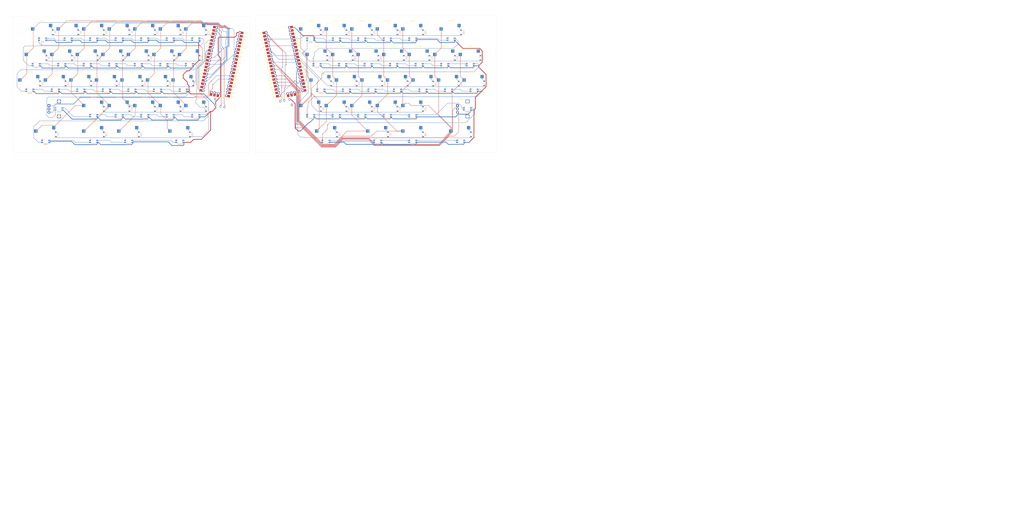
<source format=kicad_pcb>
(kicad_pcb (version 20240108) (generator "pcbnew") (generator_version "8.0")
  (layers (0 "F.Cu" signal) (31 "B.Cu" signal) (34 "B.Paste" user) (35 "F.Paste" user) (36 "B.SilkS" user "B.Silkscreen") (37 "F.SilkS" user "F.Silkscreen") (38 "B.Mask" user) (39 "F.Mask" user) (44 "Edge.Cuts" user))
  (net 0 "")
  (net 1 "L_RGB")
  (net 2 "L_GND")
  (net 4 "L_GP1")
  (net 5 "L_GP0")
  (net 6 "R_GP1")
  (net 7 "R_GP0")
  (net 8 "Net-(D8-A)")
  (net 9 "L_C0")
  (net 10 "Net-(D9-A)")
  (net 11 "L_C1")
  (net 12 "L_C2")
  (net 13 "Net-(D10-A)")
  (net 14 "Net-(D11-A)")
  (net 15 "L_C3")
  (net 16 "Net-(D12-A)")
  (net 17 "L_C4")
  (net 18 "L_C5")
  (net 19 "Net-(D13-A)")
  (net 20 "L_C6")
  (net 21 "Net-(D14-A)")
  (net 22 "Net-(D1-A)")
  (net 23 "Net-(D2-A)")
  (net 24 "Net-(D3-A)")
  (net 25 "Net-(D4-A)")
  (net 26 "Net-(D5-A)")
  (net 27 "Net-(D6-A)")
  (net 28 "Net-(D7-A)")
  (net 29 "Net-(D15-A)")
  (net 30 "Net-(D16-A)")
  (net 31 "Net-(D17-A)")
  (net 32 "Net-(D18-A)")
  (net 33 "Net-(D19-A)")
  (net 34 "Net-(D20-A)")
  (net 35 "Net-(D21-A)")
  (net 36 "R_C7")
  (net 37 "Net-(D48-A)")
  (net 38 "Net-(D24-A)")
  (net 39 "Net-(D25-A)")
  (net 40 "Net-(D26-A)")
  (net 41 "Net-(D27-A)")
  (net 42 "Net-(D28-A)")
  (net 43 "R_C8")
  (net 44 "R_C9")
  (net 45 "R_C10")
  (net 46 "R_C11")
  (net 47 "R_C12")
  (net 48 "R_ECA")
  (net 49 "R_ECB")
  (net 50 "L_ECA")
  (net 51 "L_ECB")
  (net 52 "R_C13")
  (net 53 "L_R2")
  (net 62 "L_R0")
  (net 63 "L_R1")
  (net 65 "L_R3")
  (net 70 "L_R4")
  (net 76 "R_R1")
  (net 79 "R_R2")
  (net 84 "R_R0")
  (net 88 "R_R4")
  (net 94 "R_RGB")
  (net 97 "R_R3")
  (net 100 "Net-(D1.5-DOUT)")
  (net 101 "Net-(D2.5-DOUT)")
  (net 102 "Net-(D3.5-DOUT)")
  (net 103 "Net-(D4.5-DOUT)")
  (net 104 "Net-(D5.5-DOUT)")
  (net 105 "Net-(D6.5-DOUT)")
  (net 106 "Net-(D7.5-DOUT)")
  (net 107 "Net-(D8.5-DOUT)")
  (net 108 "Net-(D10.5-DIN)")
  (net 109 "Net-(D10.5-DOUT)")
  (net 110 "Net-(D11.5-DOUT)")
  (net 111 "Net-(D12.5-DOUT)")
  (net 112 "Net-(D13.5-DOUT)")
  (net 113 "Net-(D14.5-DOUT)")
  (net 114 "Net-(D15.5-DOUT)")
  (net 115 "Net-(D16.5-DOUT)")
  (net 116 "Net-(D17.5-DOUT)")
  (net 117 "Net-(D18.5-DOUT)")
  (net 118 "Net-(D19.5-DOUT)")
  (net 119 "Net-(D20.5-DOUT)")
  (net 120 "Net-(D21.5-DOUT)")
  (net 121 "Net-(D22-A)")
  (net 122 "Net-(D22.5-DOUT)")
  (net 123 "Net-(D23-A)")
  (net 124 "Net-(D23.5-DOUT)")
  (net 125 "Net-(D24.5-DOUT)")
  (net 126 "Net-(D25.5-DOUT)")
  (net 127 "Net-(D26.5-DOUT)")
  (net 128 "Net-(D27.5-DOUT)")
  (net 129 "Net-(D28.5-DOUT)")
  (net 130 "Net-(D29-A)")
  (net 131 "Net-(D29.5-DOUT)")
  (net 132 "Net-(D30-A)")
  (net 133 "Net-(D30.5-DOUT)")
  (net 134 "Net-(D35.5-DOUT)")
  (net 135 "Net-(D36.5-DOUT)")
  (net 136 "Net-(D37.5-DOUT)")
  (net 137 "Net-(D38.5-DOUT)")
  (net 138 "Net-(D39.5-DOUT)")
  (net 139 "Net-(D40.5-DOUT)")
  (net 140 "Net-(D41.5-DOUT)")
  (net 141 "Net-(D42.5-DOUT)")
  (net 142 "Net-(D43.5-DOUT)")
  (net 143 "Net-(D44.5-DOUT)")
  (net 144 "Net-(D45.5-DOUT)")
  (net 145 "Net-(D46.5-DOUT)")
  (net 146 "Net-(D47.5-DOUT)")
  (net 147 "Net-(D48.5-DOUT)")
  (net 148 "Net-(D49.5-DOUT)")
  (net 149 "Net-(D50.5-DOUT)")
  (net 150 "Net-(D51.5-DOUT)")
  (net 151 "Net-(D52.5-DOUT)")
  (net 152 "Net-(D53.5-DOUT)")
  (net 153 "Net-(D54.5-DOUT)")
  (net 154 "Net-(D55.5-DOUT)")
  (net 155 "Net-(D56.5-DOUT)")
  (net 156 "Net-(D57.5-DOUT)")
  (net 157 "Net-(D58.5-DOUT)")
  (net 158 "Net-(D59.5-DOUT)")
  (net 159 "Net-(D60.5-DOUT)")
  (net 160 "Net-(D61.5-DOUT)")
  (net 161 "Net-(D62.5-DOUT)")
  (net 162 "Net-(D63.5-DOUT)")
  (net 164 "GND")
  (net 165 "L_VBUS")
  (net 166 "R_VBUS")
  (net 168 "Net-(D31-A)")
  (net 169 "Net-(D32-A)")
  (net 170 "Net-(D33-A)")
  (net 171 "Net-(D34-A)")
  (net 172 "Net-(D35-A)")
  (net 173 "Net-(D36-A)")
  (net 174 "Net-(D38-A)")
  (net 175 "Net-(D39-A)")
  (net 176 "Net-(D40-A)")
  (net 177 "Net-(D41-A)")
  (net 178 "Net-(D42-A)")
  (net 179 "Net-(D43-A)")
  (net 180 "Net-(D44-A)")
  (net 181 "Net-(D45-A)")
  (net 182 "Net-(D46-A)")
  (net 183 "Net-(D47-A)")
  (net 184 "Net-(D49-A)")
  (net 185 "Net-(D50-A)")
  (net 186 "Net-(D51-A)")
  (net 187 "Net-(D52-A)")
  (net 188 "Net-(D53-A)")
  (net 189 "Net-(D54-A)")
  (net 190 "Net-(D55-A)")
  (net 191 "Net-(D56-A)")
  (net 192 "Net-(D57-A)")
  (net 193 "Net-(D58-A)")
  (net 194 "Net-(D59-A)")
  (net 195 "Net-(D37-A)")
  (footprint "CherryMX_PCB_KailhSocket:CherryMX_1.00u_PCB_KailhSocket" (layer "F.Cu") (at 257.175 38.1)
    (property "Reference" "SW8")
    (property "Value" "CherryMX")
  )
  (footprint "CherryMX_PCB_KailhSocket:CherryMX_1.00u_PCB_KailhSocket" (layer "F.Cu") (at 333.375 38.1)
    (property "Reference" "SW12")
    (property "Value" "CherryMX")
  )
  (footprint "CherryMX_PCB_KailhSocket:CherryMX_1.00u_PCB_KailhSocket" (layer "F.Cu") (at 128.5875 57.15)
    (property "Reference" "SW18")
    (property "Value" "CherryMX")
  )
  (footprint "CherryMX_PCB_KailhSocket:CherryMX_1.00u_PCB_KailhSocket" (layer "F.Cu") (at 295.275 95.25)
    (property "Reference" "SW50")
    (property "Value" "CherryMX")
  )
  (footprint "CherryMX_PCB_KailhSocket:CherryMX_1.00u_PCB_KailhSocket" (layer "F.Cu") (at 257.175 95.25)
    (property "Reference" "SW48")
    (property "Value" "CherryMX")
  )
  (footprint "CherryMX_PCB_KailhSocket:CherryMX_1.00u_PCB_KailhSocket" (layer "F.Cu") (at 161.925 76.2)
    (property "Reference" "SW34")
    (property "Value" "CherryMX")
  )
  (footprint "CherryMX_PCB_KailhSocket:CherryMX_1.50u_PCB_KailhSocket" (layer "F.Cu") (at 95.25 114.3)
    (property "Reference" "SW55")
    (property "Value" "CherryMX")
  )
  (footprint "CherryMX_PCB_KailhSocket:CherryMX_1.00u_PCB_KailhSocket" (layer "F.Cu") (at 66.675 76.2)
    (property "Reference" "SW29")
    (property "Value" "CherryMX")
  )
  (footprint "CherryMX_PCB_KailhSocket:CherryMX_1.00u_PCB_KailhSocket" (layer "F.Cu") (at 52.3875 57.15)
    (property "Reference" "SW14")
    (property "Value" "CherryMX")
  )
  (footprint "CherryMX_PCB_KailhSocket_StabWireBottom:CherryMX_2.75u_PCB_KailhSocket_StabWireBottom" (layer "F.Cu") (at 269.08125 114.3)
    (property "Reference" "SW58")
    (property "Value" "CherryMX")
  )
  (footprint "CherryMX_PCB_KailhSocket:CherryMX_1.00u_PCB_KailhSocket" (layer "F.Cu") (at 104.775 76.2)
    (property "Reference" "SW31")
    (property "Value" "CherryMX")
  )
  (footprint "CherryMX_PCB_KailhSocket:CherryMX_1.00u_PCB_KailhSocket" (layer "F.Cu") (at 171.45 38.1)
    (property "Reference" "SW7")
    (property "Value" "CherryMX")
  )
  (footprint "MCU_RaspberryPi_and_Boards:RPi_Pico_SMD_TH" (layer "F.Cu") (at 237.61 59.940933 12)
    (property "Reference" "U2")
    (property "Value" "Pico")
  )
  (footprint "Rotary_Encoder:RotaryEncoder_Alps_EC12E_Vertical_H20mm" (layer "F.Cu") (at 366.7125 92.7525)
    (property "Reference" "SW53")
    (property "Value" "RotaryEncoder")
  )
  (footprint "CherryMX_PCB_KailhSocket:CherryMX_1.00u_PCB_KailhSocket" (layer "F.Cu") (at 85.725 76.2)
    (property "Reference" "SW30")
    (property "Value" "CherryMX")
  )
  (footprint "CherryMX_PCB_KailhSocket:CherryMX_1.00u_PCB_KailhSocket" (layer "F.Cu") (at 276.225 38.1)
    (property "Reference" "SW9")
    (property "Value" "CherryMX")
  )
  (footprint "CherryMX_PCB_KailhSocket:CherryMX_1.00u_PCB_KailhSocket" (layer "F.Cu") (at 166.6875 57.15)
    (property "Reference" "SW20")
    (property "Value" "CherryMX")
  )
  (footprint "CherryMX_PCB_KailhSocket:CherryMX_1.00u_PCB_KailhSocket" (layer "F.Cu") (at 95.25 38.1)
    (property "Reference" "SW3")
    (property "Value" "CherryMX")
  )
  (footprint "CherryMX_PCB_KailhSocket:CherryMX_1.00u_PCB_KailhSocket" (layer "F.Cu") (at 57.15 38.1)
    (property "Reference" "SW1")
    (property "Value" "CherryMX")
  )
  (footprint "CherryMX_PCB_KailhSocket_StabWireBottom:CherryMX_2.00u_PCB_KailhSocket_StabWireBottom" (layer "F.Cu") (at 361.95 38.1)
    (property "Reference" "SW13")
    (property "Value" "CherryMX")
  )
  (footprint "footprints:PJ-320A" (layer "F.Cu") (at 229.41 90.632698 12)
    (property "Reference" "J2")
    (property "Value" "L_TRRS")
  )
  (footprint "CherryMX_PCB_KailhSocket:CherryMX_1.00u_PCB_KailhSocket" (layer "F.Cu") (at 340.995 76.2)
    (property "Reference" "SW39")
    (property "Value" "CherryMX")
  )
  (footprint "CherryMX_PCB_KailhSocket:CherryMX_1.00u_PCB_KailhSocket" (layer "F.Cu") (at 123.825 76.2)
    (property "Reference" "SW32")
    (property "Value" "CherryMX")
  )
  (footprint "CherryMX_PCB_KailhSocket:CherryMX_1.00u_PCB_KailhSocket" (layer "F.Cu") (at 321.945 76.2)
    (property "Reference" "SW38")
    (property "Value" "CherryMX")
  )
  (footprint "CherryMX_PCB_KailhSocket:CherryMX_1.00u_PCB_KailhSocket" (layer "F.Cu") (at 300.0375 57.15)
    (property "Reference" "SW23")
    (property "Value" "CherryMX")
  )
  (footprint "CherryMX_PCB_KailhSocket:CherryMX_1.00u_PCB_KailhSocket" (layer "F.Cu") (at 376.2375 57.15)
    (property "Reference" "SW27")
    (property "Value" "CherryMX")
  )
  (footprint "CherryMX_PCB_KailhSocket:CherryMX_1.00u_PCB_KailhSocket" (layer "F.Cu") (at 357.1875 57.15)
    (property "Reference" "SW26")
    (property "Value" "CherryMX")
  )
  (footprint "CherryMX_PCB_KailhSocket:CherryMX_1.00u_PCB_KailhSocket" (layer "F.Cu") (at 90.4875 57.15)
    (property "Reference" "SW16")
    (property "Value" "CherryMX")
  )
  (footprint "CherryMX_PCB_KailhSocket:CherryMX_1.00u_PCB_KailhSocket" (layer "F.Cu") (at 142.875 76.2)
    (property "Reference" "SW33")
    (property "Value" "CherryMX")
  )
  (footprint "CherryMX_PCB_KailhSocket:CherryMX_1.00u_PCB_KailhSocket" (layer "F.Cu") (at 95.25 95.25)
    (property "Reference" "SW43")
    (property "Value" "CherryMX")
  )
  (footprint "CherryMX_PCB_KailhSocket:CherryMX_1.00u_PCB_KailhSocket" (layer "F.Cu") (at 338.1375 57.15)
    (property "Reference" "SW25")
    (property "Value" "CherryMX")
  )
  (footprint "CherryMX_PCB_KailhSocket:CherryMX_1.00u_PCB_KailhSocket" (layer "F.Cu") (at 152.4 95.25)
    (property "Reference" "SW46")
    (property "Value" "CherryMX")
  )
  (footprint "CherryMX_PCB_KailhSocket:CherryMX_1.00u_PCB_KailhSocket" (layer "F.Cu") (at 379.095 76.2)
    (property "Reference" "SW41")
    (property "Value" "CherryMX")
  )
  (footprint "CherryMX_PCB_KailhSocket_StabWireBottom:CherryMX_2.75u_PCB_KailhSocket_StabWireBottom" (layer "F.Cu") (at 159.54375 114.3)
    (property "Reference" "SW57")
    (property "Value" "CherryMX")
  )
  (footprint "CherryMX_PCB_KailhSocket:CherryMX_1.25u_PCB_KailhSocket" (layer "F.Cu") (at 307.18125 114.3)
    (property "Reference" "SW59")
    (property "Value" "CherryMX")
  )
  (footprint "MCU_RaspberryPi_and_Boards:RPi_Pico_SMD_TH" (layer "F.Cu") (at 190.701102 59.940933 -12)
    (property "Reference" "U1")
    (property "Value" "Pico")
  )
  (footprint "CherryMX_PCB_KailhSocket:CherryMX_1.00u_PCB_KailhSocket" (layer "F.Cu") (at 283.845 76.2)
    (property "Reference" "SW36")
    (property "Value" "CherryMX")
  )
  (footprint "CherryMX_PCB_KailhSocket:CherryMX_1.00u_PCB_KailhSocket" (layer "F.Cu") (at 264.795 76.2)
    (property "Reference" "SW35")
    (property "Value" "CherryMX")
  )
  (footprint "CherryMX_PCB_KailhSocket:CherryMX_1.00u_PCB_KailhSocket" (layer "F.Cu") (at 261.9375 57.15)
    (property "Reference" "SW21")
    (property "Value" "CherryMX")
  )
  (footprint "CherryMX_PCB_KailhSocket:CherryMX_1.00u_PCB_KailhSocket" (layer "F.Cu") (at 360.045 76.2)
    (property "Reference" "SW40")
    (property "Value" "CherryMX")
  )
  (footprint "CherryMX_PCB_KailhSocket:CherryMX_1.00u_PCB_KailhSocket" (layer "F.Cu") (at 276.225 95.25)
    (property "Reference" "SW49")
    (property "Value" "CherryMX")
  )
  (footprint "footprints:PJ-320A" (layer "F.Cu") (at 197.85274 94.932698 168)
    (property "Reference" "J1")
    (property "Value" "L_TRRS")
  )
  (footprint "CherryMX_PCB_KailhSocket:CherryMX_1.25u_PCB_KailhSocket" (layer "F.Cu") (at 121.44375 114.3)
    (property "Reference" "SW56")
    (property "Value" "CherryMX")
  )
  (footprint "CherryMX_PCB_KailhSocket:CherryMX_1.00u_PCB_KailhSocket" (layer "F.Cu") (at 314.325 95.25)
    (property "Reference" "SW51")
    (property "Value" "CherryMX")
  )
  (footprint "CherryMX_PCB_KailhSocket:CherryMX_1.00u_PCB_KailhSocket" (layer "F.Cu") (at 47.625 76.2)
    (property "Reference" "SW28")
    (property "Value" "CherryMX")
  )
  (footprint "CherryMX_PCB_KailhSocket:CherryMX_1.00u_PCB_KailhSocket" (layer "F.Cu") (at 319.0875 57.15)
    (property "Reference" "SW24")
    (property "Value" "CherryMX")
  )
  (footprint "CherryMX_PCB_KailhSocket:CherryMX_1.00u_PCB_KailhSocket" (layer "F.Cu") (at 333.375 95.25)
    (property "Reference" "SW52")
    (property "Value" "CherryMX")
  )
  (footprint "CherryMX_PCB_KailhSocket:CherryMX_1.00u_PCB_KailhSocket" (layer "F.Cu") (at 147.6375 57.15)
    (property "Reference" "SW19")
    (property "Value" "CherryMX")
  )
  (footprint "CherryMX_PCB_KailhSocket:CherryMX_1.00u_PCB_KailhSocket" (layer "F.Cu") (at 133.35 38.1)
    (property "Reference" "SW5")
    (property "Value" "CherryMX")
  )
  (footprint "CherryMX_PCB_KailhSocket_StabWireBottom:CherryMX_2.25u_PCB_KailhSocket_StabWireBottom" (layer "F.Cu") (at 369.09375 114.3)
    (property "Reference" "SW61")
    (property "Value" "CherryMX")
  )
  (footprint "CherryMX_PCB_KailhSocket:CherryMX_1.00u_PCB_KailhSocket" (layer "F.Cu") (at 114.3 38.1)
    (property "Reference" "SW4")
    (property "Value" "CherryMX")
  )
  (footprint "CherryMX_PCB_KailhSocket:CherryMX_1.00u_PCB_KailhSocket" (layer "F.Cu") (at 171.45 95.25)
    (property "Reference" "SW47")
    (property "Value" "CherryMX")
  )
  (footprint "CherryMX_PCB_KailhSocket:CherryMX_1.00u_PCB_KailhSocket" (layer "F.Cu") (at 152.4 38.1)
    (property "Reference" "SW6")
    (property "Value" "CherryMX")
  )
  (footprint "CherryMX_PCB_KailhSocket:CherryMX_1.00u_PCB_KailhSocket" (layer "F.Cu") (at 314.325 38.1)
    (property "Reference" "SW11")
    (property "Value" "CherryMX")
  )
  (footprint "CherryMX_PCB_KailhSocket:CherryMX_1.00u_PCB_KailhSocket" (layer "F.Cu") (at 114.3 95.25)
    (property "Reference" "SW44")
    (property "Value" "CherryMX")
  )
  (footprint "CherryMX_PCB_KailhSocket:CherryMX_1.00u_PCB_KailhSocket" (layer "F.Cu") (at 109.5375 57.15)
    (property "Reference" "SW17")
    (property "Value" "CherryMX")
  )
  (footprint "Rotary_Encoder:RotaryEncoder_Alps_EC12E_Vertical_H20mm" (layer "F.Cu") (at 61.9125 92.7525)
    (property "Reference" "SW42")
    (property "Value" "RotaryEncoder")
  )
  (footprint "CherryMX_PCB_KailhSocket:CherryMX_1.00u_PCB_KailhSocket" (layer "F.Cu") (at 280.9875 57.15)
    (property "Reference" "SW22")
    (property "Value" "CherryMX")
  )
  (footprint "CherryMX_PCB_KailhSocket:CherryMX_1.00u_PCB_KailhSocket" (layer "F.Cu") (at 133.35 95.25)
    (property "Reference" "SW45")
    (property "Value" "CherryMX")
  )
  (footprint "CherryMX_PCB_KailhSocket:CherryMX_1.50u_PCB_KailhSocket" (layer "F.Cu") (at 333.375 114.3)
    (property "Reference" "SW60")
    (property "Value" "CherryMX")
  )
  (footprint "CherryMX_PCB_KailhSocket_StabWireBottom:CherryMX_2.25u_PCB_KailhSocket_StabWireBottom" (layer "F.Cu") (at 59.53125 114.3)
    (property "Reference" "SW54")
    (property "Value" "CherryMX")
  )
  (footprint "CherryMX_PCB_KailhSocket:CherryMX_1.00u_PCB_KailhSocket" (layer "F.Cu") (at 71.4375 57.15)
    (property "Reference" "SW15")
    (property "Value" "CherryMX")
  )
  (footprint "CherryMX_PCB_KailhSocket:CherryMX_1.00u_PCB_KailhSocket" (layer "F.Cu") (at 76.2 38.1)
    (property "Reference" "SW2")
    (property "Value" "CherryMX")
  )
  (footprint "CherryMX_PCB_KailhSocket:CherryMX_1.00u_PCB_KailhSocket" (layer "F.Cu") (at 295.275 38.1)
    (property "Reference" "SW10")
    (property "Value" "CherryMX")
  )
  (footprint "CherryMX_PCB_KailhSocket:CherryMX_1.00u_PCB_KailhSocket" (layer "F.Cu") (at 302.895 76.2)
    (property "Reference" "SW37")
    (property "Value" "CherryMX")
  )
  (footprint "Diode_SMD:D_SOD-123" (layer "B.Cu") (at 112.395 76.2 90)
    (property "Reference" "D18")
    (property "Value" "D")
  )
  (footprint "footprints:SK6812-MINI-E" (layer "B.Cu") (at 71.4375 62.2935 180)
    (property "Reference" "D9.5")
    (property "Value" "WS2812B" (hide yes))
    (fp_line (start 1.9 -1.3) (end 1.9 1.3) (stroke (width 0.12)) (layer "Edge.Cuts"))
    (fp_line (start 1.7 1.5) (end -1.7 1.5) (stroke (width 0.12)) (layer "Edge.Cuts"))
    (fp_line (start -1.7 -1.5) (end 1.7 -1.5) (stroke (width 0.12)) (layer "Edge.Cuts"))
    (fp_line (start -1.9 1.3) (end -1.9 -1.3) (stroke (width 0.12)) (layer "Edge.Cuts"))
    (fp_arc (start 1.9 1.3) (mid 1.841421 1.441421) (end 1.7 1.5) (stroke (width 0.12)) (layer "Edge.Cuts"))
    (fp_arc (start 1.7 -1.5) (mid 1.841421 -1.441421) (end 1.9 -1.3) (stroke (width 0.12)) (layer "Edge.Cuts"))
    (fp_arc (start -1.7 1.5) (mid -1.841421 1.441421) (end -1.9 1.3) (stroke (width 0.12)) (layer "Edge.Cuts"))
    (fp_arc (start -1.9 -1.3) (mid -1.841421 -1.441421) (end -1.7 -1.5) (stroke (width 0.12)) (layer "Edge.Cuts"))
  )
  (footprint "Diode_SMD:D_SOD-123" (layer "B.Cu") (at 160.02 95.25 90)
    (property "Reference" "D25")
    (property "Value" "D")
  )
  (footprint "footprints:SK6812-MINI-E" (layer "B.Cu") (at 338.1375 62.2935 180)
    (property "Reference" "D45.5")
    (property "Value" "WS2812B" (hide yes))
    (fp_line (start 1.9 -1.3) (end 1.9 1.3) (stroke (width 0.12)) (layer "Edge.Cuts"))
    (fp_line (start 1.7 1.5) (end -1.7 1.5) (stroke (width 0.12)) (layer "Edge.Cuts"))
    (fp_line (start -1.7 -1.5) (end 1.7 -1.5) (stroke (width 0.12)) (layer "Edge.Cuts"))
    (fp_line (start -1.9 1.3) (end -1.9 -1.3) (stroke (width 0.12)) (layer "Edge.Cuts"))
    (fp_arc (start 1.9 1.3) (mid 1.841421 1.441421) (end 1.7 1.5) (stroke (width 0.12)) (layer "Edge.Cuts"))
    (fp_arc (start 1.7 -1.5) (mid 1.841421 -1.441421) (end 1.9 -1.3) (stroke (width 0.12)) (layer "Edge.Cuts"))
    (fp_arc (start -1.7 1.5) (mid -1.841421 1.441421) (end -1.9 1.3) (stroke (width 0.12)) (layer "Edge.Cuts"))
    (fp_arc (start -1.9 -1.3) (mid -1.841421 -1.441421) (end -1.7 -1.5) (stroke (width 0.12)) (layer "Edge.Cuts"))
  )
  (footprint "Diode_SMD:D_SOD-123" (layer "B.Cu") (at 321.945 95.25 90)
    (property "Reference" "D54")
    (property "Value" "D")
  )
  (footprint "footprints:SK6812-MINI-E" (layer "B.Cu") (at 171.45 100.3935 180)
    (property "Reference" "D27.5")
    (property "Value" "WS2812B" (hide yes))
    (fp_line (start 1.9 -1.3) (end 1.9 1.3) (stroke (width 0.12)) (layer "Edge.Cuts"))
    (fp_line (start 1.7 1.5) (end -1.7 1.5) (stroke (width 0.12)) (layer "Edge.Cuts"))
    (fp_line (start -1.7 -1.5) (end 1.7 -1.5) (stroke (width 0.12)) (layer "Edge.Cuts"))
    (fp_line (start -1.9 1.3) (end -1.9 -1.3) (stroke (width 0.12)) (layer "Edge.Cuts"))
    (fp_arc (start 1.9 1.3) (mid 1.841421 1.441421) (end 1.7 1.5) (stroke (width 0.12)) (layer "Edge.Cuts"))
    (fp_arc (start 1.7 -1.5) (mid 1.841421 -1.441421) (end 1.9 -1.3) (stroke (width 0.12)) (layer "Edge.Cuts"))
    (fp_arc (start -1.7 1.5) (mid -1.841421 1.441421) (end -1.9 1.3) (stroke (width 0.12)) (layer "Edge.Cuts"))
    (fp_arc (start -1.9 -1.3) (mid -1.841421 -1.441421) (end -1.7 -1.5) (stroke (width 0.12)) (layer "Edge.Cuts"))
  )
  (footprint "Diode_SMD:D_SOD-123" (layer "B.Cu") (at 64.769996 38.1 90)
    (property "Reference" "D1")
    (property "Value" "D")
  )
  (footprint "Diode_SMD:D_SOD-123" (layer "B.Cu") (at 383.8575 57.15 90)
    (property "Reference" "D43")
    (property "Value" "D")
  )
  (footprint "footprints:SK6812-MINI-E" (layer "B.Cu") (at 333.375 119.4435 180)
    (property "Reference" "D63.5")
    (property "Value" "WS2812B" (hide yes))
    (fp_line (start 1.9 -1.3) (end 1.9 1.3) (stroke (width 0.12)) (layer "Edge.Cuts"))
    (fp_line (start 1.7 1.5) (end -1.7 1.5) (stroke (width 0.12)) (layer "Edge.Cuts"))
    (fp_line (start -1.7 -1.5) (end 1.7 -1.5) (stroke (width 0.12)) (layer "Edge.Cuts"))
    (fp_line (start -1.9 1.3) (end -1.9 -1.3) (stroke (width 0.12)) (layer "Edge.Cuts"))
    (fp_arc (start 1.9 1.3) (mid 1.841421 1.441421) (end 1.7 1.5) (stroke (width 0.12)) (layer "Edge.Cuts"))
    (fp_arc (start 1.7 -1.5) (mid 1.841421 -1.441421) (end 1.9 -1.3) (stroke (width 0.12)) (layer "Edge.Cuts"))
    (fp_arc (start -1.7 1.5) (mid -1.841421 1.441421) (end -1.9 1.3) (stroke (width 0.12)) (layer "Edge.Cuts"))
    (fp_arc (start -1.9 -1.3) (mid -1.841421 -1.441421) (end -1.7 -1.5) (stroke (width 0.12)) (layer "Edge.Cuts"))
  )
  (footprint "footprints:SK6812-MINI-E" (layer "B.Cu") (at 302.895 81.3435 180)
    (property "Reference" "D50.5")
    (property "Value" "WS2812B" (hide yes))
    (fp_line (start 1.9 -1.3) (end 1.9 1.3) (stroke (width 0.12)) (layer "Edge.Cuts"))
    (fp_line (start 1.7 1.5) (end -1.7 1.5) (stroke (width 0.12)) (layer "Edge.Cuts"))
    (fp_line (start -1.7 -1.5) (end 1.7 -1.5) (stroke (width 0.12)) (layer "Edge.Cuts"))
    (fp_line (start -1.9 1.3) (end -1.9 -1.3) (stroke (width 0.12)) (layer "Edge.Cuts"))
    (fp_arc (start 1.9 1.3) (mid 1.841421 1.441421) (end 1.7 1.5) (stroke (width 0.12)) (layer "Edge.Cuts"))
    (fp_arc (start 1.7 -1.5) (mid 1.841421 -1.441421) (end 1.9 -1.3) (stroke (width 0.12)) (layer "Edge.Cuts"))
    (fp_arc (start -1.7 1.5) (mid -1.841421 1.441421) (end -1.9 1.3) (stroke (width 0.12)) (layer "Edge.Cuts"))
    (fp_arc (start -1.9 -1.3) (mid -1.841421 -1.441421) (end -1.7 -1.5) (stroke (width 0.12)) (layer "Edge.Cuts"))
  )
  (footprint "footprints:SK6812-MINI-E" (layer "B.Cu") (at 152.399996 43.2435 180)
    (property "Reference" "D6.5")
    (property "Value" "WS2812B" (hide yes))
    (fp_line (start 1.9 -1.3) (end 1.9 1.3) (stroke (width 0.12)) (layer "Edge.Cuts"))
    (fp_line (start 1.7 1.5) (end -1.7 1.5) (stroke (width 0.12)) (layer "Edge.Cuts"))
    (fp_line (start -1.7 -1.5) (end 1.7 -1.5) (stroke (width 0.12)) (layer "Edge.Cuts"))
    (fp_line (start -1.9 1.3) (end -1.9 -1.3) (stroke (width 0.12)) (layer "Edge.Cuts"))
    (fp_arc (start 1.9 1.3) (mid 1.841421 1.441421) (end 1.7 1.5) (stroke (width 0.12)) (layer "Edge.Cuts"))
    (fp_arc (start 1.7 -1.5) (mid 1.841421 -1.441421) (end 1.9 -1.3) (stroke (width 0.12)) (layer "Edge.Cuts"))
    (fp_arc (start -1.7 1.5) (mid -1.841421 1.441421) (end -1.9 1.3) (stroke (width 0.12)) (layer "Edge.Cuts"))
    (fp_arc (start -1.9 -1.3) (mid -1.841421 -1.441421) (end -1.7 -1.5) (stroke (width 0.12)) (layer "Edge.Cuts"))
  )
  (footprint "footprints:SK6812-MINI-E" (layer "B.Cu") (at 360.045 81.3435 180)
    (property "Reference" "D53.5")
    (property "Value" "WS2812B" (hide yes))
    (fp_line (start 1.9 -1.3) (end 1.9 1.3) (stroke (width 0.12)) (layer "Edge.Cuts"))
    (fp_line (start 1.7 1.5) (end -1.7 1.5) (stroke (width 0.12)) (layer "Edge.Cuts"))
    (fp_line (start -1.7 -1.5) (end 1.7 -1.5) (stroke (width 0.12)) (layer "Edge.Cuts"))
    (fp_line (start -1.9 1.3) (end -1.9 -1.3) (stroke (width 0.12)) (layer "Edge.Cuts"))
    (fp_arc (start 1.9 1.3) (mid 1.841421 1.441421) (end 1.7 1.5) (stroke (width 0.12)) (layer "Edge.Cuts"))
    (fp_arc (start 1.7 -1.5) (mid 1.841421 -1.441421) (end 1.9 -1.3) (stroke (width 0.12)) (layer "Edge.Cuts"))
    (fp_arc (start -1.7 1.5) (mid -1.841421 1.441421) (end -1.9 1.3) (stroke (width 0.12)) (layer "Edge.Cuts"))
    (fp_arc (start -1.9 -1.3) (mid -1.841421 -1.441421) (end -1.7 -1.5) (stroke (width 0.12)) (layer "Edge.Cuts"))
  )
  (footprint "footprints:SK6812-MINI-E" (layer "B.Cu") (at 314.325 43.2435 180)
    (property "Reference" "D38.5")
    (property "Value" "WS2812B" (hide yes))
    (fp_line (start 1.9 -1.3) (end 1.9 1.3) (stroke (width 0.12)) (layer "Edge.Cuts"))
    (fp_line (start 1.7 1.5) (end -1.7 1.5) (stroke (width 0.12)) (layer "Edge.Cuts"))
    (fp_line (start -1.7 -1.5) (end 1.7 -1.5) (stroke (width 0.12)) (layer "Edge.Cuts"))
    (fp_line (start -1.9 1.3) (end -1.9 -1.3) (stroke (width 0.12)) (layer "Edge.Cuts"))
    (fp_arc (start 1.9 1.3) (mid 1.841421 1.441421) (end 1.7 1.5) (stroke (width 0.12)) (layer "Edge.Cuts"))
    (fp_arc (start 1.7 -1.5) (mid 1.841421 -1.441421) (end 1.9 -1.3) (stroke (width 0.12)) (layer "Edge.Cuts"))
    (fp_arc (start -1.7 1.5) (mid -1.841421 1.441421) (end -1.9 1.3) (stroke (width 0.12)) (layer "Edge.Cuts"))
    (fp_arc (start -1.9 -1.3) (mid -1.841421 -1.441421) (end -1.7 -1.5) (stroke (width 0.12)) (layer "Edge.Cuts"))
  )
  (footprint "footprints:SK6812-MINI-E" (layer "B.Cu") (at 159.54375 119.4435 180)
    (property "Reference" "D31.5")
    (property "Value" "WS2812B" (hide yes))
    (fp_line (start 1.9 -1.3) (end 1.9 1.3) (stroke (width 0.12)) (layer "Edge.Cuts"))
    (fp_line (start 1.7 1.5) (end -1.7 1.5) (stroke (width 0.12)) (layer "Edge.Cuts"))
    (fp_line (start -1.7 -1.5) (end 1.7 -1.5) (stroke (width 0.12)) (layer "Edge.Cuts"))
    (fp_line (start -1.9 1.3) (end -1.9 -1.3) (stroke (width 0.12)) (layer "Edge.Cuts"))
    (fp_arc (start 1.9 1.3) (mid 1.841421 1.441421) (end 1.7 1.5) (stroke (width 0.12)) (layer "Edge.Cuts"))
    (fp_arc (start 1.7 -1.5) (mid 1.841421 -1.441421) (end 1.9 -1.3) (stroke (width 0.12)) (layer "Edge.Cuts"))
    (fp_arc (start -1.7 1.5) (mid -1.841421 1.441421) (end -1.9 1.3) (stroke (width 0.12)) (layer "Edge.Cuts"))
    (fp_arc (start -1.9 -1.3) (mid -1.841421 -1.441421) (end -1.7 -1.5) (stroke (width 0.12)) (layer "Edge.Cuts"))
  )
  (footprint "Diode_SMD:D_SOD-123" (layer "B.Cu") (at 136.2075 57.15 90)
    (property "Reference" "D12")
    (property "Value" "D")
  )
  (footprint "footprints:SK6812-MINI-E" (layer "B.Cu") (at 114.3 100.3935 180)
    (property "Reference" "D24.5")
    (property "Value" "WS2812B" (hide yes))
    (fp_line (start 1.9 -1.3) (end 1.9 1.3) (stroke (width 0.12)) (layer "Edge.Cuts"))
    (fp_line (start 1.7 1.5) (end -1.7 1.5) (stroke (width 0.12)) (layer "Edge.Cuts"))
    (fp_line (start -1.7 -1.5) (end 1.7 -1.5) (stroke (width 0.12)) (layer "Edge.Cuts"))
    (fp_line (start -1.9 1.3) (end -1.9 -1.3) (stroke (width 0.12)) (layer "Edge.Cuts"))
    (fp_arc (start 1.9 1.3) (mid 1.841421 1.441421) (end 1.7 1.5) (stroke (width 0.12)) (layer "Edge.Cuts"))
    (fp_arc (start 1.7 -1.5) (mid 1.841421 -1.441421) (end 1.9 -1.3) (stroke (width 0.12)) (layer "Edge.Cuts"))
    (fp_arc (start -1.7 1.5) (mid -1.841421 1.441421) (end -1.9 1.3) (stroke (width 0.12)) (layer "Edge.Cuts"))
    (fp_arc (start -1.9 -1.3) (mid -1.841421 -1.441421) (end -1.7 -1.5) (stroke (width 0.12)) (layer "Edge.Cuts"))
  )
  (footprint "Diode_SMD:D_SOD-123" (layer "B.Cu") (at 174.3075 57.15 90)
    (property "Reference" "D14")
    (property "Value" "D")
  )
  (footprint "footprints:SK6812-MINI-E" (layer "B.Cu") (at 66.675 81.3435 180)
    (property "Reference" "D16.5")
    (property "Value" "WS2812B" (hide yes))
    (fp_line (start 1.9 -1.3) (end 1.9 1.3) (stroke (width 0.12)) (layer "Edge.Cuts"))
    (fp_line (start 1.7 1.5) (end -1.7 1.5) (stroke (width 0.12)) (layer "Edge.Cuts"))
    (fp_line (start -1.7 -1.5) (end 1.7 -1.5) (stroke (width 0.12)) (layer "Edge.Cuts"))
    (fp_line (start -1.9 1.3) (end -1.9 -1.3) (stroke (width 0.12)) (layer "Edge.Cuts"))
    (fp_arc (start 1.9 1.3) (mid 1.841421 1.441421) (end 1.7 1.5) (stroke (width 0.12)) (layer "Edge.Cuts"))
    (fp_arc (start 1.7 -1.5) (mid 1.841421 -1.441421) (end 1.9 -1.3) (stroke (width 0.12)) (layer "Edge.Cuts"))
    (fp_arc (start -1.7 1.5) (mid -1.841421 1.441421) (end -1.9 1.3) (stroke (width 0.12)) (layer "Edge.Cuts"))
    (fp_arc (start -1.9 -1.3) (mid -1.841421 -1.441421) (end -1.7 -1.5) (stroke (width 0.12)) (layer "Edge.Cuts"))
  )
  (footprint "Diode_SMD:D_SOD-123" (layer "B.Cu") (at 283.845 38.1 90)
    (property "Reference" "D32")
    (property "Value" "D")
  )
  (footprint "footprints:SK6812-MINI-E" (layer "B.Cu") (at 307.18125 119.4435 180)
    (property "Reference" "D62.5")
    (property "Value" "WS2812B" (hide yes))
    (fp_line (start 1.9 -1.3) (end 1.9 1.3) (stroke (width 0.12)) (layer "Edge.Cuts"))
    (fp_line (start 1.7 1.5) (end -1.7 1.5) (stroke (width 0.12)) (layer "Edge.Cuts"))
    (fp_line (start -1.7 -1.5) (end 1.7 -1.5) (stroke (width 0.12)) (layer "Edge.Cuts"))
    (fp_line (start -1.9 1.3) (end -1.9 -1.3) (stroke (width 0.12)) (layer "Edge.Cuts"))
    (fp_arc (start 1.9 1.3) (mid 1.841421 1.441421) (end 1.7 1.5) (stroke (width 0.12)) (layer "Edge.Cuts"))
    (fp_arc (start 1.7 -1.5) (mid 1.841421 -1.441421) (end 1.9 -1.3) (stroke (width 0.12)) (layer "Edge.Cuts"))
    (fp_arc (start -1.7 1.5) (mid -1.841421 1.441421) (end -1.9 1.3) (stroke (width 0.12)) (layer "Edge.Cuts"))
    (fp_arc (start -1.9 -1.3) (mid -1.841421 -1.441421) (end -1.7 -1.5) (stroke (width 0.12)) (layer "Edge.Cuts"))
  )
  (footprint "Diode_SMD:D_SOD-123" (layer "B.Cu") (at 272.415 76.2 90)
    (property "Reference" "D44")
    (property "Value" "D")
  )
  (footprint "Diode_SMD:D_SOD-123" (layer "B.Cu") (at 321.945 38.1 90)
    (property "Reference" "D34")
    (property "Value" "D")
  )
  (footprint "Diode_SMD:D_SOD-123" (layer "B.Cu") (at 117.1575 57.15 90)
    (property "Reference" "D11")
    (property "Value" "D")
  )
  (footprint "footprints:SK6812-MINI-E" (layer "B.Cu") (at 379.095 81.3435 180)
    (property "Reference" "D54.5")
    (property "Value" "WS2812B" (hide yes))
    (fp_line (start 1.9 -1.3) (end 1.9 1.3) (stroke (width 0.12)) (layer "Edge.Cuts"))
    (fp_line (start 1.7 1.5) (end -1.7 1.5) (stroke (width 0.12)) (layer "Edge.Cuts"))
    (fp_line (start -1.7 -1.5) (end 1.7 -1.5) (stroke (width 0.12)) (layer "Edge.Cuts"))
    (fp_line (start -1.9 1.3) (end -1.9 -1.3) (stroke (width 0.12)) (layer "Edge.Cuts"))
    (fp_arc (start 1.9 1.3) (mid 1.841421 1.441421) (end 1.7 1.5) (stroke (width 0.12)) (layer "Edge.Cuts"))
    (fp_arc (start 1.7 -1.5) (mid 1.841421 -1.441421) (end 1.9 -1.3) (stroke (width 0.12)) (layer "Edge.Cuts"))
    (fp_arc (start -1.7 1.5) (mid -1.841421 1.441421) (end -1.9 1.3) (stroke (width 0.12)) (layer "Edge.Cuts"))
    (fp_arc (start -1.9 -1.3) (mid -1.841421 -1.441421) (end -1.7 -1.5) (stroke (width 0.12)) (layer "Edge.Cuts"))
  )
  (footprint "Diode_SMD:D_SOD-123" (layer "B.Cu") (at 291.465 76.2 90)
    (property "Reference" "D45")
    (property "Value" "D")
  )
  (footprint "footprints:SK6812-MINI-E" (layer "B.Cu") (at 147.6375 62.2935 180)
    (property "Reference" "D13.5")
    (property "Value" "WS2812B" (hide yes))
    (fp_line (start 1.9 -1.3) (end 1.9 1.3) (stroke (width 0.12)) (layer "Edge.Cuts"))
    (fp_line (start 1.7 1.5) (end -1.7 1.5) (stroke (width 0.12)) (layer "Edge.Cuts"))
    (fp_line (start -1.7 -1.5) (end 1.7 -1.5) (stroke (width 0.12)) (layer "Edge.Cuts"))
    (fp_line (start -1.9 1.3) (end -1.9 -1.3) (stroke (width 0.12)) (layer "Edge.Cuts"))
    (fp_arc (start 1.9 1.3) (mid 1.841421 1.441421) (end 1.7 1.5) (stroke (width 0.12)) (layer "Edge.Cuts"))
    (fp_arc (start 1.7 -1.5) (mid 1.841421 -1.441421) (end 1.9 -1.3) (stroke (width 0.12)) (layer "Edge.Cuts"))
    (fp_arc (start -1.7 1.5) (mid -1.841421 1.441421) (end -1.9 1.3) (stroke (width 0.12)) (layer "Edge.Cuts"))
    (fp_arc (start -1.9 -1.3) (mid -1.841421 -1.441421) (end -1.7 -1.5) (stroke (width 0.12)) (layer "Edge.Cuts"))
  )
  (footprint "Diode_SMD:D_SOD-123" (layer "B.Cu") (at 102.87 114.3 90)
    (property "Reference" "D28")
    (property "Value" "D")
  )
  (footprint "footprints:SK6812-MINI-E" (layer "B.Cu") (at 374.142 95.25 180)
    (property "Reference" "D60.5")
    (property "Value" "WS2812B" (hide yes))
    (fp_line (start 1.9 -1.3) (end 1.9 1.3) (stroke (width 0.12)) (layer "Edge.Cuts"))
    (fp_line (start 1.7 1.5) (end -1.7 1.5) (stroke (width 0.12)) (layer "Edge.Cuts"))
    (fp_line (start -1.7 -1.5) (end 1.7 -1.5) (stroke (width 0.12)) (layer "Edge.Cuts"))
    (fp_line (start -1.9 1.3) (end -1.9 -1.3) (stroke (width 0.12)) (layer "Edge.Cuts"))
    (fp_arc (start 1.9 1.3) (mid 1.841421 1.441421) (end 1.7 1.5) (stroke (width 0.12)) (layer "Edge.Cuts"))
    (fp_arc (start 1.7 -1.5) (mid 1.841421 -1.441421) (end 1.9 -1.3) (stroke (width 0.12)) (layer "Edge.Cuts"))
    (fp_arc (start -1.7 1.5) (mid -1.841421 1.441421) (end -1.9 1.3) (stroke (width 0.12)) (layer "Edge.Cuts"))
    (fp_arc (start -1.9 -1.3) (mid -1.841421 -1.441421) (end -1.7 -1.5) (stroke (width 0.12)) (layer "Edge.Cuts"))
  )
  (footprint "footprints:SK6812-MINI-E" (layer "B.Cu") (at 280.9875 62.2935 180)
    (property "Reference" "D42.5")
    (property "Value" "WS2812B" (hide yes))
    (fp_line (start 1.9 -1.3) (end 1.9 1.3) (stroke (width 0.12)) (layer "Edge.Cuts"))
    (fp_line (start 1.7 1.5) (end -1.7 1.5) (stroke (width 0.12)) (layer "Edge.Cuts"))
    (fp_line (start -1.7 -1.5) (end 1.7 -1.5) (stroke (width 0.12)) (layer "Edge.Cuts"))
    (fp_line (start -1.9 1.3) (end -1.9 -1.3) (stroke (width 0.12)) (layer "Edge.Cuts"))
    (fp_arc (start 1.9 1.3) (mid 1.841421 1.441421) (end 1.7 1.5) (stroke (width 0.12)) (layer "Edge.Cuts"))
    (fp_arc (start 1.7 -1.5) (mid 1.841421 -1.441421) (end 1.9 -1.3) (stroke (width 0.12)) (layer "Edge.Cuts"))
    (fp_arc (start -1.7 1.5) (mid -1.841421 1.441421) (end -1.9 1.3) (stroke (width 0.12)) (layer "Edge.Cuts"))
    (fp_arc (start -1.9 -1.3) (mid -1.841421 -1.441421) (end -1.7 -1.5) (stroke (width 0.12)) (layer "Edge.Cuts"))
  )
  (footprint "footprints:SK6812-MINI-E" (layer "B.Cu") (at 47.625 81.3435 180)
    (property "Reference" "D15.5")
    (property "Value" "WS2812B" (hide yes))
    (fp_line (start 1.9 -1.3) (end 1.9 1.3) (stroke (width 0.12)) (layer "Edge.Cuts"))
    (fp_line (start 1.7 1.5) (end -1.7 1.5) (stroke (width 0.12)) (layer "Edge.Cuts"))
    (fp_line (start -1.7 -1.5) (end 1.7 -1.5) (stroke (width 0.12)) (layer "Edge.Cuts"))
    (fp_line (start -1.9 1.3) (end -1.9 -1.3) (stroke (width 0.12)) (layer "Edge.Cuts"))
    (fp_arc (start 1.9 1.3) (mid 1.841421 1.441421) (end 1.7 1.5) (stroke (width 0.12)) (layer "Edge.Cuts"))
    (fp_arc (start 1.7 -1.5) (mid 1.841421 -1.441421) (end 1.9 -1.3) (stroke (width 0.12)) (layer "Edge.Cuts"))
    (fp_arc (start -1.7 1.5) (mid -1.841421 1.441421) (end -1.9 1.3) (stroke (width 0.12)) (layer "Edge.Cuts"))
    (fp_arc (start -1.9 -1.3) (mid -1.841421 -1.441421) (end -1.7 -1.5) (stroke (width 0.12)) (layer "Edge.Cuts"))
  )
  (footprint "Diode_SMD:D_SOD-123" (layer "B.Cu") (at 367.665 76.3905 90)
    (property "Reference" "D49")
    (property "Value" "D")
  )
  (footprint "Diode_SMD:D_SOD-123" (layer "B.Cu") (at 60.0075 57.15 90)
    (property "Reference" "D8")
    (property "Value" "D")
  )
  (footprint "footprints:SK6812-MINI-E" (layer "B.Cu") (at 357.1875 62.2935 180)
    (property "Reference" "D46.5")
    (property "Value" "WS2812B" (hide yes))
    (fp_line (start 1.9 -1.3) (end 1.9 1.3) (stroke (width 0.12)) (layer "Edge.Cuts"))
    (fp_line (start 1.7 1.5) (end -1.7 1.5) (stroke (width 0.12)) (layer "Edge.Cuts"))
    (fp_line (start -1.7 -1.5) (end 1.7 -1.5) (stroke (width 0.12)) (layer "Edge.Cuts"))
    (fp_line (start -1.9 1.3) (end -1.9 -1.3) (stroke (width 0.12)) (layer "Edge.Cuts"))
    (fp_arc (start 1.9 1.3) (mid 1.841421 1.441421) (end 1.7 1.5) (stroke (width 0.12)) (layer "Edge.Cuts"))
    (fp_arc (start 1.7 -1.5) (mid 1.841421 -1.441421) (end 1.9 -1.3) (stroke (width 0.12)) (layer "Edge.Cuts"))
    (fp_arc (start -1.7 1.5) (mid -1.841421 1.441421) (end -1.9 1.3) (stroke (width 0.12)) (layer "Edge.Cuts"))
    (fp_arc (start -1.9 -1.3) (mid -1.841421 -1.441421) (end -1.7 -1.5) (stroke (width 0.12)) (layer "Edge.Cuts"))
  )
  (footprint "footprints:SK6812-MINI-E" (layer "B.Cu") (at 90.4875 62.2935 180)
    (property "Reference" "D10.5")
    (property "Value" "WS2812B" (hide yes))
    (fp_line (start 1.9 -1.3) (end 1.9 1.3) (stroke (width 0.12)) (layer "Edge.Cuts"))
    (fp_line (start 1.7 1.5) (end -1.7 1.5) (stroke (width 0.12)) (layer "Edge.Cuts"))
    (fp_line (start -1.7 -1.5) (end 1.7 -1.5) (stroke (width 0.12)) (layer "Edge.Cuts"))
    (fp_line (start -1.9 1.3) (end -1.9 -1.3) (stroke (width 0.12)) (layer "Edge.Cuts"))
    (fp_arc (start 1.9 1.3) (mid 1.841421 1.441421) (end 1.7 1.5) (stroke (width 0.12)) (layer "Edge.Cuts"))
    (fp_arc (start 1.7 -1.5) (mid 1.841421 -1.441421) (end 1.9 -1.3) (stroke (width 0.12)) (layer "Edge.Cuts"))
    (fp_arc (start -1.7 1.5) (mid -1.841421 1.441421) (end -1.9 1.3) (stroke (width 0.12)) (layer "Edge.Cuts"))
    (fp_arc (start -1.9 -1.3) (mid -1.841421 -1.441421) (end -1.7 -1.5) (stroke (width 0.12)) (layer "Edge.Cuts"))
  )
  (footprint "Diode_SMD:D_SOD-123" (layer "B.Cu") (at 79.0575 57.15 90)
    (property "Reference" "D9")
    (property "Value" "D")
  )
  (footprint "Diode_SMD:D_SOD-123" (layer "B.Cu") (at 169.545 76.2 90)
    (property "Reference" "D21")
    (property "Value" "D")
  )
  (footprint "footprints:SK6812-MINI-E" (layer "B.Cu") (at 171.449996 43.2435 180)
    (property "Reference" "D7.5")
    (property "Value" "WS2812B" (hide yes))
    (fp_line (start 1.9 -1.3) (end 1.9 1.3) (stroke (width 0.12)) (layer "Edge.Cuts"))
    (fp_line (start 1.7 1.5) (end -1.7 1.5) (stroke (width 0.12)) (layer "Edge.Cuts"))
    (fp_line (start -1.7 -1.5) (end 1.7 -1.5) (stroke (width 0.12)) (layer "Edge.Cuts"))
    (fp_line (start -1.9 1.3) (end -1.9 -1.3) (stroke (width 0.12)) (layer "Edge.Cuts"))
    (fp_arc (start 1.9 1.3) (mid 1.841421 1.441421) (end 1.7 1.5) (stroke (width 0.12)) (layer "Edge.Cuts"))
    (fp_arc (start 1.7 -1.5) (mid 1.841421 -1.441421) (end 1.9 -1.3) (stroke (width 0.12)) (layer "Edge.Cuts"))
    (fp_arc (start -1.7 1.5) (mid -1.841421 1.441421) (end -1.9 1.3) (stroke (width 0.12)) (layer "Edge.Cuts"))
    (fp_arc (start -1.9 -1.3) (mid -1.841421 -1.441421) (end -1.7 -1.5) (stroke (width 0.12)) (layer "Edge.Cuts"))
  )
  (footprint "footprints:SK6812-MINI-E" (layer "B.Cu") (at 257.175 100.3935 180)
    (property "Reference" "D55.5")
    (property "Value" "WS2812B" (hide yes))
    (fp_line (start 1.9 -1.3) (end 1.9 1.3) (stroke (width 0.12)) (layer "Edge.Cuts"))
    (fp_line (start 1.7 1.5) (end -1.7 1.5) (stroke (width 0.12)) (layer "Edge.Cuts"))
    (fp_line (start -1.7 -1.5) (end 1.7 -1.5) (stroke (width 0.12)) (layer "Edge.Cuts"))
    (fp_line (start -1.9 1.3) (end -1.9 -1.3) (stroke (width 0.12)) (layer "Edge.Cuts"))
    (fp_arc (start 1.9 1.3) (mid 1.841421 1.441421) (end 1.7 1.5) (stroke (width 0.12)) (layer "Edge.Cuts"))
    (fp_arc (start 1.7 -1.5) (mid 1.841421 -1.441421) (end 1.9 -1.3) (stroke (width 0.12)) (layer "Edge.Cuts"))
    (fp_arc (start -1.7 1.5) (mid -1.841421 1.441421) (end -1.9 1.3) (stroke (width 0.12)) (layer "Edge.Cuts"))
    (fp_arc (start -1.9 -1.3) (mid -1.841421 -1.441421) (end -1.7 -1.5) (stroke (width 0.12)) (layer "Edge.Cuts"))
  )
  (footprint "footprints:SK6812-MINI-E" (layer "B.Cu") (at 114.299996 43.2435 180)
    (property "Reference" "D4.5")
    (property "Value" "WS2812B" (hide yes))
    (fp_line (start 1.9 -1.3) (end 1.9 1.3) (stroke (width 0.12)) (layer "Edge.Cuts"))
    (fp_line (start 1.7 1.5) (end -1.7 1.5) (stroke (width 0.12)) (layer "Edge.Cuts"))
    (fp_line (start -1.7 -1.5) (end 1.7 -1.5) (stroke (width 0.12)) (layer "Edge.Cuts"))
    (fp_line (start -1.9 1.3) (end -1.9 -1.3) (stroke (width 0.12)) (layer "Edge.Cuts"))
    (fp_arc (start 1.9 1.3) (mid 1.841421 1.441421) (end 1.7 1.5) (stroke (width 0.12)) (layer "Edge.Cuts"))
    (fp_arc (start 1.7 -1.5) (mid 1.841421 -1.441421) (end 1.9 -1.3) (stroke (width 0.12)) (layer "Edge.Cuts"))
    (fp_arc (start -1.7 1.5) (mid -1.841421 1.441421) (end -1.9 1.3) (stroke (width 0.12)) (layer "Edge.Cuts"))
    (fp_arc (start -1.9 -1.3) (mid -1.841421 -1.441421) (end -1.7 -1.5) (stroke (width 0.12)) (layer "Edge.Cuts"))
  )
  (footprint "Diode_SMD:D_SOD-123" (layer "B.Cu") (at 160.019996 38.1 90)
    (property "Reference" "D6")
    (property "Value" "D")
  )
  (footprint "Diode_SMD:D_SOD-123" (layer "B.Cu") (at 121.919996 38.1 90)
    (property "Reference" "D4")
    (property "Value" "D")
  )
  (footprint "footprints:SK6812-MINI-E" (layer "B.Cu") (at 257.175 43.2435 180)
    (property "Reference" "D35.5")
    (property "Value" "WS2812B" (hide yes))
    (fp_line (start 1.9 -1.3) (end 1.9 1.3) (stroke (width 0.12)) (layer "Edge.Cuts"))
    (fp_line (start 1.7 1.5) (end -1.7 1.5) (stroke (width 0.12)) (layer "Edge.Cuts"))
    (fp_line (start -1.7 -1.5) (end 1.7 -1.5) (stroke (width 0.12)) (layer "Edge.Cuts"))
    (fp_line (start -1.9 1.3) (end -1.9 -1.3) (stroke (width 0.12)) (layer "Edge.Cuts"))
    (fp_arc (start 1.9 1.3) (mid 1.841421 1.441421) (end 1.7 1.5) (stroke (width 0.12)) (layer "Edge.Cuts"))
    (fp_arc (start 1.7 -1.5) (mid 1.841421 -1.441421) (end 1.9 -1.3) (stroke (width 0.12)) (layer "Edge.Cuts"))
    (fp_arc (start -1.7 1.5) (mid -1.841421 1.441421) (end -1.9 1.3) (stroke (width 0.12)) (layer "Edge.Cuts"))
    (fp_arc (start -1.9 -1.3) (mid -1.841421 -1.441421) (end -1.7 -1.5) (stroke (width 0.12)) (layer "Edge.Cuts"))
  )
  (footprint "Diode_SMD:D_SOD-123" (layer "B.Cu") (at 264.795 95.25 90)
    (property "Reference" "D51")
    (property "Value" "D")
  )
  (footprint "footprints:SK6812-MINI-E" (layer "B.Cu") (at 109.5375 62.2935 180)
    (property "Reference" "D11.5")
    (property "Value" "WS2812B" (hide yes))
    (fp_line (start 1.9 -1.3) (end 1.9 1.3) (stroke (width 0.12)) (layer "Edge.Cuts"))
    (fp_line (start 1.7 1.5) (end -1.7 1.5) (stroke (width 0.12)) (layer "Edge.Cuts"))
    (fp_line (start -1.7 -1.5) (end 1.7 -1.5) (stroke (width 0.12)) (layer "Edge.Cuts"))
    (fp_line (start -1.9 1.3) (end -1.9 -1.3) (stroke (width 0.12)) (layer "Edge.Cuts"))
    (fp_arc (start 1.9 1.3) (mid 1.841421 1.441421) (end 1.7 1.5) (stroke (width 0.12)) (layer "Edge.Cuts"))
    (fp_arc (start 1.7 -1.5) (mid 1.841421 -1.441421) (end 1.9 -1.3) (stroke (width 0.12)) (layer "Edge.Cuts"))
    (fp_arc (start -1.7 1.5) (mid -1.841421 1.441421) (end -1.9 1.3) (stroke (width 0.12)) (layer "Edge.Cuts"))
    (fp_arc (start -1.9 -1.3) (mid -1.841421 -1.441421) (end -1.7 -1.5) (stroke (width 0.12)) (layer "Edge.Cuts"))
  )
  (footprint "footprints:SK6812-MINI-E" (layer "B.Cu") (at 142.875 81.3435 180)
    (property "Reference" "D20.5")
    (property "Value" "WS2812B" (hide yes))
    (fp_line (start 1.9 -1.3) (end 1.9 1.3) (stroke (width 0.12)) (layer "Edge.Cuts"))
    (fp_line (start 1.7 1.5) (end -1.7 1.5) (stroke (width 0.12)) (layer "Edge.Cuts"))
    (fp_line (start -1.7 -1.5) (end 1.7 -1.5) (stroke (width 0.12)) (layer "Edge.Cuts"))
    (fp_line (start -1.9 1.3) (end -1.9 -1.3) (stroke (width 0.12)) (layer "Edge.Cuts"))
    (fp_arc (start 1.9 1.3) (mid 1.841421 1.441421) (end 1.7 1.5) (stroke (width 0.12)) (layer "Edge.Cuts"))
    (fp_arc (start 1.7 -1.5) (mid 1.841421 -1.441421) (end 1.9 -1.3) (stroke (width 0.12)) (layer "Edge.Cuts"))
    (fp_arc (start -1.7 1.5) (mid -1.841421 1.441421) (end -1.9 1.3) (stroke (width 0.12)) (layer "Edge.Cuts"))
    (fp_arc (start -1.9 -1.3) (mid -1.841421 -1.441421) (end -1.7 -1.5) (stroke (width 0.12)) (layer "Edge.Cuts"))
  )
  (footprint "Diode_SMD:D_SOD-123" (layer "B.Cu") (at 150.495 76.2 90)
    (property "Reference" "D20")
    (property "Value" "D")
  )
  (footprint "Diode_SMD:D_SOD-123" (layer "B.Cu") (at 102.869996 38.1 90)
    (property "Reference" "D3")
    (property "Value" "D")
  )
  (footprint "Diode_SMD:D_SOD-123" (layer "B.Cu") (at 326.7075 57.15 90)
    (property "Reference" "D40")
    (property "Value" "D")
  )
  (footprint "footprints:SK6812-MINI-E" (layer "B.Cu") (at 104.775 81.3435 180)
    (property "Reference" "D18.5")
    (property "Value" "WS2812B" (hide yes))
    (fp_line (start 1.9 -1.3) (end 1.9 1.3) (stroke (width 0.12)) (layer "Edge.Cuts"))
    (fp_line (start 1.7 1.5) (end -1.7 1.5) (stroke (width 0.12)) (layer "Edge.Cuts"))
    (fp_line (start -1.7 -1.5) (end 1.7 -1.5) (stroke (width 0.12)) (layer "Edge.Cuts"))
    (fp_line (start -1.9 1.3) (end -1.9 -1.3) (stroke (width 0.12)) (layer "Edge.Cuts"))
    (fp_arc (start 1.9 1.3) (mid 1.841421 1.441421) (end 1.7 1.5) (stroke (width 0.12)) (layer "Edge.Cuts"))
    (fp_arc (start 1.7 -1.5) (mid 1.841421 -1.441421) (end 1.9 -1.3) (stroke (width 0.12)) (layer "Edge.Cuts"))
    (fp_arc (start -1.7 1.5) (mid -1.841421 1.441421) (end -1.9 1.3) (stroke (width 0.12)) (layer "Edge.Cuts"))
    (fp_arc (start -1.9 -1.3) (mid -1.841421 -1.441421) (end -1.7 -1.5) (stroke (width 0.12)) (layer "Edge.Cuts"))
  )
  (footprint "Diode_SMD:D_SOD-123" (layer "B.Cu") (at 307.6575 57.15 90)
    (property "Reference" "D39")
    (property "Value" "D")
  )
  (footprint "Diode_SMD:D_SOD-123" (layer "B.Cu") (at 302.895 38.1 90)
    (property "Reference" "D33")
    (property "Value" "D")
  )
  (footprint "footprints:SK6812-MINI-E" (layer "B.Cu") (at 133.35 100.3935 180)
    (property "Reference" "D25.5")
    (property "Value" "WS2812B" (hide yes))
    (fp_line (start 1.9 -1.3) (end 1.9 1.3) (stroke (width 0.12)) (layer "Edge.Cuts"))
    (fp_line (start 1.7 1.5) (end -1.7 1.5) (stroke (width 0.12)) (layer "Edge.Cuts"))
    (fp_line (start -1.7 -1.5) (end 1.7 -1.5) (stroke (width 0.12)) (layer "Edge.Cuts"))
    (fp_line (start -1.9 1.3) (end -1.9 -1.3) (stroke (width 0.12)) (layer "Edge.Cuts"))
    (fp_arc (start 1.9 1.3) (mid 1.841421 1.441421) (end 1.7 1.5) (stroke (width 0.12)) (layer "Edge.Cuts"))
    (fp_arc (start 1.7 -1.5) (mid 1.841421 -1.441421) (end 1.9 -1.3) (stroke (width 0.12)) (layer "Edge.Cuts"))
    (fp_arc (start -1.7 1.5) (mid -1.841421 1.441421) (end -1.9 1.3) (stroke (width 0.12)) (layer "Edge.Cuts"))
    (fp_arc (start -1.9 -1.3) (mid -1.841421 -1.441421) (end -1.7 -1.5) (stroke (width 0.12)) (layer "Edge.Cuts"))
  )
  (footprint "footprints:SK6812-MINI-E" (layer "B.Cu") (at 340.995 81.3435 180)
    (property "Reference" "D52.5")
    (property "Value" "WS2812B" (hide yes))
    (fp_line (start 1.9 -1.3) (end 1.9 1.3) (stroke (width 0.12)) (layer "Edge.Cuts"))
    (fp_line (start 1.7 1.5) (end -1.7 1.5) (stroke (width 0.12)) (layer "Edge.Cuts"))
    (fp_line (start -1.7 -1.5) (end 1.7 -1.5) (stroke (width 0.12)) (layer "Edge.Cuts"))
    (fp_line (start -1.9 1.3) (end -1.9 -1.3) (stroke (width 0.12)) (layer "Edge.Cuts"))
    (fp_arc (start 1.9 1.3) (mid 1.841421 1.441421) (end 1.7 1.5) (stroke (width 0.12)) (layer "Edge.Cuts"))
    (fp_arc (start 1.7 -1.5) (mid 1.841421 -1.441421) (end 1.9 -1.3) (stroke (width 0.12)) (layer "Edge.Cuts"))
    (fp_arc (start -1.7 1.5) (mid -1.841421 1.441421) (end -1.9 1.3) (stroke (width 0.12)) (layer "Edge.Cuts"))
    (fp_arc (start -1.9 -1.3) (mid -1.841421 -1.441421) (end -1.7 -1.5) (stroke (width 0.12)) (layer "Edge.Cuts"))
  )
  (footprint "Diode_SMD:D_SOD-123" (layer "B.Cu") (at 55.245 76.2 90)
    (property "Reference" "D15")
    (property "Value" "D")
  )
  (footprint "Diode_SMD:D_SOD-123" (layer "B.Cu") (at 269.5575 57.15 90)
    (property "Reference" "D37")
    (property "Value" "D")
  )
  (footprint "Diode_SMD:D_SOD-123" (layer "B.Cu") (at 93.345 76.2 90)
    (property "Reference" "D17")
    (property "Value" "D")
  )
  (footprint "footprints:SK6812-MINI-E" (layer "B.Cu") (at 95.25 100.33 180)
    (property "Reference" "D23.5")
    (property "Value" "WS2812B" (hide yes))
    (fp_line (start 1.9 -1.3) (end 1.9 1.3) (stroke (width 0.12)) (layer "Edge.Cuts"))
    (fp_line (start 1.7 1.5) (end -1.7 1.5) (stroke (width 0.12)) (layer "Edge.Cuts"))
    (fp_line (start -1.7 -1.5) (end 1.7 -1.5) (stroke (width 0.12)) (layer "Edge.Cuts"))
    (fp_line (start -1.9 1.3) (end -1.9 -1.3) (stroke (width 0.12)) (layer "Edge.Cuts"))
    (fp_arc (start 1.9 1.3) (mid 1.841421 1.441421) (end 1.7 1.5) (stroke (width 0.12)) (layer "Edge.Cuts"))
    (fp_arc (start 1.7 -1.5) (mid 1.841421 -1.441421) (end 1.9 -1.3) (stroke (width 0.12)) (layer "Edge.Cuts"))
    (fp_arc (start -1.7 1.5) (mid -1.841421 1.441421) (end -1.9 1.3) (stroke (width 0.12)) (layer "Edge.Cuts"))
    (fp_arc (start -1.9 -1.3) (mid -1.841421 -1.441421) (end -1.7 -1.5) (stroke (width 0.12)) (layer "Edge.Cuts"))
  )
  (footprint "footprints:SK6812-MINI-E" (layer "B.Cu") (at 333.375 43.2435 180)
    (property "Reference" "D39.5")
    (property "Value" "WS2812B" (hide yes))
    (fp_line (start 1.9 -1.3) (end 1.9 1.3) (stroke (width 0.12)) (layer "Edge.Cuts"))
    (fp_line (start 1.7 1.5) (end -1.7 1.5) (stroke (width 0.12)) (layer "Edge.Cuts"))
    (fp_line (start -1.7 -1.5) (end 1.7 -1.5) (stroke (width 0.12)) (layer "Edge.Cuts"))
    (fp_line (start -1.9 1.3) (end -1.9 -1.3) (stroke (width 0.12)) (layer "Edge.Cuts"))
    (fp_arc (start 1.9 1.3) (mid 1.841421 1.441421) (end 1.7 1.5) (stroke (width 0.12)) (layer "Edge.Cuts"))
    (fp_arc (start 1.7 -1.5) (mid 1.841421 -1.441421) (end 1.9 -1.3) (stroke (width 0.12)) (layer "Edge.Cuts"))
    (fp_arc (start -1.7 1.5) (mid -1.841421 1.441421) (end -1.9 1.3) (stroke (width 0.12)) (layer "Edge.Cuts"))
    (fp_arc (start -1.9 -1.3) (mid -1.841421 -1.441421) (end -1.7 -1.5) (stroke (width 0.12)) (layer "Edge.Cuts"))
  )
  (footprint "Diode_SMD:D_SOD-123" (layer "B.Cu") (at 314.8965 114.3 90)
    (property "Reference" "D57")
    (property "Value" "D")
  )
  (footprint "Diode_SMD:D_SOD-123" (layer "B.Cu") (at 283.845 95.25 90)
    (property "Reference" "D52")
    (property "Value" "D")
  )
  (footprint "Diode_SMD:D_SOD-123" (layer "B.Cu") (at 376.809 114.3 90)
    (property "Reference" "D59")
    (property "Value" "D")
  )
  (footprint "Diode_SMD:D_SOD-123" (layer "B.Cu") (at 74.295 76.2 90)
    (property "Reference" "D16")
    (property "Value" "D")
  )
  (footprint "Diode_SMD:D_SOD-123" (layer "B.Cu") (at 288.6075 57.15 90)
    (property "Reference" "D38")
    (property "Value" "D")
  )
  (footprint "footprints:SK6812-MINI-E" (layer "B.Cu") (at 276.225 100.3935 180)
    (property "Reference" "D56.5")
    (property "Value" "WS2812B" (hide yes))
    (fp_line (start 1.9 -1.3) (end 1.9 1.3) (stroke (width 0.12)) (layer "Edge.Cuts"))
    (fp_line (start 1.7 1.5) (end -1.7 1.5) (stroke (width 0.12)) (layer "Edge.Cuts"))
    (fp_line (start -1.7 -1.5) (end 1.7 -1.5) (stroke (width 0.12)) (layer "Edge.Cuts"))
    (fp_line (start -1.9 1.3) (end -1.9 -1.3) (stroke (width 0.12)) (layer "Edge.Cuts"))
    (fp_arc (start 1.9 1.3) (mid 1.841421 1.441421) (end 1.7 1.5) (stroke (width 0.12)) (layer "Edge.Cuts"))
    (fp_arc (start 1.7 -1.5) (mid 1.841421 -1.441421) (end 1.9 -1.3) (stroke (width 0.12)) (layer "Edge.Cuts"))
    (fp_arc (start -1.7 1.5) (mid -1.841421 1.441421) (end -1.9 1.3) (stroke (width 0.12)) (layer "Edge.Cuts"))
    (fp_arc (start -1.9 -1.3) (mid -1.841421 -1.441421) (end -1.7 -1.5) (stroke (width 0.12)) (layer "Edge.Cuts"))
  )
  (footprint "footprints:SK6812-MINI-E" (layer "B.Cu") (at 123.825 81.3435 180)
    (property "Reference" "D19.5")
    (property "Value" "WS2812B" (hide yes))
    (fp_line (start 1.9 -1.3) (end 1.9 1.3) (stroke (width 0.12)) (layer "Edge.Cuts"))
    (fp_line (start 1.7 1.5) (end -1.7 1.5) (stroke (width 0.12)) (layer "Edge.Cuts"))
    (fp_line (start -1.7 -1.5) (end 1.7 -1.5) (stroke (width 0.12)) (layer "Edge.Cuts"))
    (fp_line (start -1.9 1.3) (end -1.9 -1.3) (stroke (width 0.12)) (layer "Edge.Cuts"))
    (fp_arc (start 1.9 1.3) (mid 1.841421 1.441421) (end 1.7 1.5) (stroke (width 0.12)) (layer "Edge.Cuts"))
    (fp_arc (start 1.7 -1.5) (mid 1.841421 -1.441421) (end 1.9 -1.3) (stroke (width 0.12)) (layer "Edge.Cuts"))
    (fp_arc (start -1.7 1.5) (mid -1.841421 1.441421) (end -1.9 1.3) (stroke (width 0.12)) (layer "Edge.Cuts"))
    (fp_arc (start -1.9 -1.3) (mid -1.841421 -1.441421) (end -1.7 -1.5) (stroke (width 0.12)) (layer "Edge.Cuts"))
  )
  (footprint "Diode_SMD:D_SOD-123" (layer "B.Cu") (at 276.7965 114.3 90)
    (property "Reference" "D56")
    (property "Value" "D")
  )
  (footprint "Diode_SMD:D_SOD-123" (layer "B.Cu") (at 329.565 76.2 90)
    (property "Reference" "D47")
    (property "Value" "D")
  )
  (footprint "footprints:SK6812-MINI-E" (layer "B.Cu") (at 295.275 100.3935 180)
    (property "Reference" "D57.5")
    (property "Value" "WS2812B" (hide yes))
    (fp_line (start 1.9 -1.3) (end 1.9 1.3) (stroke (width 0.12)) (layer "Edge.Cuts"))
    (fp_line (start 1.7 1.5) (end -1.7 1.5) (stroke (width 0.12)) (layer "Edge.Cuts"))
    (fp_line (start -1.7 -1.5) (end 1.7 -1.5) (stroke (width 0.12)) (layer "Edge.Cuts"))
    (fp_line (start -1.9 1.3) (end -1.9 -1.3) (stroke (width 0.12)) (layer "Edge.Cuts"))
    (fp_arc (start 1.9 1.3) (mid 1.841421 1.441421) (end 1.7 1.5) (stroke (width 0.12)) (layer "Edge.Cuts"))
    (fp_arc (start 1.7 -1.5) (mid 1.841421 -1.441421) (end 1.9 -1.3) (stroke (width 0.12)) (layer "Edge.Cuts"))
    (fp_arc (start -1.7 1.5) (mid -1.841421 1.441421) (end -1.9 1.3) (stroke (width 0.12)) (layer "Edge.Cuts"))
    (fp_arc (start -1.9 -1.3) (mid -1.841421 -1.441421) (end -1.7 -1.5) (stroke (width 0.12)) (layer "Edge.Cuts"))
  )
  (footprint "footprints:SK6812-MINI-E" (layer "B.Cu") (at 57.149996 43.2435 180)
    (property "Reference" "D1.5")
    (property "Value" "WS2812B" (hide yes))
    (fp_line (start 1.9 -1.3) (end 1.9 1.3) (stroke (width 0.12)) (layer "Edge.Cuts"))
    (fp_line (start 1.7 1.5) (end -1.7 1.5) (stroke (width 0.12)) (layer "Edge.Cuts"))
    (fp_line (start -1.7 -1.5) (end 1.7 -1.5) (stroke (width 0.12)) (layer "Edge.Cuts"))
    (fp_line (start -1.9 1.3) (end -1.9 -1.3) (stroke (width 0.12)) (layer "Edge.Cuts"))
    (fp_arc (start 1.9 1.3) (mid 1.841421 1.441421) (end 1.7 1.5) (stroke (width 0.12)) (layer "Edge.Cuts"))
    (fp_arc (start 1.7 -1.5) (mid 1.841421 -1.441421) (end 1.9 -1.3) (stroke (width 0.12)) (layer "Edge.Cuts"))
    (fp_arc (start -1.7 1.5) (mid -1.841421 1.441421) (end -1.9 1.3) (stroke (width 0.12)) (layer "Edge.Cuts"))
    (fp_arc (start -1.9 -1.3) (mid -1.841421 -1.441421) (end -1.7 -1.5) (stroke (width 0.12)) (layer "Edge.Cuts"))
  )
  (footprint "Diode_SMD:D_SOD-123" (layer "B.Cu") (at 167.0685 114.3 90)
    (property "Reference" "D30")
    (property "Value" "D")
  )
  (footprint "footprints:SK6812-MINI-E" (layer "B.Cu") (at 295.275 43.2435 180)
    (property "Reference" "D37.5")
    (property "Value" "WS2812B" (hide yes))
    (fp_line (start 1.9 -1.3) (end 1.9 1.3) (stroke (width 0.12)) (layer "Edge.Cuts"))
    (fp_line (start 1.7 1.5) (end -1.7 1.5) (stroke (width 0.12)) (layer "Edge.Cuts"))
    (fp_line (start -1.7 -1.5) (end 1.7 -1.5) (stroke (width 0.12)) (layer "Edge.Cuts"))
    (fp_line (start -1.9 1.3) (end -1.9 -1.3) (stroke (width 0.12)) (layer "Edge.Cuts"))
    (fp_arc (start 1.9 1.3) (mid 1.841421 1.441421) (end 1.7 1.5) (stroke (width 0.12)) (layer "Edge.Cuts"))
    (fp_arc (start 1.7 -1.5) (mid 1.841421 -1.441421) (end 1.9 -1.3) (stroke (width 0.12)) (layer "Edge.Cuts"))
    (fp_arc (start -1.7 1.5) (mid -1.841421 1.441421) (end -1.9 1.3) (stroke (width 0.12)) (layer "Edge.Cuts"))
    (fp_arc (start -1.9 -1.3) (mid -1.841421 -1.441421) (end -1.7 -1.5) (stroke (width 0.12)) (layer "Edge.Cuts"))
  )
  (footprint "Diode_SMD:D_SOD-123" (layer "B.Cu") (at 345.7575 57.15 90)
    (property "Reference" "D41")
    (property "Value" "D")
  )
  (footprint "Diode_SMD:D_SOD-123" (layer "B.Cu") (at 340.995 95.25 90)
    (property "Reference" "D55")
    (property "Value" "D")
  )
  (footprint "footprints:SK6812-MINI-E" (layer "B.Cu") (at 52.3875 62.2935 180)
    (property "Reference" "D8.5")
    (property "Value" "WS2812B" (hide yes))
    (fp_line (start 1.9 -1.3) (end 1.9 1.3) (stroke (width 0.12)) (layer "Edge.Cuts"))
    (fp_line (start 1.7 1.5) (end -1.7 1.5) (stroke (width 0.12)) (layer "Edge.Cuts"))
    (fp_line (start -1.7 -1.5) (end 1.7 -1.5) (stroke (width 0.12)) (layer "Edge.Cuts"))
    (fp_line (start -1.9 1.3) (end -1.9 -1.3) (stroke (width 0.12)) (layer "Edge.Cuts"))
    (fp_arc (start 1.9 1.3) (mid 1.841421 1.441421) (end 1.7 1.5) (stroke (width 0.12)) (layer "Edge.Cuts"))
    (fp_arc (start 1.7 -1.5) (mid 1.841421 -1.441421) (end 1.9 -1.3) (stroke (width 0.12)) (layer "Edge.Cuts"))
    (fp_arc (start -1.7 1.5) (mid -1.841421 1.441421) (end -1.9 1.3) (stroke (width 0.12)) (layer "Edge.Cuts"))
    (fp_arc (start -1.9 -1.3) (mid -1.841421 -1.441421) (end -1.7 -1.5) (stroke (width 0.12)) (layer "Edge.Cuts"))
  )
  (footprint "Diode_SMD:D_SOD-123" (layer "B.Cu") (at 179.07 95.25 90)
    (property "Reference" "D26")
    (property "Value" "D")
  )
  (footprint "footprints:SK6812-MINI-E" (layer "B.Cu") (at 128.5875 62.2935 180)
    (property "Reference" "D12.5")
    (property "Value" "WS2812B" (hide yes))
    (fp_line (start 1.9 -1.3) (end 1.9 1.3) (stroke (width 0.12)) (layer "Edge.Cuts"))
    (fp_line (start 1.7 1.5) (end -1.7 1.5) (stroke (width 0.12)) (layer "Edge.Cuts"))
    (fp_line (start -1.7 -1.5) (end 1.7 -1.5) (stroke (width 0.12)) (layer "Edge.Cuts"))
    (fp_line (start -1.9 1.3) (end -1.9 -1.3) (stroke (width 0.12)) (layer "Edge.Cuts"))
    (fp_arc (start 1.9 1.3) (mid 1.841421 1.441421) (end 1.7 1.5) (stroke (width 0.12)) (layer "Edge.Cuts"))
    (fp_arc (start 1.7 -1.5) (mid 1.841421 -1.441421) (end 1.9 -1.3) (stroke (width 0.12)) (layer "Edge.Cuts"))
    (fp_arc (start -1.7 1.5) (mid -1.841421 1.441421) (end -1.9 1.3) (stroke (width 0.12)) (layer "Edge.Cuts"))
    (fp_arc (start -1.9 -1.3) (mid -1.841421 -1.441421) (end -1.7 -1.5) (stroke (width 0.12)) (layer "Edge.Cuts"))
  )
  (footprint "footprints:SK6812-MINI-E" (layer "B.Cu") (at 69.342 95.25 180)
    (property "Reference" "D22.5")
    (property "Value" "WS2812B" (hide yes))
    (fp_line (start 1.9 -1.3) (end 1.9 1.3) (stroke (width 0.12)) (layer "Edge.Cuts"))
    (fp_line (start 1.7 1.5) (end -1.7 1.5) (stroke (width 0.12)) (layer "Edge.Cuts"))
    (fp_line (start -1.7 -1.5) (end 1.7 -1.5) (stroke (width 0.12)) (layer "Edge.Cuts"))
    (fp_line (start -1.9 1.3) (end -1.9 -1.3) (stroke (width 0.12)) (layer "Edge.Cuts"))
    (fp_arc (start 1.9 1.3) (mid 1.841421 1.441421) (end 1.7 1.5) (stroke (width 0.12)) (layer "Edge.Cuts"))
    (fp_arc (start 1.7 -1.5) (mid 1.841421 -1.441421) (end 1.9 -1.3) (stroke (width 0.12)) (layer "Edge.Cuts"))
    (fp_arc (start -1.7 1.5) (mid -1.841421 1.441421) (end -1.9 1.3) (stroke (width 0.12)) (layer "Edge.Cuts"))
    (fp_arc (start -1.9 -1.3) (mid -1.841421 -1.441421) (end -1.7 -1.5) (stroke (width 0.12)) (layer "Edge.Cuts"))
  )
  (footprint "Diode_SMD:D_SOD-123" (layer "B.Cu") (at 340.995 114.3 90)
    (property "Reference" "D58")
    (property "Value" "D")
  )
  (footprint "footprints:SK6812-MINI-E" (layer "B.Cu") (at 162.1155 81.3435 180)
    (property "Reference" "D21.5")
    (property "Value" "WS2812B" (hide yes))
    (fp_line (start 1.9 -1.3) (end 1.9 1.3) (stroke (width 0.12)) (layer "Edge.Cuts"))
    (fp_line (start 1.7 1.5) (end -1.7 1.5) (stroke (width 0.12)) (layer "Edge.Cuts"))
    (fp_line (start -1.7 -1.5) (end 1.7 -1.5) (stroke (width 0.12)) (layer "Edge.Cuts"))
    (fp_line (start -1.9 1.3) (end -1.9 -1.3) (stroke (width 0.12)) (layer "Edge.Cuts"))
    (fp_arc (start 1.9 1.3) (mid 1.841421 1.441421) (end 1.7 1.5) (stroke (width 0.12)) (layer "Edge.Cuts"))
    (fp_arc (start 1.7 -1.5) (mid 1.841421 -1.441421) (end 1.9 -1.3) (stroke (width 0.12)) (layer "Edge.Cuts"))
    (fp_arc (start -1.7 1.5) (mid -1.841421 1.441421) (end -1.9 1.3) (stroke (width 0.12)) (layer "Edge.Cuts"))
    (fp_arc (start -1.9 -1.3) (mid -1.841421 -1.441421) (end -1.7 -1.5) (stroke (width 0.12)) (layer "Edge.Cuts"))
  )
  (footprint "footprints:SK6812-MINI-E" (layer "B.Cu") (at 376.2375 62.2935 180)
    (property "Reference" "D47.5")
    (property "Value" "WS2812B" (hide yes))
    (fp_line (start 1.9 -1.3) (end 1.9 1.3) (stroke (width 0.12)) (layer "Edge.Cuts"))
    (fp_line (start 1.7 1.5) (end -1.7 1.5) (stroke (width 0.12)) (layer "Edge.Cuts"))
    (fp_line (start -1.7 -1.5) (end 1.7 -1.5) (stroke (width 0.12)) (layer "Edge.Cuts"))
    (fp_line (start -1.9 1.3) (end -1.9 -1.3) (stroke (width 0.12)) (layer "Edge.Cuts"))
    (fp_arc (start 1.9 1.3) (mid 1.841421 1.441421) (end 1.7 1.5) (stroke (width 0.12)) (layer "Edge.Cuts"))
    (fp_arc (start 1.7 -1.5) (mid 1.841421 -1.441421) (end 1.9 -1.3) (stroke (width 0.12)) (layer "Edge.Cuts"))
    (fp_arc (start -1.7 1.5) (mid -1.841421 1.441421) (end -1.9 1.3) (stroke (width 0.12)) (layer "Edge.Cuts"))
    (fp_arc (start -1.9 -1.3) (mid -1.841421 -1.441421) (end -1.7 -1.5) (stroke (width 0.12)) (layer "Edge.Cuts"))
  )
  (footprint "footprints:SK6812-MINI-E" (layer "B.Cu") (at 283.845 81.3435 180)
    (property "Reference" "D49.5")
    (property "Value" "WS2812B" (hide yes))
    (fp_line (start 1.9 -1.3) (end 1.9 1.3) (stroke (width 0.12)) (layer "Edge.Cuts"))
    (fp_line (start 1.7 1.5) (end -1.7 1.5) (stroke (width 0.12)) (layer "Edge.Cuts"))
    (fp_line (start -1.7 -1.5) (end 1.7 -1.5) (stroke (width 0.12)) (layer "Edge.Cuts"))
    (fp_line (start -1.9 1.3) (end -1.9 -1.3) (stroke (width 0.12)) (layer "Edge.Cuts"))
    (fp_arc (start 1.9 1.3) (mid 1.841421 1.441421) (end 1.7 1.5) (stroke (width 0.12)) (layer "Edge.Cuts"))
    (fp_arc (start 1.7 -1.5) (mid 1.841421 -1.441421) (end 1.9 -1.3) (stroke (width 0.12)) (layer "Edge.Cuts"))
    (fp_arc (start -1.7 1.5) (mid -1.841421 1.441421) (end -1.9 1.3) (stroke (width 0.12)) (layer "Edge.Cuts"))
    (fp_arc (start -1.9 -1.3) (mid -1.841421 -1.441421) (end -1.7 -1.5) (stroke (width 0.12)) (layer "Edge.Cuts"))
  )
  (footprint "Diode_SMD:D_SOD-123" (layer "B.Cu") (at 121.92 95.25 90)
    (property "Reference" "D23")
    (property "Value" "D")
  )
  (footprint "footprints:SK6812-MINI-E" (layer "B.Cu") (at 369.09375 119.4435 180)
    (property "Reference" "D64.5")
    (property "Value" "WS2812B" (hide yes))
    (fp_line (start 1.9 -1.3) (end 1.9 1.3) (stroke (width 0.12)) (layer "Edge.Cuts"))
    (fp_line (start 1.7 1.5) (end -1.7 1.5) (stroke (width 0.12)) (layer "Edge.Cuts"))
    (fp_line (start -1.7 -1.5) (end 1.7 -1.5) (stroke (width 0.12)) (layer "Edge.Cuts"))
    (fp_line (start -1.9 1.3) (end -1.9 -1.3) (stroke (width 0.12)) (layer "Edge.Cuts"))
    (fp_arc (start 1.9 1.3) (mid 1.841421 1.441421) (end 1.7 1.5) (stroke (width 0.12)) (layer "Edge.Cuts"))
    (fp_arc (start 1.7 -1.5) (mid 1.841421 -1.441421) (end 1.9 -1.3) (stroke (width 0.12)) (layer "Edge.Cuts"))
    (fp_arc (start -1.7 1.5) (mid -1.841421 1.441421) (end -1.9 1.3) (stroke (width 0.12)) (layer "Edge.Cuts"))
    (fp_arc (start -1.9 -1.3) (mid -1.841421 -1.441421) (end -1.7 -1.5) (stroke (width 0.12)) (layer "Edge.Cuts"))
  )
  (footprint "Diode_SMD:D_SOD-123" (layer "B.Cu") (at 128.9685 114.3 90)
    (property "Reference" "D29")
    (property "Value" "D")
  )
  (footprint "Diode_SMD:D_SOD-123" (layer "B.Cu") (at 364.8075 57.15 90)
    (property "Reference" "D42")
    (property "Value" "D")
  )
  (footprint "footprints:SK6812-MINI-E" (layer "B.Cu") (at 152.4 100.3935 180)
    (property "Reference" "D26.5")
    (property "Value" "WS2812B" (hide yes))
    (fp_line (start 1.9 -1.3) (end 1.9 1.3) (stroke (width 0.12)) (layer "Edge.Cuts"))
    (fp_line (start 1.7 1.5) (end -1.7 1.5) (stroke (width 0.12)) (layer "Edge.Cuts"))
    (fp_line (start -1.7 -1.5) (end 1.7 -1.5) (stroke (width 0.12)) (layer "Edge.Cuts"))
    (fp_line (start -1.9 1.3) (end -1.9 -1.3) (stroke (width 0.12)) (layer "Edge.Cuts"))
    (fp_arc (start 1.9 1.3) (mid 1.841421 1.441421) (end 1.7 1.5) (stroke (width 0.12)) (layer "Edge.Cuts"))
    (fp_arc (start 1.7 -1.5) (mid 1.841421 -1.441421) (end 1.9 -1.3) (stroke (width 0.12)) (layer "Edge.Cuts"))
    (fp_arc (start -1.7 1.5) (mid -1.841421 1.441421) (end -1.9 1.3) (stroke (width 0.12)) (layer "Edge.Cuts"))
    (fp_arc (start -1.9 -1.3) (mid -1.841421 -1.441421) (end -1.7 -1.5) (stroke (width 0.12)) (layer "Edge.Cuts"))
  )
  (footprint "Diode_SMD:D_SOD-123" (layer "B.Cu") (at 140.97 95.25 90)
    (property "Reference" "D24")
    (property "Value" "D")
  )
  (footprint "footprints:SK6812-MINI-E" (layer "B.Cu") (at 300.0375 62.2935 180)
    (property "Reference" "D43.5")
    (property "Value" "WS2812B" (hide yes))
    (fp_line (start 1.9 -1.3) (end 1.9 1.3) (stroke (width 0.12)) (layer "Edge.Cuts"))
    (fp_line (start 1.7 1.5) (end -1.7 1.5) (stroke (width 0.12)) (layer "Edge.Cuts"))
    (fp_line (start -1.7 -1.5) (end 1.7 -1.5) (stroke (width 0.12)) (layer "Edge.Cuts"))
    (fp_line (start -1.9 1.3) (end -1.9 -1.3) (stroke (width 0.12)) (layer "Edge.Cuts"))
    (fp_arc (start 1.9 1.3) (mid 1.841421 1.441421) (end 1.7 1.5) (stroke (width 0.12)) (layer "Edge.Cuts"))
    (fp_arc (start 1.7 -1.5) (mid 1.841421 -1.441421) (end 1.9 -1.3) (stroke (width 0.12)) (layer "Edge.Cuts"))
    (fp_arc (start -1.7 1.5) (mid -1.841421 1.441421) (end -1.9 1.3) (stroke (width 0.12)) (layer "Edge.Cuts"))
    (fp_arc (start -1.9 -1.3) (mid -1.841421 -1.441421) (end -1.7 -1.5) (stroke (width 0.12)) (layer "Edge.Cuts"))
  )
  (footprint "Diode_SMD:D_SOD-123" (layer "B.Cu") (at 98.1075 57.15 90)
    (property "Reference" "D10")
    (property "Value" "D")
  )
  (footprint "Diode_SMD:D_SOD-123" (layer "B.Cu") (at 386.715 76.2 90)
    (property "Reference" "D50")
    (property "Value" "D")
  )
  (footprint "footprints:SK6812-MINI-E" (layer "B.Cu") (at 59.436 119.4435 180)
    (property "Reference" "D28.5")
    (property "Value" "WS2812B" (hide yes))
    (fp_line (start 1.9 -1.3) (end 1.9 1.3) (stroke (width 0.12)) (layer "Edge.Cuts"))
    (fp_line (start 1.7 1.5) (end -1.7 1.5) (stroke (width 0.12)) (layer "Edge.Cuts"))
    (fp_line (start -1.7 -1.5) (end 1.7 -1.5) (stroke (width 0.12)) (layer "Edge.Cuts"))
    (fp_line (start -1.9 1.3) (end -1.9 -1.3) (stroke (width 0.12)) (layer "Edge.Cuts"))
    (fp_arc (start 1.9 1.3) (mid 1.841421 1.441421) (end 1.7 1.5) (stroke (width 0.12)) (layer "Edge.Cuts"))
    (fp_arc (start 1.7 -1.5) (mid 1.841421 -1.441421) (end 1.9 -1.3) (stroke (width 0.12)) (layer "Edge.Cuts"))
    (fp_arc (start -1.7 1.5) (mid -1.841421 1.441421) (end -1.9 1.3) (stroke (width 0.12)) (layer "Edge.Cuts"))
    (fp_arc (start -1.9 -1.3) (mid -1.841421 -1.441421) (end -1.7 -1.5) (stroke (width 0.12)) (layer "Edge.Cuts"))
  )
  (footprint "footprints:SK6812-MINI-E" (layer "B.Cu") (at 314.325 100.3935 180)
    (property "Reference" "D58.5")
    (property "Value" "WS2812B" (hide yes))
    (fp_line (start 1.9 -1.3) (end 1.9 1.3) (stroke (width 0.12)) (layer "Edge.Cuts"))
    (fp_line (start 1.7 1.5) (end -1.7 1.5) (stroke (width 0.12)) (layer "Edge.Cuts"))
    (fp_line (start -1.7 -1.5) (end 1.7 -1.5) (stroke (width 0.12)) (layer "Edge.Cuts"))
    (fp_line (start -1.9 1.3) (end -1.9 -1.3) (stroke (width 0.12)) (layer "Edge.Cuts"))
    (fp_arc (start 1.9 1.3) (mid 1.841421 1.441421) (end 1.7 1.5) (stroke (width 0.12)) (layer "Edge.Cuts"))
    (fp_arc (start 1.7 -1.5) (mid 1.841421 -1.441421) (end 1.9 -1.3) (stroke (width 0.12)) (layer "Edge.Cuts"))
    (fp_arc (start -1.7 1.5) (mid -1.841421 1.441421) (end -1.9 1.3) (stroke (width 0.12)) (layer "Edge.Cuts"))
    (fp_arc (start -1.9 -1.3) (mid -1.841421 -1.441421) (end -1.7 -1.5) (stroke (width 0.12)) (layer "Edge.Cuts"))
  )
  (footprint "footprints:SK6812-MINI-E" (layer "B.Cu") (at 85.725 81.3435 180)
    (property "Reference" "D17.5")
    (property "Value" "WS2812B" (hide yes))
    (fp_line (start 1.9 -1.3) (end 1.9 1.3) (stroke (width 0.12)) (layer "Edge.Cuts"))
    (fp_line (start 1.7 1.5) (end -1.7 1.5) (stroke (width 0.12)) (layer "Edge.Cuts"))
    (fp_line (start -1.7 -1.5) (end 1.7 -1.5) (stroke (width 0.12)) (layer "Edge.Cuts"))
    (fp_line (start -1.9 1.3) (end -1.9 -1.3) (stroke (width 0.12)) (layer "Edge.Cuts"))
    (fp_arc (start 1.9 1.3) (mid 1.841421 1.441421) (end 1.7 1.5) (stroke (width 0.12)) (layer "Edge.Cuts"))
    (fp_arc (start 1.7 -1.5) (mid 1.841421 -1.441421) (end 1.9 -1.3) (stroke (width 0.12)) (layer "Edge.Cuts"))
    (fp_arc (start -1.7 1.5) (mid -1.841421 1.441421) (end -1.9 1.3) (stroke (width 0.12)) (layer "Edge.Cuts"))
    (fp_arc (start -1.9 -1.3) (mid -1.841421 -1.441421) (end -1.7 -1.5) (stroke (width 0.12)) (layer "Edge.Cuts"))
  )
  (footprint "Diode_SMD:D_SOD-123" (layer "B.Cu") (at 348.615 76.3905 90)
    (property "Reference" "D48")
    (property "Value" "D")
  )
  (footprint "footprints:SK6812-MINI-E" (layer "B.Cu") (at 319.0875 62.2935 180)
    (property "Reference" "D44.5")
    (property "Value" "WS2812B" (hide yes))
    (fp_line (start 1.9 -1.3) (end 1.9 1.3) (stroke (width 0.12)) (layer "Edge.Cuts"))
    (fp_line (start 1.7 1.5) (end -1.7 1.5) (stroke (width 0.12)) (layer "Edge.Cuts"))
    (fp_line (start -1.7 -1.5) (end 1.7 -1.5) (stroke (width 0.12)) (layer "Edge.Cuts"))
    (fp_line (start -1.9 1.3) (end -1.9 -1.3) (stroke (width 0.12)) (layer "Edge.Cuts"))
    (fp_arc (start 1.9 1.3) (mid 1.841421 1.441421) (end 1.7 1.5) (stroke (width 0.12)) (layer "Edge.Cuts"))
    (fp_arc (start 1.7 -1.5) (mid 1.841421 -1.441421) (end 1.9 -1.3) (stroke (width 0.12)) (layer "Edge.Cuts"))
    (fp_arc (start -1.7 1.5) (mid -1.841421 1.441421) (end -1.9 1.3) (stroke (width 0.12)) (layer "Edge.Cuts"))
    (fp_arc (start -1.9 -1.3) (mid -1.841421 -1.441421) (end -1.7 -1.5) (stroke (width 0.12)) (layer "Edge.Cuts"))
  )
  (footprint "Diode_SMD:D_SOD-123" (layer "B.Cu") (at 140.969996 38.1 90)
    (property "Reference" "D5")
    (property "Value" "D")
  )
  (footprint "Diode_SMD:D_SOD-123" (layer "B.Cu") (at 340.995 38.1 90)
    (property "Reference" "D35")
    (property "Value" "D")
  )
  (footprint "footprints:SK6812-MINI-E" (layer "B.Cu") (at 133.349996 43.2435 180)
    (property "Reference" "D5.5")
    (property "Value" "WS2812B" (hide yes))
    (fp_line (start 1.9 -1.3) (end 1.9 1.3) (stroke (width 0.12)) (layer "Edge.Cuts"))
    (fp_line (start 1.7 1.5) (end -1.7 1.5) (stroke (width 0.12)) (layer "Edge.Cuts"))
    (fp_line (start -1.7 -1.5) (end 1.7 -1.5) (stroke (width 0.12)) (layer "Edge.Cuts"))
    (fp_line (start -1.9 1.3) (end -1.9 -1.3) (stroke (width 0.12)) (layer "Edge.Cuts"))
    (fp_arc (start 1.9 1.3) (mid 1.841421 1.441421) (end 1.7 1.5) (stroke (width 0.12)) (layer "Edge.Cuts"))
    (fp_arc (start 1.7 -1.5) (mid 1.841421 -1.441421) (end 1.9 -1.3) (stroke (width 0.12)) (layer "Edge.Cuts"))
    (fp_arc (start -1.7 1.5) (mid -1.841421 1.441421) (end -1.9 1.3) (stroke (width 0.12)) (layer "Edge.Cuts"))
    (fp_arc (start -1.9 -1.3) (mid -1.841421 -1.441421) (end -1.7 -1.5) (stroke (width 0.12)) (layer "Edge.Cuts"))
  )
  (footprint "footprints:SK6812-MINI-E" (layer "B.Cu") (at 264.795 81.3435 180)
    (property "Reference" "D48.5")
    (property "Value" "WS2812B" (hide yes))
    (fp_line (start 1.9 -1.3) (end 1.9 1.3) (stroke (width 0.12)) (layer "Edge.Cuts"))
    (fp_line (start 1.7 1.5) (end -1.7 1.5) (stroke (width 0.12)) (layer "Edge.Cuts"))
    (fp_line (start -1.7 -1.5) (end 1.7 -1.5) (stroke (width 0.12)) (layer "Edge.Cuts"))
    (fp_line (start -1.9 1.3) (end -1.9 -1.3) (stroke (width 0.12)) (layer "Edge.Cuts"))
    (fp_arc (start 1.9 1.3) (mid 1.841421 1.441421) (end 1.7 1.5) (stroke (width 0.12)) (layer "Edge.Cuts"))
    (fp_arc (start 1.7 -1.5) (mid 1.841421 -1.441421) (end 1.9 -1.3) (stroke (width 0.12)) (layer "Edge.Cuts"))
    (fp_arc (start -1.7 1.5) (mid -1.841421 1.441421) (end -1.9 1.3) (stroke (width 0.12)) (layer "Edge.Cuts"))
    (fp_arc (start -1.9 -1.3) (mid -1.841421 -1.441421) (end -1.7 -1.5) (stroke (width 0.12)) (layer "Edge.Cuts"))
  )
  (footprint "Diode_SMD:D_SOD-123" (layer "B.Cu") (at 67.056 114.3 90)
    (property "Reference" "D27")
    (property "Value" "D")
  )
  (footprint "footprints:SK6812-MINI-E" (layer "B.Cu") (at 361.95 43.2435 180)
    (property "Reference" "D40.5")
    (property "Value" "WS2812B" (hide yes))
    (fp_line (start 1.9 -1.3) (end 1.9 1.3) (stroke (width 0.12)) (layer "Edge.Cuts"))
    (fp_line (start 1.7 1.5) (end -1.7 1.5) (stroke (width 0.12)) (layer "Edge.Cuts"))
    (fp_line (start -1.7 -1.5) (end 1.7 -1.5) (stroke (width 0.12)) (layer "Edge.Cuts"))
    (fp_line (start -1.9 1.3) (end -1.9 -1.3) (stroke (width 0.12)) (layer "Edge.Cuts"))
    (fp_arc (start 1.9 1.3) (mid 1.841421 1.441421) (end 1.7 1.5) (stroke (width 0.12)) (layer "Edge.Cuts"))
    (fp_arc (start 1.7 -1.5) (mid 1.841421 -1.441421) (end 1.9 -1.3) (stroke (width 0.12)) (layer "Edge.Cuts"))
    (fp_arc (start -1.7 1.5) (mid -1.841421 1.441421) (end -1.9 1.3) (stroke (width 0.12)) (layer "Edge.Cuts"))
    (fp_arc (start -1.9 -1.3) (mid -1.841421 -1.441421) (end -1.7 -1.5) (stroke (width 0.12)) (layer "Edge.Cuts"))
  )
  (footprint "footprints:SK6812-MINI-E" (layer "B.Cu") (at 95.25 119.4315 180)
    (property "Reference" "D29.5")
    (property "Value" "WS2812B" (hide yes))
    (fp_line (start 1.9 -1.3) (end 1.9 1.3) (stroke (width 0.12)) (layer "Edge.Cuts"))
    (fp_line (start 1.7 1.5) (end -1.7 1.5) (stroke (width 0.12)) (layer "Edge.Cuts"))
    (fp_line (start -1.7 -1.5) (end 1.7 -1.5) (stroke (width 0.12)) (layer "Edge.Cuts"))
    (fp_line (start -1.9 1.3) (end -1.9 -1.3) (stroke (width 0.12)) (layer "Edge.Cuts"))
    (fp_arc (start 1.9 1.3) (mid 1.841421 1.441421) (end 1.7 1.5) (stroke (width 0.12)) (layer "Edge.Cuts"))
    (fp_arc (start 1.7 -1.5) (mid 1.841421 -1.441421) (end 1.9 -1.3) (stroke (width 0.12)) (layer "Edge.Cuts"))
    (fp_arc (start -1.7 1.5) (mid -1.841421 1.441421) (end -1.9 1.3) (stroke (width 0.12)) (layer "Edge.Cuts"))
    (fp_arc (start -1.9 -1.3) (mid -1.841421 -1.441421) (end -1.7 -1.5) (stroke (width 0.12)) (layer "Edge.Cuts"))
  )
  (footprint "footprints:SK6812-MINI-E" (layer "B.Cu") (at 121.44375 119.4435 180)
    (property "Reference" "D30.5")
    (property "Value" "WS2812B" (hide yes))
    (fp_line (start 1.9 -1.3) (end 1.9 1.3) (stroke (width 0.12)) (layer "Edge.Cuts"))
    (fp_line (start 1.7 1.5) (end -1.7 1.5) (stroke (width 0.12)) (layer "Edge.Cuts"))
    (fp_line (start -1.7 -1.5) (end 1.7 -1.5) (stroke (width 0.12)) (layer "Edge.Cuts"))
    (fp_line (start -1.9 1.3) (end -1.9 -1.3) (stroke (width 0.12)) (layer "Edge.Cuts"))
    (fp_arc (start 1.9 1.3) (mid 1.841421 1.441421) (end 1.7 1.5) (stroke (width 0.12)) (layer "Edge.Cuts"))
    (fp_arc (start 1.7 -1.5) (mid 1.841421 -1.441421) (end 1.9 -1.3) (stroke (width 0.12)) (layer "Edge.Cuts"))
    (fp_arc (start -1.7 1.5) (mid -1.841421 1.441421) (end -1.9 1.3) (stroke (width 0.12)) (layer "Edge.Cuts"))
    (fp_arc (start -1.9 -1.3) (mid -1.841421 -1.441421) (end -1.7 -1.5) (stroke (width 0.12)) (layer "Edge.Cuts"))
  )
  (footprint "Diode_SMD:D_SOD-123" (layer "B.Cu") (at 155.2575 57.15 90)
    (property "Reference" "D13")
    (property "Value" "D")
  )
  (footprint "Diode_SMD:D_SOD-123" (layer "B.Cu") (at 302.895 95.25 90)
    (property "Reference" "D53")
    (property "Value" "D")
  )
  (footprint "footprints:SK6812-MINI-E" (layer "B.Cu") (at 276.4155 43.2435 180)
    (property "Reference" "D36.5")
    (property "Value" "WS2812B" (hide yes))
    (fp_line (start 1.9 -1.3) (end 1.9 1.3) (stroke (width 0.12)) (layer "Edge.Cuts"))
    (fp_line (start 1.7 1.5) (end -1.7 1.5) (stroke (width 0.12)) (layer "Edge.Cuts"))
    (fp_line (start -1.7 -1.5) (end 1.7 -1.5) (stroke (width 0.12)) (layer "Edge.Cuts"))
    (fp_line (start -1.9 1.3) (end -1.9 -1.3) (stroke (width 0.12)) (layer "Edge.Cuts"))
    (fp_arc (start 1.9 1.3) (mid 1.841421 1.441421) (end 1.7 1.5) (stroke (width 0.12)) (layer "Edge.Cuts"))
    (fp_arc (start 1.7 -1.5) (mid 1.841421 -1.441421) (end 1.9 -1.3) (stroke (width 0.12)) (layer "Edge.Cuts"))
    (fp_arc (start -1.7 1.5) (mid -1.841421 1.441421) (end -1.9 1.3) (stroke (width 0.12)) (layer "Edge.Cuts"))
    (fp_arc (start -1.9 -1.3) (mid -1.841421 -1.441421) (end -1.7 -1.5) (stroke (width 0.12)) (layer "Edge.Cuts"))
  )
  (footprint "footprints:SK6812-MINI-E" (layer "B.Cu") (at 268.605 119.4435 180)
    (property "Reference" "D61.5")
    (property "Value" "WS2812B" (hide yes))
    (fp_line (start 1.9 -1.3) (end 1.9 1.3) (stroke (width 0.12)) (layer "Edge.Cuts"))
    (fp_line (start 1.7 1.5) (end -1.7 1.5) (stroke (width 0.12)) (layer "Edge.Cuts"))
    (fp_line (start -1.7 -1.5) (end 1.7 -1.5) (stroke (width 0.12)) (layer "Edge.Cuts"))
    (fp_line (start -1.9 1.3) (end -1.9 -1.3) (stroke (width 0.12)) (layer "Edge.Cuts"))
    (fp_arc (start 1.9 1.3) (mid 1.841421 1.441421) (end 1.7 1.5) (stroke (width 0.12)) (layer "Edge.Cuts"))
    (fp_arc (start 1.7 -1.5) (mid 1.841421 -1.441421) (end 1.9 -1.3) (stroke (width 0.12)) (layer "Edge.Cuts"))
    (fp_arc (start -1.7 1.5) (mid -1.841421 1.441421) (end -1.9 1.3) (stroke (width 0.12)) (layer "Edge.Cuts"))
    (fp_arc (start -1.9 -1.3) (mid -1.841421 -1.441421) (end -1.7 -1.5) (stroke (width 0.12)) (layer "Edge.Cuts"))
  )
  (footprint "Diode_SMD:D_SOD-123" (layer "B.Cu") (at 369.3795 38.1 90)
    (property "Reference" "D36")
    (property "Value" "D")
  )
  (footprint "footprints:SK6812-MINI-E" (layer "B.Cu") (at 76.199996 43.2435 180)
    (property "Reference" "D2.5")
    (property "Value" "WS2812B" (hide yes))
    (fp_line (start 1.9 -1.3) (end 1.9 1.3) (stroke (width 0.12)) (layer "Edge.Cuts"))
    (fp_line (start 1.7 1.5) (end -1.7 1.5) (stroke (width 0.12)) (layer "Edge.Cuts"))
    (fp_line (start -1.7 -1.5) (end 1.7 -1.5) (stroke (width 0.12)) (layer "Edge.Cuts"))
    (fp_line (start -1.9 1.3) (end -1.9 -1.3) (stroke (width 0.12)) (layer "Edge.Cuts"))
    (fp_arc (start 1.9 1.3) (mid 1.841421 1.441421) (end 1.7 1.5) (stroke (width 0.12)) (layer "Edge.Cuts"))
    (fp_arc (start 1.7 -1.5) (mid 1.841421 -1.441421) (end 1.9 -1.3) (stroke (width 0.12)) (layer "Edge.Cuts"))
    (fp_arc (start -1.7 1.5) (mid -1.841421 1.441421) (end -1.9 1.3) (stroke (width 0.12)) (layer "Edge.Cuts"))
    (fp_arc (start -1.9 -1.3) (mid -1.841421 -1.441421) (end -1.7 -1.5) (stroke (width 0.12)) (layer "Edge.Cuts"))
  )
  (footprint "footprints:SK6812-MINI-E" (layer "B.Cu") (at 321.945 81.3435 180)
    (property "Reference" "D51.5")
    (property "Value" "WS2812B" (hide yes))
    (fp_line (start 1.9 -1.3) (end 1.9 1.3) (stroke (width 0.12)) (layer "Edge.Cuts"))
    (fp_line (start 1.7 1.5) (end -1.7 1.5) (stroke (width 0.12)) (layer "Edge.Cuts"))
    (fp_line (start -1.7 -1.5) (end 1.7 -1.5) (stroke (width 0.12)) (layer "Edge.Cuts"))
    (fp_line (start -1.9 1.3) (end -1.9 -1.3) (stroke (width 0.12)) (layer "Edge.Cuts"))
    (fp_arc (start 1.9 1.3) (mid 1.841421 1.441421) (end 1.7 1.5) (stroke (width 0.12)) (layer "Edge.Cuts"))
    (fp_arc (start 1.7 -1.5) (mid 1.841421 -1.441421) (end 1.9 -1.3) (stroke (width 0.12)) (layer "Edge.Cuts"))
    (fp_arc (start -1.7 1.5) (mid -1.841421 1.441421) (end -1.9 1.3) (stroke (width 0.12)) (layer "Edge.Cuts"))
    (fp_arc (start -1.9 -1.3) (mid -1.841421 -1.441421) (end -1.7 -1.5) (stroke (width 0.12)) (layer "Edge.Cuts"))
  )
  (footprint "Diode_SMD:D_SOD-123" (layer "B.Cu") (at 179.069996 38.1 90)
    (property "Reference" "D7")
    (property "Value" "D")
  )
  (footprint "Diode_SMD:D_SOD-123" (layer "B.Cu") (at 131.6355 76.2 90)
    (property "Reference" "D19")
    (property "Value" "D")
  )
  (footprint "Diode_SMD:D_SOD-123" (layer "B.Cu") (at 264.795 38.1 90)
    (property "Reference" "D31")
    (property "Value" "D")
  )
  (footprint "footprints:SK6812-MINI-E" (layer "B.Cu") (at 166.6875 62.2935 180)
    (property "Reference" "D14.5")
    (property "Value" "WS2812B" (hide yes))
    (fp_line (start 1.9 -1.3) (end 1.9 1.3) (stroke (width 0.12)) (layer "Edge.Cuts"))
    (fp_line (start 1.7 1.5) (end -1.7 1.5) (stroke (width 0.12)) (layer "Edge.Cuts"))
    (fp_line (start -1.7 -1.5) (end 1.7 -1.5) (stroke (width 0.12)) (layer "Edge.Cuts"))
    (fp_line (start -1.9 1.3) (end -1.9 -1.3) (stroke (width 0.12)) (layer "Edge.Cuts"))
    (fp_arc (start 1.9 1.3) (mid 1.841421 1.441421) (end 1.7 1.5) (stroke (width 0.12)) (layer "Edge.Cuts"))
    (fp_arc (start 1.7 -1.5) (mid 1.841421 -1.441421) (end 1.9 -1.3) (stroke (width 0.12)) (layer "Edge.Cuts"))
    (fp_arc (start -1.7 1.5) (mid -1.841421 1.441421) (end -1.9 1.3) (stroke (width 0.12)) (layer "Edge.Cuts"))
    (fp_arc (start -1.9 -1.3) (mid -1.841421 -1.441421) (end -1.7 -1.5) (stroke (width 0.12)) (layer "Edge.Cuts"))
  )
  (footprint "footprints:SK6812-MINI-E" (layer "B.Cu") (at 95.249996 43.2435 180)
    (property "Reference" "D3.5")
    (property "Value" "WS2812B" (hide yes))
    (fp_line (start 1.9 -1.3) (end 1.9 1.3) (stroke (width 0.12)) (layer "Edge.Cuts"))
    (fp_line (start 1.7 1.5) (end -1.7 1.5) (stroke (width 0.12)) (layer "Edge.Cuts"))
    (fp_line (start -1.7 -1.5) (end 1.7 -1.5) (stroke (width 0.12)) (layer "Edge.Cuts"))
    (fp_line (start -1.9 1.3) (end -1.9 -1.3) (stroke (width 0.12)) (layer "Edge.Cuts"))
    (fp_arc (start 1.9 1.3) (mid 1.841421 1.441421) (end 1.7 1.5) (stroke (width 0.12)) (layer "Edge.Cuts"))
    (fp_arc (start 1.7 -1.5) (mid 1.841421 -1.441421) (end 1.9 -1.3) (stroke (width 0.12)) (layer "Edge.Cuts"))
    (fp_arc (start -1.7 1.5) (mid -1.841421 1.441421) (end -1.9 1.3) (stroke (width 0.12)) (layer "Edge.Cuts"))
    (fp_arc (start -1.9 -1.3) (mid -1.841421 -1.441421) (end -1.7 -1.5) (stroke (width 0.12)) (layer "Edge.Cuts"))
  )
  (footprint "Diode_SMD:D_SOD-123" (layer "B.Cu") (at 83.819996 38.1 90)
    (property "Reference" "D2")
    (property "Value" "D")
  )
  (footprint "Diode_SMD:D_SOD-123" (layer "B.Cu") (at 310.515 76.2 90)
    (property "Reference" "D46")
    (property "Value" "D")
  )
  (footprint "footprints:SK6812-MINI-E" (layer "B.Cu") (at 333.375 100.3935 180)
    (property "Reference" "D59.5")
    (property "Value" "WS2812B" (hide yes))
    (fp_line (start 1.9 -1.3) (end 1.9 1.3) (stroke (width 0.12)) (layer "Edge.Cuts"))
    (fp_line (start 1.7 1.5) (end -1.7 1.5) (stroke (width 0.12)) (layer "Edge.Cuts"))
    (fp_line (start -1.7 -1.5) (end 1.7 -1.5) (stroke (width 0.12)) (layer "Edge.Cuts"))
    (fp_line (start -1.9 1.3) (end -1.9 -1.3) (stroke (width 0.12)) (layer "Edge.Cuts"))
    (fp_arc (start 1.9 1.3) (mid 1.841421 1.441421) (end 1.7 1.5) (stroke (width 0.12)) (layer "Edge.Cuts"))
    (fp_arc (start 1.7 -1.5) (mid 1.841421 -1.441421) (end 1.9 -1.3) (stroke (width 0.12)) (layer "Edge.Cuts"))
    (fp_arc (start -1.7 1.5) (mid -1.841421 1.441421) (end -1.9 1.3) (stroke (width 0.12)) (layer "Edge.Cuts"))
    (fp_arc (start -1.9 -1.3) (mid -1.841421 -1.441421) (end -1.7 -1.5) (stroke (width 0.12)) (layer "Edge.Cuts"))
  )
  (footprint "footprints:SK6812-MINI-E" (layer "B.Cu") (at 261.9375 62.2935 180)
    (property "Reference" "D41.5")
    (property "Value" "WS2812B" (hide yes))
    (fp_line (start 1.9 -1.3) (end 1.9 1.3) (stroke (width 0.12)) (layer "Edge.Cuts"))
    (fp_line (start 1.7 1.5) (end -1.7 1.5) (stroke (width 0.12)) (layer "Edge.Cuts"))
    (fp_line (start -1.7 -1.5) (end 1.7 -1.5) (stroke (width 0.12)) (layer "Edge.Cuts"))
    (fp_line (start -1.9 1.3) (end -1.9 -1.3) (stroke (width 0.12)) (layer "Edge.Cuts"))
    (fp_arc (start 1.9 1.3) (mid 1.841421 1.441421) (end 1.7 1.5) (stroke (width 0.12)) (layer "Edge.Cuts"))
    (fp_arc (start 1.7 -1.5) (mid 1.841421 -1.441421) (end 1.9 -1.3) (stroke (width 0.12)) (layer "Edge.Cuts"))
    (fp_arc (start -1.7 1.5) (mid -1.841421 1.441421) (end -1.9 1.3) (stroke (width 0.12)) (layer "Edge.Cuts"))
    (fp_arc (start -1.9 -1.3) (mid -1.841421 -1.441421) (end -1.7 -1.5) (stroke (width 0.12)) (layer "Edge.Cuts"))
  )
  (footprint "Diode_SMD:D_SOD-123" (layer "B.Cu") (at 102.87 95.25 90)
    (property "Reference" "D22")
    (property "Value" "D")
  )
  (gr_rect (start 34.925 26.035) (end 211.455 127.635) (stroke (width 0.05)) (fill none) (layer "Edge.Cuts"))
  (gr_rect (start 215.9 25.4) (end 395.605 127.635) (stroke (width 0.05)) (fill none) (layer "Edge.Cuts"))
  (segment (start 175.0403 81.6953) (end 173.1645 79.8195) (width 0.2) (layer "F.Cu") (net 1))
  (segment (start 173.1645 79.8195) (end 173.1645 62.6745) (width 0.2) (layer "F.Cu") (net 1))
  (segment (start 176.403 59.436) (end 176.403 49.7205) (width 0.2) (layer "F.Cu") (net 1))
  (segment (start 176.403 49.7205) (end 174.3075 47.625) (width 0.2) (layer "F.Cu") (net 1))
  (segment (start 54.474996 43.9935) (end 54.474996 45.711996) (width 0.2) (layer "F.Cu") (net 1))
  (segment (start 173.1645 62.6745) (end 176.403 59.436) (width 0.2) (layer "F.Cu") (net 1))
  (segment (start 177.369461 81.6953) (end 175.0403 81.6953) (width 0.2) (layer "F.Cu") (net 1))
  (segment (start 54.474996 45.711996) (end 56.388 47.625) (width 0.2) (layer "F.Cu") (net 1))
  (via (at 174.3075 47.625) (size 0.6) (drill 0.3) (layers "F.Cu" "B.Cu") (net 1))
  (via (at 56.388 47.625) (size 0.6) (drill 0.3) (layers "F.Cu" "B.Cu") (net 1))
  (via (at 54.474996 43.9935) (size 0.6) (drill 0.3) (layers "F.Cu" "B.Cu") (net 1))
  (segment (start 174.3075 47.625) (end 56.388 47.625) (width 0.2) (layer "B.Cu") (net 1))
  (segment (start 189.9285 40.027707) (end 186.875184 36.974391) (width 0.2) (layer "F.Cu") (net 4))
  (segment (start 190.5 50.4825) (end 190.5 93.000054) (width 0.2) (layer "F.Cu") (net 4))
  (segment (start 190.5 93.000054) (end 190.261837 93.238217) (width 0.2) (layer "F.Cu") (net 4))
  (segment (start 189.9285 40.5765) (end 189.9285 40.027707) (width 0.2) (layer "F.Cu") (net 4))
  (via (at 190.5 50.4825) (size 0.6) (drill 0.3) (layers "F.Cu" "B.Cu") (net 4))
  (via (at 189.9285 40.5765) (size 0.6) (drill 0.3) (layers "F.Cu" "B.Cu") (net 4))
  (segment (start 189.9285 49.911) (end 190.5 50.4825) (width 0.2) (layer "B.Cu") (net 4))
  (segment (start 189.9285 40.5765) (end 189.9285 49.911) (width 0.2) (layer "B.Cu") (net 4))
  (segment (start 191.4525 49.3395) (end 192.5955 50.4825) (width 0.2) (layer "F.Cu") (net 5))
  (segment (start 187.403279 34.489896) (end 190.6905 37.777117) (width 0.2) (layer "F.Cu") (net 5))
  (segment (start 192.5955 50.4825) (end 192.5955 91.445167) (width 0.2) (layer "F.Cu") (net 5))
  (segment (start 192.5955 91.445167) (end 193.196279 92.045946) (width 0.2) (layer "F.Cu") (net 5))
  (segment (start 193.196279 92.045946) (end 193.196279 93.861953) (width 0.2) (layer "F.Cu") (net 5))
  (via (at 190.6905 37.777117) (size 0.6) (drill 0.3) (layers "F.Cu" "B.Cu") (net 5))
  (via (at 191.4525 49.3395) (size 0.6) (drill 0.3) (layers "F.Cu" "B.Cu") (net 5))
  (segment (start 190.6905 37.777117) (end 190.6905 48.5775) (width 0.2) (layer "B.Cu") (net 5))
  (segment (start 190.6905 48.5775) (end 191.4525 49.3395) (width 0.2) (layer "B.Cu") (net 5))
  (segment (start 238.76 53.803526) (end 225.627535 40.671061) (width 0.2) (layer "F.Cu") (net 6))
  (segment (start 238.76 62.23) (end 238.76 53.803526) (width 0.2) (layer "F.Cu") (net 6))
  (segment (start 237.381903 88.938219) (end 237.381903 80.118097) (width 0.2) (layer "F.Cu") (net 6))
  (segment (start 237.381903 80.118097) (end 238.125 79.375) (width 0.2) (layer "F.Cu") (net 6))
  (segment (start 225.627535 40.671061) (end 224.425454 40.671061) (width 0.2) (layer "F.Cu") (net 6))
  (via (at 238.76 62.23) (size 0.6) (drill 0.3) (layers "F.Cu" "B.Cu") (net 6))
  (via (at 238.125 79.375) (size 0.6) (drill 0.3) (layers "F.Cu" "B.Cu") (net 6))
  (segment (start 238.125 79.375) (end 238.125 62.865) (width 0.2) (layer "B.Cu") (net 6))
  (segment (start 238.125 62.865) (end 238.76 62.23) (width 0.2) (layer "B.Cu") (net 6))
  (segment (start 234.44746 89.561953) (end 235.585 88.424413) (width 0.2) (layer "F.Cu") (net 7))
  (segment (start 236.22 64.135) (end 236.22 52.07) (width 0.2) (layer "F.Cu") (net 7))
  (segment (start 235.585 88.424413) (end 235.585 79.375) (width 0.2) (layer "F.Cu") (net 7))
  (segment (start 227.33 43.18) (end 226.695 43.18) (width 0.2) (layer "F.Cu") (net 7))
  (segment (start 236.22 52.07) (end 227.33 43.18) (width 0.2) (layer "F.Cu") (net 7))
  (via (at 226.695 43.18) (size 0.6) (drill 0.3) (layers "F.Cu" "B.Cu") (net 7))
  (via (at 236.22 64.135) (size 0.6) (drill 0.3) (layers "F.Cu" "B.Cu") (net 7))
  (via (at 235.585 79.375) (size 0.6) (drill 0.3) (layers "F.Cu" "B.Cu") (net 7))
  (segment (start 235.585 79.375) (end 235.585 64.77) (width 0.2) (layer "B.Cu") (net 7))
  (segment (start 226.695 43.18) (end 226.695 40.984207) (width 0.2) (layer "B.Cu") (net 7))
  (segment (start 226.695 40.984207) (end 223.897359 38.186566) (width 0.2) (layer "B.Cu") (net 7))
  (segment (start 235.585 64.77) (end 236.22 64.135) (width 0.2) (layer "B.Cu") (net 7))
  (segment (start 58.7835 53.895) (end 60.3885 55.5) (width 0.2) (layer "B.Cu") (net 8))
  (segment (start 58.7835 52.07) (end 58.7835 53.895) (width 0.2) (layer "B.Cu") (net 8))
  (segment (start 45.3585 54.61) (end 45.3585 68.8975) (width 0.2) (layer "F.Cu") (net 9))
  (segment (start 50.121 49.8475) (end 45.3585 54.61) (width 0.2) (layer "F.Cu") (net 9))
  (segment (start 50.121 49.8475) (end 50.121 35.56) (width 0.2) (layer "F.Cu") (net 9))
  (segment (start 45.3585 68.8975) (end 40.596 73.66) (width 0.2) (layer "F.Cu") (net 9))
  (segment (start 189.576 52.578) (end 185.303649 56.850351) (width 0.2) (layer "F.Cu") (net 9))
  (segment (start 185.303649 56.850351) (end 182.650418 56.850351) (width 0.2) (layer "F.Cu") (net 9))
  (via (at 50.121 35.56) (size 0.6) (drill 0.3) (layers "F.Cu" "B.Cu") (net 9))
  (via (at 45.3585 54.61) (size 0.6) (drill 0.3) (layers "F.Cu" "B.Cu") (net 9))
  (via (at 40.596 73.66) (size 0.6) (drill 0.3) (layers "F.Cu" "B.Cu") (net 9))
  (via (at 189.576 52.578) (size 0.6) (drill 0.3) (layers "F.Cu" "B.Cu") (net 9))
  (segment (start 189.576 52.578) (end 189.877314 52.578) (width 0.2) (layer "B.Cu") (net 9))
  (segment (start 191.135 36.195) (end 191.135 33.9725) (width 0.2) (layer "B.Cu") (net 9))
  (segment (start 193.7385 43.607402) (end 194.691 42.654902) (width 0.2) (layer "B.Cu") (net 9))
  (segment (start 54.911 30.77) (end 50.121 35.56) (width 0.2) (layer "B.Cu") (net 9))
  (segment (start 180.501686 31.985) (end 179.286686 30.77) (width 0.2) (layer "B.Cu") (net 9))
  (segment (start 189.877314 52.578) (end 193.7385 48.716814) (width 0.2) (layer "B.Cu") (net 9))
  (segment (start 189.1475 31.985) (end 180.501686 31.985) (width 0.2) (layer "B.Cu") (net 9))
  (segment (start 192.4685 37.5285) (end 191.135 36.195) (width 0.2) (layer "B.Cu") (net 9))
  (segment (start 194.691 42.654902) (end 194.691 37.5285) (width 0.2) (layer "B.Cu") (net 9))
  (segment (start 193.7385 48.716814) (end 193.7385 43.607402) (width 0.2) (layer "B.Cu") (net 9))
  (segment (start 194.691 37.5285) (end 192.4685 37.5285) (width 0.2) (layer "B.Cu") (net 9))
  (segment (start 191.135 33.9725) (end 189.1475 31.985) (width 0.2) (layer "B.Cu") (net 9))
  (segment (start 179.286686 30.77) (end 54.911 30.77) (width 0.2) (layer "B.Cu") (net 9))
  (segment (start 77.8335 53.895) (end 79.4385 55.5) (width 0.2) (layer "B.Cu") (net 10))
  (segment (start 77.8335 52.07) (end 77.8335 53.895) (width 0.2) (layer "B.Cu") (net 10))
  (segment (start 188.086243 30.823) (end 177.053039 30.823) (width 0.2) (layer "F.Cu") (net 11))
  (segment (start 64.4085 68.8975) (end 59.646 73.66) (width 0.2) (layer "F.Cu") (net 11))
  (segment (start 175.800039 29.57) (end 75.161 29.57) (width 0.2) (layer "F.Cu") (net 11))
  (segment (start 64.4085 54.61) (end 64.4085 68.8975) (width 0.2) (layer "F.Cu") (net 11))
  (segment (start 190.312073 33.04883) (end 188.086243 30.823) (width 0.2) (layer "F.Cu") (net 11))
  (segment (start 69.171 35.56) (end 69.171 49.8475) (width 0.2) (layer "F.Cu") (net 11))
  (segment (start 177.053039 30.823) (end 175.800039 29.57) (width 0.2) (layer "F.Cu") (net 11))
  (segment (start 192.7765 33.04883) (end 190.312073 33.04883) (width 0.2) (layer "F.Cu") (net 11))
  (segment (start 192.9765 32.84883) (end 192.7765 33.04883) (width 0.2) (layer "F.Cu") (net 11))
  (segment (start 75.161 29.57) (end 69.171 35.56) (width 0.2) (layer "F.Cu") (net 11))
  (segment (start 69.171 49.8475) (end 64.4085 54.61) (width 0.2) (layer "F.Cu") (net 11))
  (via (at 64.4085 54.61) (size 0.6) (drill 0.3) (layers "F.Cu" "B.Cu") (net 11))
  (via (at 69.171 35.56) (size 0.6) (drill 0.3) (layers "F.Cu" "B.Cu") (net 11))
  (via (at 59.646 73.66) (size 0.6) (drill 0.3) (layers "F.Cu" "B.Cu") (net 11))
  (via (at 192.9765 32.84883) (size 0.6) (drill 0.3) (layers "F.Cu" "B.Cu") (net 11))
  (segment (start 192.9765 32.84883) (end 192.9765 33.62325) (width 0.2) (layer "B.Cu") (net 11))
  (segment (start 193.7385 56.388) (end 190.791654 59.334846) (width 0.2) (layer "B.Cu") (net 11))
  (segment (start 192.9765 33.62325) (end 195.091 35.73775) (width 0.2) (layer "B.Cu") (net 11))
  (segment (start 190.791654 59.334846) (end 182.122322 59.334846) (width 0.2) (layer "B.Cu") (net 11))
  (segment (start 195.091 35.73775) (end 195.091 47.93) (width 0.2) (layer "B.Cu") (net 11))
  (segment (start 193.7385 49.2825) (end 193.7385 56.388) (width 0.2) (layer "B.Cu") (net 11))
  (segment (start 195.091 47.93) (end 193.7385 49.2825) (width 0.2) (layer "B.Cu") (net 11))
  (segment (start 88.221 92.71) (end 81.578545 92.71) (width 0.2) (layer "F.Cu") (net 12))
  (segment (start 83.4585 54.61) (end 83.4585 68.8975) (width 0.2) (layer "F.Cu") (net 12))
  (segment (start 93.811 29.97) (end 88.221 35.56) (width 0.2) (layer "F.Cu") (net 12))
  (segment (start 88.221 35.56) (end 88.221 49.8475) (width 0.2) (layer "F.Cu") (net 12))
  (segment (start 193.726093 33.44883) (end 190.146387 33.44883) (width 0.2) (layer "F.Cu") (net 12))
  (segment (start 78.696 73.66) (end 78.696 83.185) (width 0.2) (layer "F.Cu") (net 12))
  (segment (start 66.918545 107.37) (end 56.89225 107.37) (width 0.2) (layer "F.Cu") (net 12))
  (segment (start 78.696 83.185) (end 88.221 92.71) (width 0.2) (layer "F.Cu") (net 12))
  (segment (start 175.634353 29.97) (end 93.811 29.97) (width 0.2) (layer "F.Cu") (net 12))
  (segment (start 83.4585 68.8975) (end 78.696 73.66) (width 0.2) (layer "F.Cu") (net 12))
  (segment (start 88.221 49.8475) (end 83.4585 54.61) (width 0.2) (layer "F.Cu") (net 12))
  (segment (start 190.146387 33.44883) (end 187.920557 31.223) (width 0.2) (layer "F.Cu") (net 12))
  (segment (start 56.89225 107.37) (end 52.50225 111.76) (width 0.2) (layer "F.Cu") (net 12))
  (segment (start 176.887353 31.223) (end 175.634353 29.97) (width 0.2) (layer "F.Cu") (net 12))
  (segment (start 193.926093 33.24883) (end 193.726093 33.44883) (width 0.2) (layer "F.Cu") (net 12))
  (segment (start 187.920557 31.223) (end 176.887353 31.223) (width 0.2) (layer "F.Cu") (net 12))
  (segment (start 81.578545 92.71) (end 66.918545 107.37) (width 0.2) (layer "F.Cu") (net 12))
  (via (at 193.926093 33.24883) (size 0.6) (drill 0.3) (layers "F.Cu" "B.Cu") (net 12))
  (via (at 78.696 73.66) (size 0.6) (drill 0.3) (layers "F.Cu" "B.Cu") (net 12))
  (via (at 88.221 35.56) (size 0.6) (drill 0.3) (layers "F.Cu" "B.Cu") (net 12))
  (via (at 88.221 92.71) (size 0.6) (drill 0.3) (layers "F.Cu" "B.Cu") (net 12))
  (via (at 52.50225 111.76) (size 0.6) (drill 0.3) (layers "F.Cu" "B.Cu") (net 12))
  (via (at 83.4585 54.61) (size 0.6) (drill 0.3) (layers "F.Cu" "B.Cu") (net 12))
  (segment (start 193.926093 34.007157) (end 195.6435 35.724564) (width 0.2) (layer "B.Cu") (net 12))
  (segment (start 194.272 49.3395) (end 194.272 58.146314) (width 0.2) (layer "B.Cu") (net 12))
  (segment (start 190.598973 61.819341) (end 181.594227 61.819341) (width 0.2) (layer "B.Cu") (net 12))
  (segment (start 193.926093 33.24883) (end 193.926093 34.007157) (width 0.2) (layer "B.Cu") (net 12))
  (segment (start 195.6435 35.724564) (end 195.6435 47.968) (width 0.2) (layer "B.Cu") (net 12))
  (segment (start 194.272 58.146314) (end 190.598973 61.819341) (width 0.2) (layer "B.Cu") (net 12))
  (segment (start 195.6435 47.968) (end 194.272 49.3395) (width 0.2) (layer "B.Cu") (net 12))
  (segment (start 96.8835 52.07) (end 96.8835 53.895) (width 0.2) (layer "B.Cu") (net 13))
  (segment (start 96.8835 53.895) (end 98.4885 55.5) (width 0.2) (layer "B.Cu") (net 13))
  (segment (start 115.9335 52.07) (end 115.9335 53.895) (width 0.2) (layer "B.Cu") (net 14))
  (segment (start 115.9335 53.895) (end 117.5385 55.5) (width 0.2) (layer "B.Cu") (net 14))
  (segment (start 97.746 83.185) (end 107.271 92.71) (width 0.2) (layer "F.Cu") (net 15))
  (segment (start 88.336725 111.76) (end 88.221 111.76) (width 0.2) (layer "F.Cu") (net 15))
  (segment (start 188.976 58.4835) (end 180.671169 66.788331) (width 0.2) (layer "F.Cu") (net 15))
  (segment (start 107.271 92.825725) (end 88.336725 111.76) (width 0.2) (layer "F.Cu") (net 15))
  (segment (start 107.271 49.8475) (end 102.5085 54.61) (width 0.2) (layer "F.Cu") (net 15))
  (segment (start 107.271 92.71) (end 107.271 92.825725) (width 0.2) (layer "F.Cu") (net 15))
  (segment (start 97.746 73.66) (end 97.746 83.185) (width 0.2) (layer "F.Cu") (net 15))
  (segment (start 180.671169 66.788331) (end 180.538035 66.788331) (width 0.2) (layer "F.Cu") (net 15))
  (segment (start 97.746 59.3725) (end 97.746 73.66) (width 0.2) (layer "F.Cu") (net 15))
  (segment (start 107.271 35.56) (end 107.271 49.8475) (width 0.2) (layer "F.Cu") (net 15))
  (segment (start 102.5085 54.61) (end 97.746 59.3725) (width 0.2) (layer "F.Cu") (net 15))
  (via (at 97.746 73.66) (size 0.6) (drill 0.3) (layers "F.Cu" "B.Cu") (net 15))
  (via (at 188.976 58.4835) (size 0.6) (drill 0.3) (layers "F.Cu" "B.Cu") (net 15))
  (via (at 102.5085 54.61) (size 0.6) (drill 0.3) (layers "F.Cu" "B.Cu") (net 15))
  (via (at 107.271 92.71) (size 0.6) (drill 0.3) (layers "F.Cu" "B.Cu") (net 15))
  (via (at 107.271 35.56) (size 0.6) (drill 0.3) (layers "F.Cu" "B.Cu") (net 15))
  (via (at 88.221 111.76) (size 0.6) (drill 0.3) (layers "F.Cu" "B.Cu") (net 15))
  (segment (start 186.924729 32.385) (end 188.976 34.436271) (width 0.2) (layer "B.Cu") (net 15))
  (segment (start 179.121 31.17) (end 180.336 32.385) (width 0.2) (layer "B.Cu") (net 15))
  (segment (start 107.271 35.56) (end 111.661 31.17) (width 0.2) (layer "B.Cu") (net 15))
  (segment (start 188.976 34.436271) (end 188.976 58.4835) (width 0.2) (layer "B.Cu") (net 15))
  (segment (start 180.336 32.385) (end 186.924729 32.385) (width 0.2) (layer "B.Cu") (net 15))
  (segment (start 111.661 31.17) (end 179.121 31.17) (width 0.2) (layer "B.Cu") (net 15))
  (segment (start 134.9835 52.07) (end 134.9835 53.895) (width 0.2) (layer "B.Cu") (net 16))
  (segment (start 134.9835 53.895) (end 136.5885 55.5) (width 0.2) (layer "B.Cu") (net 16))
  (segment (start 121.5585 54.654) (end 116.796 59.4165) (width 0.2) (layer "F.Cu") (net 17))
  (segment (start 195.304311 34.433) (end 194.720141 33.84883) (width 0.2) (layer "F.Cu") (net 17))
  (segment (start 126.321 49.8475) (end 121.5585 54.61) (width 0.2) (layer "F.Cu") (net 17))
  (segment (start 175.468667 30.37) (end 131.511 30.37) (width 0.2) (layer "F.Cu") (net 17))
  (segment (start 194.720141 33.84883) (end 189.980701 33.84883) (width 0.2) (layer "F.Cu") (net 17))
  (segment (start 126.321 99.85375) (end 126.321 92.71) (width 0.2) (layer "F.Cu") (net 17))
  (segment (start 116.796 73.66) (end 116.796 87.128705) (width 0.2) (layer "F.Cu") (net 17))
  (segment (start 176.721667 31.623) (end 175.468667 30.37) (width 0.2) (layer "F.Cu") (net 17))
  (segment (start 121.5585 54.61) (end 121.5585 54.654) (width 0.2) (layer "F.Cu") (net 17))
  (segment (start 116.796 87.128705) (end 122.377295 92.71) (width 0.2) (layer "F.Cu") (net 17))
  (segment (start 189.980701 33.84883) (end 187.754871 31.623) (width 0.2) (layer "F.Cu") (net 17))
  (segment (start 131.511 30.37) (end 126.321 35.56) (width 0.2) (layer "F.Cu") (net 17))
  (segment (start 114.41475 111.76) (end 126.321 99.85375) (width 0.2) (layer "F.Cu") (net 17))
  (segment (start 116.796 59.4165) (end 116.796 73.66) (width 0.2) (layer "F.Cu") (net 17))
  (segment (start 126.321 35.56) (end 126.321 49.8475) (width 0.2) (layer "F.Cu") (net 17))
  (segment (start 187.754871 31.623) (end 176.721667 31.623) (width 0.2) (layer "F.Cu") (net 17))
  (segment (start 122.377295 92.71) (end 126.321 92.71) (width 0.2) (layer "F.Cu") (net 17))
  (via (at 195.304311 34.433) (size 0.6) (drill 0.3) (layers "F.Cu" "B.Cu") (net 17))
  (via (at 126.321 35.56) (size 0.6) (drill 0.3) (layers "F.Cu" "B.Cu") (net 17))
  (via (at 114.41475 111.76) (size 0.6) (drill 0.3) (layers "F.Cu" "B.Cu") (net 17))
  (via (at 116.796 73.66) (size 0.6) (drill 0.3) (layers "F.Cu" "B.Cu") (net 17))
  (via (at 121.5585 54.61) (size 0.6) (drill 0.3) (layers "F.Cu" "B.Cu") (net 17))
  (via (at 126.321 92.71) (size 0.6) (drill 0.3) (layers "F.Cu" "B.Cu") (net 17))
  (segment (start 195.304311 34.433) (end 195.304311 34.819689) (width 0.2) (layer "B.Cu") (net 17))
  (segment (start 194.672 49.53) (end 194.672 58.312) (width 0.2) (layer "B.Cu") (net 17))
  (segment (start 194.672 58.312) (end 183.711175 69.272825) (width 0.2) (layer "B.Cu") (net 17))
  (segment (start 196.0435 48.1585) (end 194.672 49.53) (width 0.2) (layer "B.Cu") (net 17))
  (segment (start 183.711175 69.272825) (end 180.009939 69.272825) (width 0.2) (layer "B.Cu") (net 17))
  (segment (start 196.0435 35.558878) (end 196.0435 48.1585) (width 0.2) (layer "B.Cu") (net 17))
  (segment (start 195.304311 34.819689) (end 196.0435 35.558878) (width 0.2) (layer "B.Cu") (net 17))
  (segment (start 150.281 103.946353) (end 150.281 109.52625) (width 0.2) (layer "F.Cu") (net 18))
  (segment (start 194.874154 35.033) (end 194.089984 34.24883) (width 0.2) (layer "F.Cu") (net 18))
  (segment (start 194.089984 34.24883) (end 189.815015 34.24883) (width 0.2) (layer "F.Cu") (net 18))
  (segment (start 145.371 99.036353) (end 150.281 103.946353) (width 0.2) (layer "F.Cu") (net 18))
  (segment (start 150.281 109.52625) (end 152.51475 111.76) (width 0.2) (layer "F.Cu") (net 18))
  (segment (start 150.161 30.77) (end 145.371 35.56) (width 0.2) (layer "F.Cu") (net 18))
  (segment (start 145.371 35.56) (end 145.371 49.8475) (width 0.2) (layer "F.Cu") (net 18))
  (segment (start 135.846 73.66) (end 135.846 83.185) (width 0.2) (layer "F.Cu") (net 18))
  (segment (start 145.371 49.8475) (end 140.6085 54.61) (width 0.2) (layer "F.Cu") (net 18))
  (segment (start 187.741685 32.1755) (end 176.708481 32.1755) (width 0.2) (layer "F.Cu") (net 18))
  (segment (start 145.371 92.71) (end 145.371 99.036353) (width 0.2) (layer "F.Cu") (net 18))
  (segment (start 196.053904 35.033) (end 194.874154 35.033) (width 0.2) (layer "F.Cu") (net 18))
  (segment (start 140.6085 54.61) (end 140.6085 68.8975) (width 0.2) (layer "F.Cu") (net 18))
  (segment (start 189.815015 34.24883) (end 187.741685 32.1755) (width 0.2) (layer "F.Cu") (net 18))
  (segment (start 176.708481 32.1755) (end 175.302981 30.77) (width 0.2) (layer "F.Cu") (net 18))
  (segment (start 140.6085 68.8975) (end 135.846 73.66) (width 0.2) (layer "F.Cu") (net 18))
  (segment (start 135.846 83.185) (end 145.371 92.71) (width 0.2) (layer "F.Cu") (net 18))
  (segment (start 175.302981 30.77) (end 150.161 30.77) (width 0.2) (layer "F.Cu") (net 18))
  (segment (start 196.253904 34.833) (end 196.053904 35.033) (width 0.2) (layer "F.Cu") (net 18))
  (via (at 145.371 92.71) (size 0.6) (drill 0.3) (layers "F.Cu" "B.Cu") (net 18))
  (via (at 140.6085 54.61) (size 0.6) (drill 0.3) (layers "F.Cu" "B.Cu") (net 18))
  (via (at 152.51475 111.76) (size 0.6) (drill 0.3) (layers "F.Cu" "B.Cu") (net 18))
  (via (at 196.253904 34.833) (size 0.6) (drill 0.3) (layers "F.Cu" "B.Cu") (net 18))
  (via (at 135.846 73.66) (size 0.6) (drill 0.3) (layers "F.Cu" "B.Cu") (net 18))
  (via (at 145.371 35.56) (size 0.6) (drill 0.3) (layers "F.Cu" "B.Cu") (net 18))
  (segment (start 195.072 49.7205) (end 195.072 58.477686) (width 0.2) (layer "B.Cu") (net 18))
  (segment (start 196.253904 34.833) (end 196.253904 35.203596) (width 0.2) (layer "B.Cu") (net 18))
  (segment (start 196.253904 35.203596) (end 196.4435 35.393192) (width 0.2) (layer "B.Cu") (net 18))
  (segment (start 196.4435 48.349) (end 195.072 49.7205) (width 0.2) (layer "B.Cu") (net 18))
  (segment (start 196.4435 35.393192) (end 196.4435 48.349) (width 0.2) (layer "B.Cu") (net 18))
  (segment (start 181.792366 71.75732) (end 179.481844 71.75732) (width 0.2) (layer "B.Cu") (net 18))
  (segment (start 195.072 58.477686) (end 181.792366 71.75732) (width 0.2) (layer "B.Cu") (net 18))
  (segment (start 154.0335 53.895) (end 155.6385 55.5) (width 0.2) (layer "B.Cu") (net 19))
  (segment (start 154.0335 52.07) (end 154.0335 53.895) (width 0.2) (layer "B.Cu") (net 19))
  (segment (start 164.421 35.56) (end 164.421 49.8915) (width 0.2) (layer "F.Cu") (net 20))
  (segment (start 196.853 35.433) (end 194.708468 35.433) (width 0.2) (layer "F.Cu") (net 20))
  (segment (start 159.4485 55.0545) (end 154.896 59.607) (width 0.2) (layer "F.Cu") (net 20))
  (segment (start 175.137295 31.17) (end 168.811 31.17) (width 0.2) (layer "F.Cu") (net 20))
  (segment (start 189.649329 34.64883) (end 187.575999 32.5755) (width 0.2) (layer "F.Cu") (net 20))
  (segment (start 194.708468 35.433) (end 193.924298 34.64883) (width 0.2) (layer "F.Cu") (net 20))
  (segment (start 176.542795 32.5755) (end 175.137295 31.17) (width 0.2) (layer "F.Cu") (net 20))
  (segment (start 187.575999 32.5755) (end 176.542795 32.5755) (width 0.2) (layer "F.Cu") (net 20))
  (segment (start 168.811 31.17) (end 164.421 35.56) (width 0.2) (layer "F.Cu") (net 20))
  (segment (start 159.4485 54.864) (end 159.4485 55.0545) (width 0.2) (layer "F.Cu") (net 20))
  (segment (start 164.421 49.8915) (end 159.4485 54.864) (width 0.2) (layer "F.Cu") (net 20))
  (segment (start 154.896 73.66) (end 154.896 83.185) (width 0.2) (layer "F.Cu") (net 20))
  (segment (start 197.0435 35.2425) (end 196.853 35.433) (width 0.2) (layer "F.Cu") (net 20))
  (segment (start 154.896 83.185) (end 164.421 92.71) (width 0.2) (layer "F.Cu") (net 20))
  (segment (start 154.896 59.607) (end 154.896 73.66) (width 0.2) (layer "F.Cu") (net 20))
  (segment (start 193.924298 34.64883) (end 189.649329 34.64883) (width 0.2) (layer "F.Cu") (net 20))
  (via (at 154.896 73.66) (size 0.6) (drill 0.3) (layers "F.Cu" "B.Cu") (net 20))
  (via (at 164.421 35.56) (size 0.6) (drill 0.3) (layers "F.Cu" "B.Cu") (net 20))
  (via (at 164.421 92.71) (size 0.6) (drill 0.3) (layers "F.Cu" "B.Cu") (net 20))
  (via (at 197.0435 35.2425) (size 0.6) (drill 0.3) (layers "F.Cu" "B.Cu") (net 20))
  (via (at 159.6585 54.61) (size 0.6) (drill 0.3) (layers "F.Cu" "B.Cu") (net 20))
  (segment (start 200.025 54.2925) (end 180.075685 74.241815) (width 0.2) (layer "B.Cu") (net 20))
  (segment (start 198.715751 35.2425) (end 200.025 36.551749) (width 0.2) (layer "B.Cu") (net 20))
  (segment (start 200.025 36.551749) (end 200.025 54.2925) (width 0.2) (layer "B.Cu") (net 20))
  (segment (start 197.0435 35.2425) (end 198.715751 35.2425) (width 0.2) (layer "B.Cu") (net 20))
  (segment (start 180.075685 74.241815) (end 178.953747 74.241815) (width 0.2) (layer "B.Cu") (net 20))
  (segment (start 173.0835 52.07) (end 173.0835 53.895) (width 0.2) (layer "B.Cu") (net 21))
  (segment (start 173.0835 53.895) (end 174.6885 55.5) (width 0.2) (layer "B.Cu") (net 21))
  (segment (start 63.546 34.845004) (end 65.150996 36.45) (width 0.2) (layer "B.Cu") (net 22))
  (segment (start 63.546 33.02) (end 63.546 34.845004) (width 0.2) (layer "B.Cu") (net 22))
  (segment (start 82.596 33.02) (end 82.596 34.845004) (width 0.2) (layer "B.Cu") (net 23))
  (segment (start 82.596 34.845004) (end 84.200996 36.45) (width 0.2) (layer "B.Cu") (net 23))
  (segment (start 101.646 34.845004) (end 103.250996 36.45) (width 0.2) (layer "B.Cu") (net 24))
  (segment (start 101.646 33.02) (end 101.646 34.845004) (width 0.2) (layer "B.Cu") (net 24))
  (segment (start 120.696 33.02) (end 120.696 34.845004) (width 0.2) (layer "B.Cu") (net 25))
  (segment (start 120.696 34.845004) (end 122.300996 36.45) (width 0.2) (layer "B.Cu") (net 25))
  (segment (start 139.746 34.845004) (end 141.350996 36.45) (width 0.2) (layer "B.Cu") (net 26))
  (segment (start 139.746 33.02) (end 139.746 34.845004) (width 0.2) (layer "B.Cu") (net 26))
  (segment (start 158.796 34.845004) (end 160.400996 36.45) (width 0.2) (layer "B.Cu") (net 27))
  (segment (start 158.796 33.02) (end 158.796 34.845004) (width 0.2) (layer "B.Cu") (net 27))
  (segment (start 177.846 34.845004) (end 179.450996 36.45) (width 0.2) (layer "B.Cu") (net 28))
  (segment (start 177.846 33.02) (end 177.846 34.845004) (width 0.2) (layer "B.Cu") (net 28))
  (segment (start 54.021 72.945) (end 55.626 74.55) (width 0.2) (layer "B.Cu") (net 29))
  (segment (start 54.021 71.12) (end 54.021 72.945) (width 0.2) (layer "B.Cu") (net 29))
  (segment (start 73.071 71.12) (end 73.071 72.945) (width 0.2) (layer "B.Cu") (net 30))
  (segment (start 73.071 72.945) (end 74.676 74.55) (width 0.2) (layer "B.Cu") (net 30))
  (segment (start 92.121 71.12) (end 92.121 72.945) (width 0.2) (layer "B.Cu") (net 31))
  (segment (start 92.121 72.945) (end 93.726 74.55) (width 0.2) (layer "B.Cu") (net 31))
  (segment (start 111.171 72.945) (end 112.776 74.55) (width 0.2) (layer "B.Cu") (net 32))
  (segment (start 111.171 71.12) (end 111.171 72.945) (width 0.2) (layer "B.Cu") (net 32))
  (segment (start 130.221 71.12) (end 130.221 72.7545) (width 0.2) (layer "B.Cu") (net 33))
  (segment (start 130.221 72.7545) (end 132.0165 74.55) (width 0.2) (layer "B.Cu") (net 33))
  (segment (start 149.271 72.945) (end 150.876 74.55) (width 0.2) (layer "B.Cu") (net 34))
  (segment (start 149.271 71.12) (end 149.271 72.945) (width 0.2) (layer "B.Cu") (net 34))
  (segment (start 168.321 71.12) (end 168.321 72.945) (width 0.2) (layer "B.Cu") (net 35))
  (segment (start 168.321 72.945) (end 169.926 74.55) (width 0.2) (layer "B.Cu") (net 35))
  (segment (start 249.765 49.8475) (end 254.5275 54.61) (width 0.2) (layer "F.Cu") (net 36))
  (segment (start 249.765 92.71) (end 249.765 80.459719) (width 0.2) (layer "F.Cu") (net 36))
  (segment (start 254.5275 70.8025) (end 257.385 73.66) (width 0.2) (layer "F.Cu") (net 36))
  (segment (start 249.765 35.56) (end 249.765 49.8475) (width 0.2) (layer "F.Cu") (net 36))
  (segment (start 249.765 80.459719) (end 229.852301 60.54702) (width 0.2) (layer "F.Cu") (net 36))
  (segment (start 229.852301 60.54702) (end 228.65022 60.54702) (width 0.2) (layer "F.Cu") (net 36))
  (segment (start 257.385 85.09) (end 249.765 92.71) (width 0.2) (layer "F.Cu") (net 36))
  (segment (start 257.385 73.66) (end 257.385 85.09) (width 0.2) (layer "F.Cu") (net 36))
  (segment (start 254.5275 54.61) (end 254.5275 70.8025) (width 0.2) (layer "F.Cu") (net 36))
  (via (at 257.385 73.66) (size 0.6) (drill 0.3) (layers "F.Cu" "B.Cu") (net 36))
  (via (at 249.765 35.56) (size 0.6) (drill 0.3) (layers "F.Cu" "B.Cu") (net 36))
  (via (at 249.765 92.71) (size 0.6) (drill 0.3) (layers "F.Cu" "B.Cu") (net 36))
  (via (at 254.5275 54.61) (size 0.6) (drill 0.3) (layers "F.Cu" "B.Cu") (net 36))
  (segment (start 347.01 71.12) (end 347.01 73.1355) (width 0.2) (layer "B.Cu") (net 37))
  (segment (start 347.01 73.1355) (end 348.615 74.7405) (width 0.2) (layer "B.Cu") (net 37))
  (segment (start 139.746 90.17) (end 139.746 91.995) (width 0.2) (layer "B.Cu") (net 38))
  (segment (start 139.746 91.995) (end 141.351 93.6) (width 0.2) (layer "B.Cu") (net 38))
  (segment (start 158.796 91.995) (end 160.401 93.6) (width 0.2) (layer "B.Cu") (net 39))
  (segment (start 158.796 90.17) (end 158.796 91.995) (width 0.2) (layer "B.Cu") (net 39))
  (segment (start 177.846 90.17) (end 177.846 91.995) (width 0.2) (layer "B.Cu") (net 40))
  (segment (start 177.846 91.995) (end 179.451 93.6) (width 0.2) (layer "B.Cu") (net 40))
  (segment (start 65.92725 111.14025) (end 67.437 112.65) (width 0.2) (layer "B.Cu") (net 41))
  (segment (start 65.92725 109.22) (end 65.92725 111.14025) (width 0.2) (layer "B.Cu") (net 41))
  (segment (start 101.646 111.045) (end 103.251 112.65) (width 0.2) (layer "B.Cu") (net 42))
  (segment (start 101.646 109.22) (end 101.646 111.045) (width 0.2) (layer "B.Cu") (net 42))
  (segment (start 268.815 92.71) (end 268.815 104.61625) (width 0.2) (layer "F.Cu") (net 43))
  (segment (start 263.48 109.95125) (end 263.48 89.085971) (width 0.2) (layer "F.Cu") (net 43))
  (segment (start 268.815 104.61625) (end 261.67125 111.76) (width 0.2) (layer "F.Cu") (net 43))
  (segment (start 257.785 83.390971) (end 257.785 85.538529) (width 0.2) (layer "F.Cu") (net 43))
  (segment (start 249.165 92.958529) (end 249.165 80.425405) (width 0.2) (layer "F.Cu") (net 43))
  (segment (start 276.435 85.09) (end 268.815 92.71) (width 0.2) (layer "F.Cu") (net 43))
  (segment (start 268.815 92.71) (end 268.964 92.561) (width 0.2) (layer "F.Cu") (net 43))
  (segment (start 268.815 49.8475) (end 273.5775 54.61) (width 0.2) (layer "F.Cu") (net 43))
  (segment (start 249.165 80.425405) (end 231.77111 63.031515) (width 0.2) (layer "F.Cu") (net 43))
  (segment (start 257.785 85.538529) (end 250.013529 93.31) (width 0.2) (layer "F.Cu") (net 43))
  (segment (start 276.435 73.66) (end 276.435 85.09) (width 0.2) (layer "F.Cu") (net 43))
  (segment (start 249.516471 93.31) (end 249.165 92.958529) (width 0.2) (layer "F.Cu") (net 43))
  (segment (start 261.67125 111.76) (end 263.48 109.95125) (width 0.2) (layer "F.Cu") (net 43))
  (segment (start 263.48 89.085971) (end 257.785 83.390971) (width 0.2) (layer "F.Cu") (net 43))
  (segment (start 273.5775 70.8025) (end 276.435 73.66) (width 0.2) (layer "F.Cu") (net 43))
  (segment (start 231.77111 63.031515) (end 229.178316 63.031515) (width 0.2) (layer "F.Cu") (net 43))
  (segment (start 273.5775 54.61) (end 273.5775 70.8025) (width 0.2) (layer "F.Cu") (net 43))
  (segment (start 268.815 35.56) (end 268.815 49.8475) (width 0.2) (layer "F.Cu") (net 43))
  (segment (start 250.013529 93.31) (end 249.516471 93.31) (width 0.2) (layer "F.Cu") (net 43))
  (via (at 261.67125 111.76) (size 0.6) (drill 0.3) (layers "F.Cu" "B.Cu") (net 43))
  (via (at 268.815 92.71) (size 0.6) (drill 0.3) (layers "F.Cu" "B.Cu") (net 43))
  (via (at 276.435 73.66) (size 0.6) (drill 0.3) (layers "F.Cu" "B.Cu") (net 43))
  (via (at 268.815 35.56) (size 0.6) (drill 0.3) (layers "F.Cu" "B.Cu") (net 43))
  (via (at 273.5775 54.61) (size 0.6) (drill 0.3) (layers "F.Cu" "B.Cu") (net 43))
  (segment (start 233.00101 65.51601) (end 229.706411 65.51601) (width 0.2) (layer "F.Cu") (net 44))
  (segment (start 287.865 99.85375) (end 299.77125 111.76) (width 0.2) (layer "F.Cu") (net 44))
  (segment (start 292.6275 70.8025) (end 295.485 73.66) (width 0.2) (layer "F.Cu") (net 44))
  (segment (start 287.865 92.71) (end 287.865 99.85375) (width 0.2) (layer "F.Cu") (net 44))
  (segment (start 287.865 35.56) (end 287.865 49.8475) (width 0.2) (layer "F.Cu") (net 44))
  (segment (start 248.765 81.28) (end 233.00101 65.51601) (width 0.2) (layer "F.Cu") (net 44))
  (segment (start 295.485 73.66) (end 295.485 85.09) (width 0.2) (layer "F.Cu") (net 44))
  (segment (start 248.765 103.877029) (end 248.765 81.28) (width 0.2) (layer "F.Cu") (net 44))
  (segment (start 284.48 111.76) (end 274.6965 121.5435) (width 0.2) (layer "F.Cu") (net 44))
  (segment (start 287.865 49.8475) (end 292.6275 54.61) (width 0.2) (layer "F.Cu") (net 44))
  (segment (start 274.6965 121.5435) (end 266.431471 121.5435) (width 0.2) (layer "F.Cu") (net 44))
  (segment (start 295.485 85.09) (end 287.865 92.71) (width 0.2) (layer "F.Cu") (net 44))
  (segment (start 266.431471 121.5435) (end 248.765 103.877029) (width 0.2) (layer "F.Cu") (net 44))
  (segment (start 299.77125 111.76) (end 284.48 111.76) (width 0.2) (layer "F.Cu") (net 44))
  (segment (start 292.6275 54.61) (end 292.6275 70.8025) (width 0.2) (layer "F.Cu") (net 44))
  (via (at 287.865 35.56) (size 0.6) (drill 0.3) (layers "F.Cu" "B.Cu") (net 44))
  (via (at 287.865 92.71) (size 0.6) (drill 0.3) (layers "F.Cu" "B.Cu") (net 44))
  (via (at 295.485 73.66) (size 0.6) (drill 0.3) (layers "F.Cu" "B.Cu") (net 44))
  (via (at 292.6275 54.61) (size 0.6) (drill 0.3) (layers "F.Cu" "B.Cu") (net 44))
  (via (at 299.77125 111.76) (size 0.6) (drill 0.3) (layers "F.Cu" "B.Cu") (net 44))
  (segment (start 311.6775 70.8025) (end 314.535 73.66) (width 0.2) (layer "F.Cu") (net 45))
  (segment (start 306.915 35.56) (end 306.915 39.969225) (width 0.2) (layer "F.Cu") (net 45))
  (segment (start 306.915 92.71) (end 306.915 97.119225) (width 0.2) (layer "F.Cu") (net 45))
  (segment (start 281.280686 115.525) (end 274.862186 121.9435) (width 0.2) (layer "F.Cu") (net 45))
  (segment (start 306.373662 111.76) (end 302.608662 115.525) (width 0.2) (layer "F.Cu") (net 45))
  (segment (start 321.555775 111.76) (end 325.965 111.76) (width 0.2) (layer "F.Cu") (net 45))
  (segment (start 306.915 39.969225) (end 311.6775 44.731725) (width 0.2) (layer "F.Cu") (net 45))
  (segment (start 274.862186 121.9435) (end 266.265785 121.9435) (width 0.2) (layer "F.Cu") (net 45))
  (segment (start 314.535 73.66) (end 314.535 84.245) (width 0.2) (layer "F.Cu") (net 45))
  (segment (start 237.404314 70.485) (end 230.762603 70.485) (width 0.2) (layer "F.Cu") (net 45))
  (segment (start 314.535 84.245) (end 306.915 91.865) (width 0.2) (layer "F.Cu") (net 45))
  (segment (start 325.965 111.76) (end 306.373662 111.76) (width 0.2) (layer "F.Cu") (net 45))
  (segment (start 248.365 81.445686) (end 237.404314 70.485) (width 0.2) (layer "F.Cu") (net 45))
  (segment (start 311.6775 44.731725) (end 311.6775 54.61) (width 0.2) (layer "F.Cu") (net 45))
  (segment (start 248.365 104.042715) (end 248.365 81.445686) (width 0.2) (layer "F.Cu") (net 45))
  (segment (start 302.608662 115.525) (end 281.280686 115.525) (width 0.2) (layer "F.Cu") (net 45))
  (segment (start 311.6775 54.61) (end 311.6775 70.8025) (width 0.2) (layer "F.Cu") (net 45))
  (segment (start 266.265785 121.9435) (end 248.365 104.042715) (width 0.2) (layer "F.Cu") (net 45))
  (segment (start 306.915 97.119225) (end 321.555775 111.76) (width 0.2) (layer "F.Cu") (net 45))
  (segment (start 306.915 91.865) (end 306.915 92.71) (width 0.2) (layer "F.Cu") (net 45))
  (via (at 306.915 92.71) (size 0.6) (drill 0.3) (layers "F.Cu" "B.Cu") (net 45))
  (via (at 311.6775 54.61) (size 0.6) (drill 0.3) (layers "F.Cu" "B.Cu") (net 45))
  (via (at 325.965 111.76) (size 0.6) (drill 0.3) (layers "F.Cu" "B.Cu") (net 45))
  (via (at 306.915 35.56) (size 0.6) (drill 0.3) (layers "F.Cu" "B.Cu") (net 45))
  (via (at 314.535 73.66) (size 0.6) (drill 0.3) (layers "F.Cu" "B.Cu") (net 45))
  (segment (start 247.965 81.611372) (end 239.323123 72.969495) (width 0.2) (layer "F.Cu") (net 46))
  (segment (start 332.181295 92.71) (end 345.2174 92.71) (width 0.2) (layer "F.Cu") (net 46))
  (segment (start 239.323123 72.969495) (end 231.290698 72.969495) (width 0.2) (layer "F.Cu") (net 46))
  (segment (start 280.721372 116.65) (end 275.027872 122.3435) (width 0.2) (layer "F.Cu") (net 46))
  (segment (start 345.2174 92.71) (end 361.68375 109.17635) (width 0.2) (layer "F.Cu") (net 46))
  (segment (start 247.965 104.208401) (end 247.965 81.611372) (width 0.2) (layer "F.Cu") (net 46))
  (segment (start 325.965 81.255) (end 325.965 92.71) (width 0.2) (layer "F.Cu") (net 46))
  (segment (start 266.100099 122.3435) (end 247.965 104.208401) (width 0.2) (layer "F.Cu") (net 46))
  (segment (start 361.68375 111.76) (end 356.79375 116.65) (width 0.2) (layer "F.Cu") (net 46))
  (segment (start 356.79375 116.65) (end 280.721372 116.65) (width 0.2) (layer "F.Cu") (net 46))
  (segment (start 330.7275 54.61) (end 330.7275 70.8025) (width 0.2) (layer "F.Cu") (net 46))
  (segment (start 275.027872 122.3435) (end 266.100099 122.3435) (width 0.2) (layer "F.Cu") (net 46))
  (segment (start 361.68375 109.17635) (end 361.68375 111.76) (width 0.2) (layer "F.Cu") (net 46))
  (segment (start 325.965 92.71) (end 327.815 90.86) (width 0.2) (layer "F.Cu") (net 46))
  (segment (start 325.965 35.56) (end 325.965 49.8475) (width 0.2) (layer "F.Cu") (net 46))
  (segment (start 330.331295 90.86) (end 332.181295 92.71) (width 0.2) (layer "F.Cu") (net 46))
  (segment (start 330.7275 70.8025) (end 333.585 73.66) (width 0.2) (layer "F.Cu") (net 46))
  (segment (start 327.815 90.86) (end 330.331295 90.86) (width 0.2) (layer "F.Cu") (net 46))
  (segment (start 325.965 49.8475) (end 330.7275 54.61) (width 0.2) (layer "F.Cu") (net 46))
  (segment (start 333.585 73.66) (end 333.56 73.66) (width 0.2) (layer "F.Cu") (net 46))
  (segment (start 333.56 73.66) (end 325.965 81.255) (width 0.2) (layer "F.Cu") (net 46))
  (via (at 325.965 35.56) (size 0.6) (drill 0.3) (layers "F.Cu" "B.Cu") (net 46))
  (via (at 333.585 73.66) (size 0.6) (drill 0.3) (layers "F.Cu" "B.Cu") (net 46))
  (via (at 325.965 92.71) (size 0.6) (drill 0.3) (layers "F.Cu" "B.Cu") (net 46))
  (via (at 361.68375 111.76) (size 0.6) (drill 0.3) (layers "F.Cu" "B.Cu") (net 46))
  (via (at 330.7275 54.61) (size 0.6) (drill 0.3) (layers "F.Cu" "B.Cu") (net 46))
  (segment (start 352.748779 121.5435) (end 305.145546 121.5435) (width 0.2) (layer "F.Cu") (net 47))
  (segment (start 349.7775 54.61) (end 349.7775 70.8025) (width 0.2) (layer "F.Cu") (net 47))
  (segment (start 241.241932 75.45399) (end 231.818794 75.45399) (width 0.2) (layer "F.Cu") (net 47))
  (segment (start 305.145546 121.5435) (end 300.652046 117.05) (width 0.2) (layer "F.Cu") (net 47))
  (segment (start 354.54 35.56) (end 354.54 49.8475) (width 0.2) (layer "F.Cu") (net 47))
  (segment (start 352.635 73.66) (end 352.635 99.561914) (width 0.2) (layer "F.Cu") (net 47))
  (segment (start 280.887058 117.05) (end 275.193558 122.7435) (width 0.2) (layer "F.Cu") (net 47))
  (segment (start 349.7775 70.8025) (end 352.635 73.66) (width 0.2) (layer "F.Cu") (net 47))
  (segment (start 265.934413 122.7435) (end 247.565 104.374087) (width 0.2) (layer "F.Cu") (net 47))
  (segment (start 300.652046 117.05) (end 280.887058 117.05) (width 0.2) (layer "F.Cu") (net 47))
  (segment (start 362.28375 112.008529) (end 352.748779 121.5435) (width 0.2) (layer "F.Cu") (net 47))
  (segment (start 247.565 104.374087) (end 247.565 81.777058) (width 0.2) (layer "F.Cu") (net 47))
  (segment (start 362.28375 109.210664) (end 362.28375 112.008529) (width 0.2) (layer "F.Cu") (net 47))
  (segment (start 354.54 49.8475) (end 349.7775 54.61) (width 0.2) (layer "F.Cu") (net 47))
  (segment (start 275.193558 122.7435) (end 265.934413 122.7435) (width 0.2) (layer "F.Cu") (net 47))
  (segment (start 352.635 99.561914) (end 362.28375 109.210664) (width 0.2) (layer "F.Cu") (net 47))
  (segment (start 247.565 81.777058) (end 241.241932 75.45399) (width 0.2) (layer "F.Cu") (net 47))
  (via (at 354.54 35.56) (size 0.6) (drill 0.3) (layers "F.Cu" "B.Cu") (net 47))
  (via (at 349.7775 54.61) (size 0.6) (drill 0.3) (layers "F.Cu" "B.Cu") (net 47))
  (via (at 352.635 73.66) (size 0.6) (drill 0.3) (layers "F.Cu" "B.Cu") (net 47))
  (segment (start 366.7125 92.7525) (end 363.08375 96.38125) (width 0.2) (layer "F.Cu") (net 48))
  (segment (start 248.739541 106.68) (end 246.765 106.68) (width 0.2) (layer "F.Cu") (net 48))
  (segment (start 353.080151 122.3435) (end 304.814174 122.3435) (width 0.2) (layer "F.Cu") (net 48))
  (segment (start 265.603041 123.5435) (end 248.739541 106.68) (width 0.2) (layer "F.Cu") (net 48))
  (segment (start 275.52493 123.5435) (end 265.603041 123.5435) (width 0.2) (layer "F.Cu") (net 48))
  (segment (start 300.320674 117.85) (end 281.21843 117.85) (width 0.2) (layer "F.Cu") (net 48))
  (segment (start 304.814174 122.3435) (end 300.320674 117.85) (width 0.2) (layer "F.Cu") (net 48))
  (segment (start 281.21843 117.85) (end 275.52493 123.5435) (width 0.2) (layer "F.Cu") (net 48))
  (segment (start 363.08375 112.339901) (end 353.080151 122.3435) (width 0.2) (layer "F.Cu") (net 48))
  (segment (start 363.08375 96.38125) (end 363.08375 112.339901) (width 0.2) (layer "F.Cu") (net 48))
  (via (at 246.765 106.68) (size 0.6) (drill 0.3) (layers "F.Cu" "B.Cu") (net 48))
  (segment (start 246.765 106.68) (end 246.765 68.177397) (width 0.2) (layer "B.Cu") (net 48))
  (segment (start 246.765 68.177397) (end 248.154067 66.78833) (width 0.2) (layer "B.Cu") (net 48))
  (segment (start 366.7125 97.7525) (end 367.7125 98.7525) (width 0.2) (layer "F.Cu") (net 49))
  (segment (start 367.7125 112.333662) (end 364.521162 115.525) (width 0.2) (layer "F.Cu") (net 49))
  (segment (start 304.648488 122.7435) (end 301.284988 119.38) (width 0.2) (layer "F.Cu") (net 49))
  (segment (start 360.464336 115.525) (end 353.245836 122.7435) (width 0.2) (layer "F.Cu") (net 49))
  (segment (start 353.245836 122.7435) (end 304.648488 122.7435) (width 0.2) (layer "F.Cu") (net 49))
  (segment (start 250.713855 109.22) (end 246.38 109.22) (width 0.2) (layer "F.Cu") (net 49))
  (segment (start 367.7125 98.7525) (end 367.7125 112.333662) (width 0.2) (layer "F.Cu") (net 49))
  (segment (start 265.437355 123.9435) (end 250.713855 109.22) (width 0.2) (layer "F.Cu") (net 49))
  (segment (start 249.143112 69.272825) (end 248.682163 69.272825) (width 0.2) (layer "F.Cu") (net 49))
  (segment (start 364.521162 115.525) (end 360.464336 115.525) (width 0.2) (layer "F.Cu") (net 49))
  (segment (start 301.284988 119.38) (end 280.254116 119.38) (width 0.2) (layer "F.Cu") (net 49))
  (segment (start 275.690616 123.9435) (end 265.437355 123.9435) (width 0.2) (layer "F.Cu") (net 49))
  (segment (start 280.254116 119.38) (end 275.690616 123.9435) (width 0.2) (layer "F.Cu") (net 49))
  (via (at 246.38 109.22) (size 0.6) (drill 0.3) (layers "F.Cu" "B.Cu") (net 49))
  (segment (start 246.365 66.951051) (end 247.677721 65.63833) (width 0.2) (layer "B.Cu") (net 49))
  (segment (start 248.630413 65.63833) (end 249.532163 66.54008) (width 0.2) (layer "B.Cu") (net 49))
  (segment (start 249.532163 66.54008) (end 249.532163 68.422825) (width 0.2) (layer "B.Cu") (net 49))
  (segment (start 249.532163 68.422825) (end 248.682163 69.272825) (width 0.2) (layer "B.Cu") (net 49))
  (segment (start 246.165 106.431471) (end 246.365 106.231471) (width 0.2) (layer "B.Cu") (net 49))
  (segment (start 247.677721 65.63833) (end 248.630413 65.63833) (width 0.2) (layer "B.Cu") (net 49))
  (segment (start 246.365 106.231471) (end 246.365 66.951051) (width 0.2) (layer "B.Cu") (net 49))
  (segment (start 246.38 109.22) (end 246.165 109.005) (width 0.2) (layer "B.Cu") (net 49))
  (segment (start 246.165 109.005) (end 246.165 106.431471) (width 0.2) (layer "B.Cu") (net 49))
  (segment (start 180.975 76.581) (end 183.0705 74.4855) (width 0.2) (layer "F.Cu") (net 50))
  (segment (start 180.975 84.582) (end 180.975 81.915) (width 0.2) (layer "F.Cu") (net 50))
  (segment (start 180.975 81.915) (end 180.975 76.581) (width 0.2) (layer "F.Cu") (net 50))
  (segment (start 179.6415 85.9155) (end 180.975 84.582) (width 0.2) (layer "F.Cu") (net 50))
  (segment (start 171.069 85.9155) (end 179.6415 85.9155) (width 0.2) (layer "F.Cu") (net 50))
  (via (at 171.069 85.9155) (size 0.6) (drill 0.3) (layers "F.Cu" "B.Cu") (net 50))
  (via (at 183.0705 74.4855) (size 0.6) (drill 0.3) (layers "F.Cu" "B.Cu") (net 50))
  (segment (start 187.071 70.485) (end 197.9295 70.485) (width 0.2) (layer "B.Cu") (net 50))
  (segment (start 66.8655 91.44) (end 66.8845 91.421) (width 0.2) (layer "B.Cu") (net 50))
  (segment (start 183.0705 74.4855) (end 187.071 70.485) (width 0.2) (layer "B.Cu") (net 50))
  (segment (start 80.225314 91.421) (end 85.178314 86.468) (width 0.2) (layer "B.Cu") (net 50))
  (segment (start 62.2935 92.7525) (end 65.553 92.7525) (width 0.2) (layer "B.Cu") (net 50))
  (segment (start 85.178314 86.468) (end 85.344 86.468) (width 0.2) (layer "B.Cu") (net 50))
  (segment (start 66.8845 91.421) (end 80.225314 91.421) (width 0.2) (layer "B.Cu") (net 50))
  (segment (start 170.5165 86.468) (end 171.069 85.9155) (width 0.2) (layer "B.Cu") (net 50))
  (segment (start 85.344 86.468) (end 170.5165 86.468) (width 0.2) (layer "B.Cu") (net 50))
  (segment (start 65.553 92.7525) (end 66.8655 91.44) (width 0.2) (layer "B.Cu") (net 50))
  (segment (start 181.737 82.1055) (end 181.737 85.1535) (width 0.2) (layer "F.Cu") (net 51))
  (segment (start 184.2135 79.629) (end 181.737 82.1055) (width 0.2) (layer "F.Cu") (net 51))
  (segment (start 181.737 85.1535) (end 180.0225 86.868) (width 0.2) (layer "F.Cu") (net 51))
  (segment (start 184.2135 76.962) (end 184.2135 79.629) (width 0.2) (layer "F.Cu") (net 51))
  (segment (start 180.0225 86.868) (end 171.6405 86.868) (width 0.2) (layer "F.Cu") (net 51))
  (via (at 184.2135 76.962) (size 0.6) (drill 0.3) (layers "F.Cu" "B.Cu") (net 51))
  (via (at 171.6405 86.868) (size 0.6) (drill 0.3) (layers "F.Cu" "B.Cu") (net 51))
  (segment (start 188.396505 72.969495) (end 197.401404 72.969495) (width 0.2) (layer "B.Cu") (net 51))
  (segment (start 62.2935 97.7525) (end 64.5535 97.7525) (width 0.2) (layer "B.Cu") (net 51))
  (segment (start 65.3415 96.9645) (end 65.3415 93.726) (width 0.2) (layer "B.Cu") (net 51))
  (segment (start 80.391 91.821) (end 85.344 86.868) (width 0.2) (layer "B.Cu") (net 51))
  (segment (start 64.5535 97.7525) (end 65.3415 96.9645) (width 0.2) (layer "B.Cu") (net 51))
  (segment (start 65.3415 93.726) (end 67.2465 91.821) (width 0.2) (layer "B.Cu") (net 51))
  (segment (start 184.404 76.962) (end 188.396505 72.969495) (width 0.2) (layer "B.Cu") (net 51))
  (segment (start 67.2465 91.821) (end 80.391 91.821) (width 0.2) (layer "B.Cu") (net 51))
  (segment (start 184.2135 76.962) (end 184.404 76.962) (width 0.2) (layer "B.Cu") (net 51))
  (segment (start 85.344 86.868) (end 171.6405 86.868) (width 0.2) (layer "B.Cu") (net 51))
  (segment (start 247.165 104.539773) (end 247.165 81.942744) (width 0.2) (layer "F.Cu") (net 52))
  (segment (start 304.97986 121.9435) (end 300.48636 117.45) (width 0.2) (layer "F.Cu") (net 52))
  (segment (start 362.68375 112.174215) (end 352.914465 121.9435) (width 0.2) (layer "F.Cu") (net 52))
  (segment (start 352.914465 121.9435) (end 304.97986 121.9435) (width 0.2) (layer "F.Cu") (net 52))
  (segment (start 281.052744 117.45) (end 275.359244 123.1435) (width 0.2) (layer "F.Cu") (net 52))
  (segment (start 371.685 73.66) (end 362.68375 82.66125) (width 0.2) (layer "F.Cu") (net 52))
  (segment (start 247.165 81.942744) (end 243.160741 77.938485) (width 0.2) (layer "F.Cu") (net 52))
  (segment (start 362.68375 82.66125) (end 362.68375 112.174215) (width 0.2) (layer "F.Cu") (net 52))
  (segment (start 368.8275 54.61) (end 368.8275 70.8025) (width 0.2) (layer "F.Cu") (net 52))
  (segment (start 368.8275 70.8025) (end 371.685 73.66) (width 0.2) (layer "F.Cu") (net 52))
  (segment (start 265.768727 123.1435) (end 247.165 104.539773) (width 0.2) (layer "F.Cu") (net 52))
  (segment (start 275.359244 123.1435) (end 265.768727 123.1435) (width 0.2) (layer "F.Cu") (net 52))
  (segment (start 243.160741 77.938485) (end 232.34689 77.938485) (width 0.2) (layer "F.Cu") (net 52))
  (segment (start 300.48636 117.45) (end 281.052744 117.45) (width 0.2) (layer "F.Cu") (net 52))
  (via (at 368.8275 54.61) (size 0.6) (drill 0.3) (layers "F.Cu" "B.Cu") (net 52))
  (via (at 371.685 73.66) (size 0.6) (drill 0.3) (layers "F.Cu" "B.Cu") (net 52))
  (segment (start 56.326 78.55) (end 73.976 78.55) (width 0.2) (layer "B.Cu") (net 53))
  (segment (start 94.426 78.55) (end 112.076 78.55) (width 0.2) (layer "B.Cu") (net 53))
  (segment (start 169.926 75.3) (end 170.524696 75.3) (width 0.2) (layer "B.Cu") (net 53))
  (segment (start 169.926 77.85) (end 169.926 75.3) (width 0.2) (layer "B.Cu") (net 53))
  (segment (start 170.524696 75.3) (end 171.45 74.374696) (width 0.2) (layer "B.Cu") (net 53))
  (segment (start 151.576 78.55) (end 169.226 78.55) (width 0.2) (layer "B.Cu") (net 53))
  (segment (start 131.3165 78.55) (end 132.0165 77.85) (width 0.2) (layer "B.Cu") (net 53))
  (segment (start 55.626 77.85) (end 56.326 78.55) (width 0.2) (layer "B.Cu") (net 53))
  (segment (start 112.076 78.55) (end 112.776 77.85) (width 0.2) (layer "B.Cu") (net 53))
  (segment (start 171.45 74.374696) (end 171.45 65.7225) (width 0.2) (layer "B.Cu") (net 53))
  (segment (start 178.4985 53.176671) (end 184.7628 46.912371) (width 0.2) (layer "B.Cu") (net 53))
  (segment (start 93.026 78.55) (end 93.726 77.85) (width 0.2) (layer "B.Cu") (net 53))
  (segment (start 93.726 77.85) (end 94.426 78.55) (width 0.2) (layer "B.Cu") (net 53))
  (segment (start 171.45 65.7225) (end 178.4985 58.674) (width 0.2) (layer "B.Cu") (net 53))
  (segment (start 112.776 77.85) (end 113.476 78.55) (width 0.2) (layer "B.Cu") (net 53))
  (segment (start 169.226 78.55) (end 169.926 77.85) (width 0.2) (layer "B.Cu") (net 53))
  (segment (start 150.876 77.85) (end 151.576 78.55) (width 0.2) (layer "B.Cu") (net 53))
  (segment (start 113.476 78.55) (end 131.3165 78.55) (width 0.2) (layer "B.Cu") (net 53))
  (segment (start 75.376 78.55) (end 93.026 78.55) (width 0.2) (layer "B.Cu") (net 53))
  (segment (start 150.176 78.55) (end 150.876 77.85) (width 0.2) (layer "B.Cu") (net 53))
  (segment (start 132.7165 78.55) (end 150.176 78.55) (width 0.2) (layer "B.Cu") (net 53))
  (segment (start 132.0165 77.85) (end 132.7165 78.55) (width 0.2) (layer "B.Cu") (net 53))
  (segment (start 73.976 78.55) (end 74.676 77.85) (width 0.2) (layer "B.Cu") (net 53))
  (segment (start 74.676 77.85) (end 75.376 78.55) (width 0.2) (layer "B.Cu") (net 53))
  (segment (start 178.4985 58.674) (end 178.4985 53.176671) (width 0.2) (layer "B.Cu") (net 53))
  (segment (start 123.000996 40.45) (end 140.650996 40.45) (width 0.2) (layer "B.Cu") (net 62))
  (segment (start 140.650996 40.45) (end 141.350996 39.75) (width 0.2) (layer "B.Cu") (net 62))
  (segment (start 159.700996 40.45) (end 160.400996 39.75) (width 0.2) (layer "B.Cu") (net 62))
  (segment (start 184.056381 41.943381) (end 185.818992 41.943381) (width 0.2) (layer "B.Cu") (net 62))
  (segment (start 122.300996 39.75) (end 123.000996 40.45) (width 0.2) (layer "B.Cu") (net 62))
  (segment (start 161.100996 40.45) (end 178.750996 40.45) (width 0.2) (layer "B.Cu") (net 62))
  (segment (start 103.950996 40.45) (end 121.600996 40.45) (width 0.2) (layer "B.Cu") (net 62))
  (segment (start 84.900996 40.45) (end 102.550996 40.45) (width 0.2) (layer "B.Cu") (net 62))
  (segment (start 142.050996 40.45) (end 159.700996 40.45) (width 0.2) (layer "B.Cu") (net 62))
  (segment (start 121.600996 40.45) (end 122.300996 39.75) (width 0.2) (layer "B.Cu") (net 62))
  (segment (start 83.500996 40.45) (end 84.200996 39.75) (width 0.2) (layer "B.Cu") (net 62))
  (segment (start 178.750996 40.45) (end 179.450996 39.75) (width 0.2) (layer "B.Cu") (net 62))
  (segment (start 181.863 39.75) (end 184.056381 41.943381) (width 0.2) (layer "B.Cu") (net 62))
  (segment (start 65.150996 39.75) (end 65.850996 40.45) (width 0.2) (layer "B.Cu") (net 62))
  (segment (start 179.450996 39.75) (end 181.863 39.75) (width 0.2) (layer "B.Cu") (net 62))
  (segment (start 103.250996 39.75) (end 103.950996 40.45) (width 0.2) (layer "B.Cu") (net 62))
  (segment (start 84.200996 39.75) (end 84.900996 40.45) (width 0.2) (layer "B.Cu") (net 62))
  (segment (start 160.400996 39.75) (end 161.100996 40.45) (width 0.2) (layer "B.Cu") (net 62))
  (segment (start 102.550996 40.45) (end 103.250996 39.75) (width 0.2) (layer "B.Cu") (net 62))
  (segment (start 141.350996 39.75) (end 142.050996 40.45) (width 0.2) (layer "B.Cu") (net 62))
  (segment (start 65.850996 40.45) (end 83.500996 40.45) (width 0.2) (layer "B.Cu") (net 62))
  (segment (start 99.1885 59.5) (end 116.8385 59.5) (width 0.2) (layer "B.Cu") (net 63))
  (segment (start 173.9885 59.5) (end 174.6885 58.8) (width 0.2) (layer "B.Cu") (net 63))
  (segment (start 174.6885 58.8) (end 176.8485 58.8) (width 0.2) (layer "B.Cu") (net 63))
  (segment (start 136.5885 58.8) (end 137.2885 59.5) (width 0.2) (layer "B.Cu") (net 63))
  (segment (start 97.7885 59.5) (end 98.4885 58.8) (width 0.2) (layer "B.Cu") (net 63))
  (segment (start 98.4885 58.8) (end 99.1885 59.5) (width 0.2) (layer "B.Cu") (net 63))
  (segment (start 156.3385 59.5) (end 173.9885 59.5) (width 0.2) (layer "B.Cu") (net 63))
  (segment (start 176.8485 58.8) (end 177.7365 57.912) (width 0.2) (layer "B.Cu") (net 63))
  (segment (start 155.6385 58.8) (end 156.3385 59.5) (width 0.2) (layer "B.Cu") (net 63))
  (segment (start 135.8885 59.5) (end 136.5885 58.8) (width 0.2) (layer "B.Cu") (net 63))
  (segment (start 80.1385 59.5) (end 97.7885 59.5) (width 0.2) (layer "B.Cu") (net 63))
  (segment (start 116.8385 59.5) (end 117.5385 58.8) (width 0.2) (layer "B.Cu") (net 63))
  (segment (start 177.7365 57.912) (end 177.7365 47.244) (width 0.2) (layer "B.Cu") (net 63))
  (segment (start 137.2885 59.5) (end 154.9385 59.5) (width 0.2) (layer "B.Cu") (net 63))
  (segment (start 60.3885 58.8) (end 61.0885 59.5) (width 0.2) (layer "B.Cu") (net 63))
  (segment (start 118.2385 59.5) (end 135.8885 59.5) (width 0.2) (layer "B.Cu") (net 63))
  (segment (start 78.7385 59.5) (end 79.4385 58.8) (width 0.2) (layer "B.Cu") (net 63))
  (segment (start 154.9385 59.5) (end 155.6385 58.8) (width 0.2) (layer "B.Cu") (net 63))
  (segment (start 180.552624 44.427876) (end 185.290895 44.427876) (width 0.2) (layer "B.Cu") (net 63))
  (segment (start 177.7365 47.244) (end 180.552624 44.427876) (width 0.2) (layer "B.Cu") (net 63))
  (segment (start 79.4385 58.8) (end 80.1385 59.5) (width 0.2) (layer "B.Cu") (net 63))
  (segment (start 61.0885 59.5) (end 78.7385 59.5) (width 0.2) (layer "B.Cu") (net 63))
  (segment (start 117.5385 58.8) (end 118.2385 59.5) (width 0.2) (layer "B.Cu") (net 63))
  (segment (start 174.625 93.98) (end 177.165 93.98) (width 0.2) (layer "B.Cu") (net 65))
  (segment (start 178.8985 58.8455) (end 172.212 65.532) (width 0.2) (layer "B.Cu") (net 65))
  (segment (start 160.401 96.9) (end 161.101 97.6) (width 0.2) (layer "B.Cu") (net 65))
  (segment (start 182.843991 49.396866) (end 178.8985 53.342357) (width 0.2) (layer "B.Cu") (net 65))
  (segment (start 171.45 90.805) (end 174.625 93.98) (width 0.2) (layer "B.Cu") (net 65))
  (segment (start 171.45 88.861852) (end 171.45 90.805) (width 0.2) (layer "B.Cu") (net 65))
  (segment (start 178.751 97.6) (end 179.451 96.9) (width 0.2) (layer "B.Cu") (net 65))
  (segment (start 172.212 82.4865) (end 172.2405 82.515) (width 0.2) (layer "B.Cu") (net 65))
  (segment (start 177.165 93.98) (end 179.07 95.885) (width 0.2) (layer "B.Cu") (net 65))
  (segment (start 172.212 65.532) (end 172.212 82.4865) (width 0.2) (layer "B.Cu") (net 65))
  (segment (start 103.251 96.9) (end 103.951 97.6) (width 0.2) (layer "B.Cu") (net 65))
  (segment (start 141.351 96.9) (end 142.051 97.6) (width 0.2) (layer "B.Cu") (net 65))
  (segment (start 122.301 96.9) (end 123.001 97.6) (width 0.2) (layer "B.Cu") (net 65))
  (segment (start 159.701 97.6) (end 160.401 96.9) (width 0.2) (layer "B.Cu") (net 65))
  (segment (start 161.101 97.6) (end 178.751 97.6) (width 0.2) (layer "B.Cu") (net 65))
  (segment (start 172.2405 82.515) (end 172.2405 88.071352) (width 0.2) (layer "B.Cu") (net 65))
  (segment (start 178.8985 53.342357) (end 178.8985 58.8455) (width 0.2) (layer "B.Cu") (net 65))
  (segment (start 184.234704 49.396866) (end 182.843991 49.396866) (width 0.2) (layer "B.Cu") (net 65))
  (segment (start 172.2405 88.071352) (end 171.45 88.861852) (width 0.2) (layer "B.Cu") (net 65))
  (segment (start 140.651 97.6) (end 141.351 96.9) (width 0.2) (layer "B.Cu") (net 65))
  (segment (start 123.001 97.6) (end 140.651 97.6) (width 0.2) (layer "B.Cu") (net 65))
  (segment (start 121.601 97.6) (end 122.301 96.9) (width 0.2) (layer "B.Cu") (net 65))
  (segment (start 179.07 95.885) (end 179.07 96.9) (width 0.2) (layer "B.Cu") (net 65))
  (segment (start 103.951 97.6) (end 121.601 97.6) (width 0.2) (layer "B.Cu") (net 65))
  (segment (start 142.051 97.6) (end 159.701 97.6) (width 0.2) (layer "B.Cu") (net 65))
  (segment (start 180.975 89.535) (end 173.9265 82.4865) (width 0.2) (layer "B.Cu") (net 70))
  (segment (start 179.451 59.055) (end 179.451 54.6735) (width 0.2) (layer "B.Cu") (net 70))
  (segment (start 167.4495 115.95) (end 176.277 115.95) (width 0.2) (layer "B.Cu") (net 70))
  (segment (start 68.137 116.65) (end 102.551 116.65) (width 0.2) (layer "B.Cu") (net 70))
  (segment (start 166.7495 116.65) (end 167.4495 115.95) (width 0.2) (layer "B.Cu") (net 70))
  (segment (start 128.6495 116.65) (end 129.3495 115.95) (width 0.2) (layer "B.Cu") (net 70))
  (segment (start 130.0495 116.65) (end 166.7495 116.65) (width 0.2) (layer "B.Cu") (net 70))
  (segment (start 173.9265 82.4865) (end 173.9265 64.5795) (width 0.2) (layer "B.Cu") (net 70))
  (segment (start 129.3495 115.95) (end 130.0495 116.65) (width 0.2) (layer "B.Cu") (net 70))
  (segment (start 176.277 115.95) (end 180.975 111.252) (width 0.2) (layer "B.Cu") (net 70))
  (segment (start 179.451 54.6735) (end 179.758644 54.365856) (width 0.2) (layer "B.Cu") (net 70))
  (segment (start 173.9265 64.5795) (end 179.451 59.055) (width 0.2) (layer "B.Cu") (net 70))
  (segment (start 179.758644 54.365856) (end 183.178513 54.365856) (width 0.2) (layer "B.Cu") (net 70))
  (segment (start 103.3155 115.95) (end 104.0155 116.65) (width 0.2) (layer "B.Cu") (net 70))
  (segment (start 104.0155 116.65) (end 128.6495 116.65) (width 0.2) (layer "B.Cu") (net 70))
  (segment (start 103.251 115.95) (end 103.3155 115.95) (width 0.2) (layer "B.Cu") (net 70))
  (segment (start 67.437 115.95) (end 68.137 116.65) (width 0.2) (layer "B.Cu") (net 70))
  (segment (start 102.551 116.65) (end 103.251 115.95) (width 0.2) (layer "B.Cu") (net 70))
  (segment (start 180.975 111.252) (end 180.975 89.535) (width 0.2) (layer "B.Cu") (net 70))
  (segment (start 365.5075 59.5) (end 383.1575 59.5) (width 0.2) (layer "B.Cu") (net 76))
  (segment (start 306.9575 59.5) (end 307.6575 58.8) (width 0.2) (layer "B.Cu") (net 76))
  (segment (start 327.4075 59.5) (end 345.0575 59.5) (width 0.2) (layer "B.Cu") (net 76))
  (segment (start 290.515 59.5) (end 306.9575 59.5) (width 0.2) (layer "B.Cu") (net 76))
  (segment (start 269.5575 58.8) (end 270.2575 59.5) (width 0.2) (layer "B.Cu") (net 76))
  (segment (start 289.815 58.8) (end 290.515 59.5) (width 0.2) (layer "B.Cu") (net 76))
  (segment (start 326.7075 58.8) (end 327.4075 59.5) (width 0.2) (layer "B.Cu") (net 76))
  (segment (start 345.7575 58.8) (end 346.4575 59.5) (width 0.2) (layer "B.Cu") (net 76))
  (segment (start 244.917046 48.124546) (end 226.009742 48.124546) (width 0.2) (layer "B.Cu") (net 76))
  (segment (start 268.8575 59.5) (end 256.2925 59.5) (width 0.2) (layer "B.Cu") (net 76))
  (segment (start 364.1075 59.5) (end 364.8075 58.8) (width 0.2) (layer "B.Cu") (net 76))
  (segment (start 345.0575 59.5) (end 345.7575 58.8) (width 0.2) (layer "B.Cu") (net 76))
  (segment (start 270.2575 59.5) (end 287.9075 59.5) (width 0.2) (layer "B.Cu") (net 76))
  (segment (start 288.6075 58.8) (end 289.815 58.8) (width 0.2) (layer "B.Cu") (net 76))
  (segment (start 326.0075 59.5) (end 326.7075 58.8) (width 0.2) (layer "B.Cu") (net 76))
  (segment (start 256.2925 59.5) (end 244.917046 48.124546) (width 0.2) (layer "B.Cu") (net 76))
  (segment (start 269.5575 58.8) (end 268.8575 59.5) (width 0.2) (layer "B.Cu") (net 76))
  (segment (start 308.3575 59.5) (end 326.0075 59.5) (width 0.2) (layer "B.Cu") (net 76))
  (segment (start 307.6575 58.8) (end 308.3575 59.5) (width 0.2) (layer "B.Cu") (net 76))
  (segment (start 364.8075 58.8) (end 365.5075 59.5) (width 0.2) (layer "B.Cu") (net 76))
  (segment (start 346.4575 59.5) (end 364.1075 59.5) (width 0.2) (layer "B.Cu") (net 76))
  (segment (start 287.9075 59.5) (end 288.6075 58.8) (width 0.2) (layer "B.Cu") (net 76))
  (segment (start 383.1575 59.5) (end 383.8575 58.8) (width 0.2) (layer "B.Cu") (net 76))
  (segment (start 368.1745 78.55) (end 386.015 78.55) (width 0.2) (layer "B.Cu") (net 79))
  (segment (start 311.215 78.55) (end 310.515 77.85) (width 0.2) (layer "B.Cu") (net 79))
  (segment (start 310.515 77.85) (end 309.815 78.55) (width 0.2) (layer "B.Cu") (net 79))
  (segment (start 329.565 77.85) (end 330.265 78.55) (width 0.2) (layer "B.Cu") (net 79))
  (segment (start 291.465 77.85) (end 290.765 78.55) (width 0.2) (layer "B.Cu") (net 79))
  (segment (start 367.1555 78.55) (end 349.1245 78.55) (width 0.2) (layer "B.Cu") (net 79))
  (segment (start 309.815 78.55) (end 292.165 78.55) (width 0.2) (layer "B.Cu") (net 79))
  (segment (start 272.415 77.85) (end 269.792588 77.85) (width 0.2) (layer "B.Cu") (net 79))
  (segment (start 328.865 78.55) (end 311.215 78.55) (width 0.2) (layer "B.Cu") (net 79))
  (segment (start 367.665 78.0405) (end 368.1745 78.55) (width 0.2) (layer "B.Cu") (net 79))
  (segment (start 349.1245 78.55) (end 348.615 78.0405) (width 0.2) (layer "B.Cu") (net 79))
  (segment (start 292.165 78.55) (end 291.465 77.85) (width 0.2) (layer "B.Cu") (net 79))
  (segment (start 231.444652 55.515856) (end 226.537837 50.609041) (width 0.2) (layer "B.Cu") (net 79))
  (segment (start 367.665 78.0405) (end 367.1555 78.55) (width 0.2) (layer "B.Cu") (net 79))
  (segment (start 330.265 78.55) (end 348.1055 78.55) (width 0.2) (layer "B.Cu") (net 79))
  (segment (start 247.458444 55.515856) (end 231.444652 55.515856) (width 0.2) (layer "B.Cu") (net 79))
  (segment (start 290.765 78.55) (end 273.115 78.55) (width 0.2) (layer "B.Cu") (net 79))
  (segment (start 273.115 78.55) (end 272.415 77.85) (width 0.2) (layer "B.Cu") (net 79))
  (segment (start 348.1055 78.55) (end 348.615 78.0405) (width 0.2) (layer "B.Cu") (net 79))
  (segment (start 386.015 78.55) (end 386.715 77.85) (width 0.2) (layer "B.Cu") (net 79))
  (segment (start 329.565 77.85) (end 328.865 78.55) (width 0.2) (layer "B.Cu") (net 79))
  (segment (start 269.792588 77.85) (end 247.458444 55.515856) (width 0.2) (layer "B.Cu") (net 79))
  (segment (start 340.295 40.45) (end 322.645 40.45) (width 0.2) (layer "B.Cu") (net 84))
  (segment (start 228.028316 43.093381) (end 225.481646 45.640051) (width 0.2) (layer "B.Cu") (net 84))
  (segment (start 369.3795 39.75) (end 368.6795 40.45) (width 0.2) (layer "B.Cu") (net 84))
  (segment (start 245.5545 42.672) (end 245.133119 43.093381) (width 0.2) (layer "B.Cu") (net 84))
  (segment (start 283.845 39.75) (end 283.145 40.45) (width 0.2) (layer "B.Cu") (net 84))
  (segment (start 341.695 40.45) (end 340.995 39.75) (width 0.2) (layer "B.Cu") (net 84))
  (segment (start 264.795 39.75) (end 264.095 40.45) (width 0.2) (layer "B.Cu") (net 84))
  (segment (start 249.936 42.672) (end 245.5545 42.672) (width 0.2) (layer "B.Cu") (net 84))
  (segment (start 302.895 39.75) (end 302.195 40.45) (width 0.2) (layer "B.Cu") (net 84))
  (segment (start 251.6505 40.9575) (end 249.936 42.672) (width 0.2) (layer "B.Cu") (net 84))
  (segment (start 252.7295 40.45) (end 252.222 40.9575) (width 0.2) (layer "B.Cu") (net 84))
  (segment (start 284.545 40.45) (end 283.845 39.75) (width 0.2) (layer "B.Cu") (net 84))
  (segment (start 321.945 39.75) (end 321.245 40.45) (width 0.2) (layer "B.Cu") (net 84))
  (segment (start 322.645 40.45) (end 321.945 39.75) (width 0.2) (layer "B.Cu") (net 84))
  (segment (start 283.145 40.45) (end 265.495 40.45) (width 0.2) (layer "B.Cu") (net 84))
  (segment (start 340.995 39.75) (end 340.295 40.45) (width 0.2) (layer "B.Cu") (net 84))
  (segment (start 321.245 40.45) (end 303.595 40.45) (width 0.2) (layer "B.Cu") (net 84))
  (segment (start 245.133119 43.093381) (end 228.028316 43.093381) (width 0.2) (layer "B.Cu") (net 84))
  (segment (start 368.6795 40.45) (end 341.695 40.45) (width 0.2) (layer "B.Cu") (net 84))
  (segment (start 252.222 40.9575) (end 251.6505 40.9575) (width 0.2) (layer "B.Cu") (net 84))
  (segment (start 303.595 40.45) (end 302.895 39.75) (width 0.2) (layer "B.Cu") (net 84))
  (segment (start 302.195 40.45) (end 284.545 40.45) (width 0.2) (layer "B.Cu") (net 84))
  (segment (start 264.095 40.45) (end 252.7295 40.45) (width 0.2) (layer "B.Cu") (net 84))
  (segment (start 265.495 40.45) (end 264.795 39.75) (width 0.2) (layer "B.Cu") (net 84))
  (segment (start 255.27 83.368122) (end 255.27 68.199) (width 0.2) (layer "B.Cu") (net 88))
  (segment (start 247.65 60.579) (end 230.638598 60.579) (width 0.2) (layer "B.Cu") (net 88))
  (segment (start 276.7965 115.95) (end 275.97 116.7765) (width 0.2) (layer "B.Cu") (net 88))
  (segment (start 277.4965 116.65) (end 314.1965 116.65) (width 0.2) (layer "B.Cu") (net 88))
  (segment (start 315.5965 116.65) (end 340.295 116.65) (width 0.2) (layer "B.Cu") (net 88))
  (segment (start 249.555 116.205) (end 247.4595 114.1095) (width 0.2) (layer "B.Cu") (net 88))
  (segment (start 255.27 68.199) (end 247.65 60.579) (width 0.2) (layer "B.Cu") (net 88))
  (segment (start 340.995 115.95) (end 341.695 116.65) (width 0.2) (layer "B.Cu") (net 88))
  (segment (start 314.8965 115.95) (end 315.5965 116.65) (width 0.2) (layer "B.Cu") (net 88))
  (segment (start 230.638598 60.579) (end 228.122124 58.062526) (width 0.2) (layer "B.Cu") (net 88))
  (segment (start 247.4595 114.1095) (end 247.4595 91.178622) (width 0.2) (layer "B.Cu") (net 88))
  (segment (start 253.3015 116.7765) (end 252.73 116.205) (width 0.2) (layer "B.Cu") (net 88))
  (segment (start 276.7965 115.95) (end 277.4965 116.65) (width 0.2) (layer "B.Cu") (net 88))
  (segment (start 376.109 116.65) (end 376.809 115.95) (width 0.2) (layer "B.Cu") (net 88))
  (segment (start 247.4595 91.178622) (end 255.27 83.368122) (width 0.2) (layer "B.Cu") (net 88))
  (segment (start 275.97 116.7765) (end 253.3015 116.7765) (width 0.2) (layer "B.Cu") (net 88))
  (segment (start 252.73 116.205) (end 249.555 116.205) (width 0.2) (layer "B.Cu") (net 88))
  (segment (start 341.695 116.65) (end 376.109 116.65) (width 0.2) (layer "B.Cu") (net 88))
  (segment (start 314.1965 116.65) (end 314.8965 115.95) (width 0.2) (layer "B.Cu") (net 88))
  (segment (start 340.295 116.65) (end 340.995 115.95) (width 0.2) (layer "B.Cu") (net 88))
  (segment (start 251.46 53.34) (end 254 55.88) (width 0.2) (layer "F.Cu") (net 94))
  (segment (start 245.745 74.295) (end 245.11 74.295) (width 0.2) (layer "F.Cu") (net 94))
  (segment (start 254 55.88) (end 254 73.66) (width 0.2) (layer "F.Cu") (net 94))
  (segment (start 247.65 76.2) (end 245.745 74.295) (width 0.2) (layer "F.Cu") (net 94))
  (via (at 251.46 53.34) (size 0.6) (drill 0.3) (layers "F.Cu" "B.Cu") (net 94))
  (via (at 245.11 74.295) (size 0.6) (drill 0.3) (layers "F.Cu" "B.Cu") (net 94))
  (via (at 254 73.66) (size 0.6) (drill 0.3) (layers "F.Cu" "B.Cu") (net 94))
  (via (at 247.65 76.2) (size 0.6) (drill 0.3) (layers "F.Cu" "B.Cu") (net 94))
  (segment (start 245.11 74.295) (end 245.028147 74.295) (width 0.2) (layer "B.Cu") (net 94))
  (segment (start 254.5 50.3) (end 251.46 53.34) (width 0.2) (layer "B.Cu") (net 94))
  (segment (start 245.028147 74.295) (end 233.931177 85.39197) (width 0.2) (layer "B.Cu") (net 94))
  (segment (start 252.24184 75.41816) (end 254 73.66) (width 0.2) (layer "B.Cu") (net 94))
  (segment (start 247.65 76.2) (end 248.43184 75.41816) (width 0.2) (layer "B.Cu") (net 94))
  (segment (start 248.43184 75.41816) (end 252.24184 75.41816) (width 0.2) (layer "B.Cu") (net 94))
  (segment (start 254.5 43.9935) (end 254.5 50.3) (width 0.2) (layer "B.Cu") (net 94))
  (segment (start 262.89 74.371295) (end 262.89 72.657816) (width 0.2) (layer "B.Cu") (net 97))
  (segment (start 340.295 97.6) (end 340.995 96.9) (width 0.2) (layer "B.Cu") (net 97))
  (segment (start 302.895 96.9) (end 303.595 97.6) (width 0.2) (layer "B.Cu") (net 97))
  (segment (start 302.195 97.6) (end 302.895 96.9) (width 0.2) (layer "B.Cu") (net 97))
  (segment (start 257.865 79.8915) (end 262.3185 75.438) (width 0.2) (layer "B.Cu") (net 97))
  (segment (start 321.945 96.9) (end 322.645 97.6) (width 0.2) (layer "B.Cu") (net 97))
  (segment (start 262.89 72.657816) (end 248.334684 58.1025) (width 0.2) (layer "B.Cu") (net 97))
  (segment (start 321.245 97.6) (end 321.945 96.9) (width 0.2) (layer "B.Cu") (net 97))
  (segment (start 262.3185 74.942795) (end 262.89 74.371295) (width 0.2) (layer "B.Cu") (net 97))
  (segment (start 322.645 97.6) (end 340.295 97.6) (width 0.2) (layer "B.Cu") (net 97))
  (segment (start 257.865 92.592412) (end 257.865 79.8915) (width 0.2) (layer "B.Cu") (net 97))
  (segment (start 262.172588 96.9) (end 257.865 92.592412) (width 0.2) (layer "B.Cu") (net 97))
  (segment (start 262.3185 75.438) (end 262.3185 74.942795) (width 0.2) (layer "B.Cu") (net 97))
  (segment (start 283.145 97.6) (end 283.845 96.9) (width 0.2) (layer "B.Cu") (net 97))
  (segment (start 233.172 58.1025) (end 228.163036 53.093536) (width 0.2) (layer "B.Cu") (net 97))
  (segment (start 264.795 96.9) (end 262.172588 96.9) (width 0.2) (layer "B.Cu") (net 97))
  (segment (start 248.334684 58.1025) (end 233.172 58.1025) (width 0.2) (layer "B.Cu") (net 97))
  (segment (start 265.495 97.6) (end 283.145 97.6) (width 0.2) (layer "B.Cu") (net 97))
  (segment (start 228.163036 53.093536) (end 227.065933 53.093536) (width 0.2) (layer "B.Cu") (net 97))
  (segment (start 264.795 96.9) (end 265.495 97.6) (width 0.2) (layer "B.Cu") (net 97))
  (segment (start 284.545 97.6) (end 302.195 97.6) (width 0.2) (layer "B.Cu") (net 97))
  (segment (start 303.595 97.6) (end 321.245 97.6) (width 0.2) (layer "B.Cu") (net 97))
  (segment (start 283.845 96.9) (end 284.545 97.6) (width 0.2) (layer "B.Cu") (net 97))
  (segment (start 65.544 42.4935) (end 67.044 43.9935) (width 0.2) (layer "B.Cu") (net 100))
  (segment (start 60.205996 42.4935) (end 65.544 42.4935) (width 0.2) (layer "B.Cu") (net 100))
  (segment (start 73.524996 43.9935) (end 67.044 43.9935) (width 0.2) (layer "B.Cu") (net 100))
  (segment (start 85.9275 42.4935) (end 87.4275 43.9935) (width 0.2) (layer "B.Cu") (net 101))
  (segment (start 79.255996 42.4935) (end 85.9275 42.4935) (width 0.2) (layer "B.Cu") (net 101))
  (segment (start 87.4275 43.9935) (end 92.574996 43.9935) (width 0.2) (layer "B.Cu") (net 101))
  (segment (start 111.624996 43.9935) (end 105.7155 43.9935) (width 0.2) (layer "B.Cu") (net 102))
  (segment (start 98.305996 42.4935) (end 104.2155 42.4935) (width 0.2) (layer "B.Cu") (net 102))
  (segment (start 104.2155 42.4935) (end 105.7155 43.9935) (width 0.2) (layer "B.Cu") (net 102))
  (segment (start 130.674996 43.9935) (end 124.7655 43.9935) (width 0.2) (layer "B.Cu") (net 103))
  (segment (start 123.2655 42.4935) (end 124.7655 43.9935) (width 0.2) (layer "B.Cu") (net 103))
  (segment (start 117.355996 42.4935) (end 123.2655 42.4935) (width 0.2) (layer "B.Cu") (net 103))
  (segment (start 144.006 43.9935) (end 142.506 42.4935) (width 0.2) (layer "B.Cu") (net 104))
  (segment (start 136.405996 42.4935) (end 142.506 42.4935) (width 0.2) (layer "B.Cu") (net 104))
  (segment (start 149.724996 43.9935) (end 144.006 43.9935) (width 0.2) (layer "B.Cu") (net 104))
  (segment (start 155.455996 42.4935) (end 161.3655 42.4935) (width 0.2) (layer "B.Cu") (net 105))
  (segment (start 168.774996 43.9935) (end 162.8655 43.9935) (width 0.2) (layer "B.Cu") (net 105))
  (segment (start 161.3655 42.4935) (end 162.8655 43.9935) (width 0.2) (layer "B.Cu") (net 105))
  (segment (start 177.546 45.5295) (end 174.8155 48.26) (width 0.2) (layer "B.Cu") (net 106))
  (segment (start 46.851 63.0435) (end 49.7125 63.0435) (width 0.2) (layer "B.Cu") (net 106))
  (segment (start 42.672 58.8645) (end 46.851 63.0435) (width 0.2) (layer "B.Cu") (net 106))
  (segment (start 42.672 49.53) (end 42.672 58.8645) (width 0.2) (layer "B.Cu") (net 106))
  (segment (start 43.942 48.26) (end 42.672 49.53) (width 0.2) (layer "B.Cu") (net 106))
  (segment (start 174.505996 42.4935) (end 176.2245 42.4935) (width 0.2) (layer "B.Cu") (net 106))
  (segment (start 174.8155 48.26) (end 43.942 48.26) (width 0.2) (layer "B.Cu") (net 106))
  (segment (start 177.546 43.815) (end 177.546 45.5295) (width 0.2) (layer "B.Cu") (net 106))
  (segment (start 176.2245 42.4935) (end 177.546 43.815) (width 0.2) (layer "B.Cu") (net 106))
  (segment (start 68.7625 63.0435) (end 63.0435 63.0435) (width 0.2) (layer "B.Cu") (net 107))
  (segment (start 61.5435 61.5435) (end 63.0435 63.0435) (width 0.2) (layer "B.Cu") (net 107))
  (segment (start 55.4435 61.5435) (end 61.5435 61.5435) (width 0.2) (layer "B.Cu") (net 107))
  (segment (start 80.784 61.5435) (end 82.284 63.0435) (width 0.2) (layer "B.Cu") (net 108))
  (segment (start 74.4935 61.5435) (end 80.784 61.5435) (width 0.2) (layer "B.Cu") (net 108))
  (segment (start 87.8125 63.0435) (end 82.284 63.0435) (width 0.2) (layer "B.Cu") (net 108))
  (segment (start 93.5435 61.5435) (end 99.6435 61.5435) (width 0.2) (layer "B.Cu") (net 109))
  (segment (start 99.6435 61.5435) (end 101.1435 63.0435) (width 0.2) (layer "B.Cu") (net 109))
  (segment (start 106.8625 63.0435) (end 101.1435 63.0435) (width 0.2) (layer "B.Cu") (net 109))
  (segment (start 125.9125 63.0435) (end 120.765 63.0435) (width 0.2) (layer "B.Cu") (net 110))
  (segment (start 120.765 63.0435) (end 119.265 61.5435) (width 0.2) (layer "B.Cu") (net 110))
  (segment (start 119.265 61.5435) (end 112.5935 61.5435) (width 0.2) (layer "B.Cu") (net 110))
  (segment (start 144.9625 63.0435) (end 139.2435 63.0435) (width 0.2) (layer "B.Cu") (net 111))
  (segment (start 137.7315 61.5315) (end 139.2435 63.0435) (width 0.2) (layer "B.Cu") (net 111))
  (segment (start 131.4685 61.5435) (end 131.4685 61.5315) (width 0.2) (layer "B.Cu") (net 111))
  (segment (start 131.4685 61.5315) (end 137.7315 61.5315) (width 0.2) (layer "B.Cu") (net 111))
  (segment (start 131.6435 61.5435) (end 131.4685 61.5435) (width 0.2) (layer "B.Cu") (net 111))
  (segment (start 164.0125 63.0435) (end 158.484 63.0435) (width 0.2) (layer "B.Cu") (net 112))
  (segment (start 156.984 61.5435) (end 158.484 63.0435) (width 0.2) (layer "B.Cu") (net 112))
  (segment (start 150.6935 61.5435) (end 156.984 61.5435) (width 0.2) (layer "B.Cu") (net 112))
  (segment (start 172.212 63.8175) (end 169.9895 66.04) (width 0.2) (layer "B.Cu") (net 113))
  (segment (start 170.0585 61.5435) (end 170.0705 61.5315) (width 0.2) (layer "B.Cu") (net 113))
  (segment (start 169.9895 66.04) (end 41.021 66.04) (width 0.2) (layer "B.Cu") (net 113))
  (segment (start 170.0705 61.5315) (end 170.8785 61.5315) (width 0.2) (layer "B.Cu") (net 113))
  (segment (start 38.1 68.961) (end 38.1 78.6765) (width 0.2) (layer "B.Cu") (net 113))
  (segment (start 41.517 82.0935) (end 44.95 82.0935) (width 0.2) (layer "B.Cu") (net 113))
  (segment (start 41.021 66.04) (end 38.1 68.961) (width 0.2) (layer "B.Cu") (net 113))
  (segment (start 169.7435 61.5435) (end 170.0585 61.5435) (width 0.2) (layer "B.Cu") (net 113))
  (segment (start 38.1 78.6765) (end 41.517 82.0935) (width 0.2) (layer "B.Cu") (net 113))
  (segment (start 170.8785 61.5315) (end 172.212 62.865) (width 0.2) (layer "B.Cu") (net 113))
  (segment (start 172.212 62.865) (end 172.212 63.8175) (width 0.2) (layer "B.Cu") (net 113))
  (segment (start 56.9715 80.5935) (end 58.4715 82.0935) (width 0.2) (layer "B.Cu") (net 114))
  (segment (start 50.681 80.5935) (end 56.9715 80.5935) (width 0.2) (layer "B.Cu") (net 114))
  (segment (start 64 82.0935) (end 58.4715 82.0935) (width 0.2) (layer "B.Cu") (net 114))
  (segment (start 76.0215 80.5935) (end 77.5215 82.0935) (width 0.2) (layer "B.Cu") (net 115))
  (segment (start 83.05 82.0935) (end 77.5215 82.0935) (width 0.2) (layer "B.Cu") (net 115))
  (segment (start 69.731 80.5935) (end 76.0215 80.5935) (width 0.2) (layer "B.Cu") (net 115))
  (segment (start 88.781 80.5935) (end 94.6905 80.5935) (width 0.2) (layer "B.Cu") (net 116))
  (segment (start 102.1 82.0935) (end 96.1905 82.0935) (width 0.2) (layer "B.Cu") (net 116))
  (segment (start 94.6905 80.5935) (end 96.1905 82.0935) (width 0.2) (layer "B.Cu") (net 116))
  (segment (start 121.15 82.0935) (end 115.431 82.0935) (width 0.2) (layer "B.Cu") (net 117))
  (segment (start 107.831 80.5935) (end 113.931 80.5935) (width 0.2) (layer "B.Cu") (net 117))
  (segment (start 113.931 80.5935) (end 115.431 82.0935) (width 0.2) (layer "B.Cu") (net 117))
  (segment (start 126.881 80.5935) (end 133.362 80.5935) (width 0.2) (layer "B.Cu") (net 118))
  (segment (start 140.2 82.0935) (end 134.862 82.0935) (width 0.2) (layer "B.Cu") (net 118))
  (segment (start 133.362 80.5935) (end 134.862 82.0935) (width 0.2) (layer "B.Cu") (net 118))
  (segment (start 152.031 80.5935) (end 153.531 82.0935) (width 0.2) (layer "B.Cu") (net 119))
  (segment (start 159.4405 82.0935) (end 153.531 82.0935) (width 0.2) (layer "B.Cu") (net 119))
  (segment (start 145.931 80.5935) (end 152.031 80.5935) (width 0.2) (layer "B.Cu") (net 119))
  (segment (start 60.3885 87.249) (end 60.3885 100.203) (width 0.2) (layer "B.Cu") (net 120))
  (segment (start 84.720628 86.36) (end 61.2775 86.36) (width 0.2) (layer "B.Cu") (net 120))
  (segment (start 60.3885 100.203) (end 61.9125 101.727) (width 0.2) (layer "B.Cu") (net 120))
  (segment (start 167.64 82.1055) (end 167.64 83.439) (width 0.2) (layer "B.Cu") (net 120))
  (segment (start 66.667 99.83) (end 66.667 96) (width 0.2) (layer "B.Cu") (net 120))
  (segment (start 85.012628 86.068) (end 84.720628 86.36) (width 0.2) (layer "B.Cu") (net 120))
  (segment (start 165.1715 80.5935) (end 166.128 80.5935) (width 0.2) (layer "B.Cu") (net 120))
  (segment (start 167.64 83.439) (end 166.3065 83.439) (width 0.2) (layer "B.Cu") (net 120))
  (segment (start 61.2775 86.36) (end 60.3885 87.249) (width 0.2) (layer "B.Cu") (net 120))
  (segment (start 64.77 101.727) (end 66.667 99.83) (width 0.2) (layer "B.Cu") (net 120))
  (segment (start 163.6775 86.068) (end 85.012628 86.068) (width 0.2) (layer "B.Cu") (net 120))
  (segment (start 166.128 80.5935) (end 167.64 82.1055) (width 0.2) (layer "B.Cu") (net 120))
  (segment (start 166.3065 83.439) (end 163.6775 86.068) (width 0.2) (layer "B.Cu") (net 120))
  (segment (start 61.9125 101.727) (end 64.77 101.727) (width 0.2) (layer "B.Cu") (net 120))
  (segment (start 101.646 91.995) (end 103.251 93.6) (width 0.2) (layer "B.Cu") (net 121))
  (segment (start 101.646 90.17) (end 101.646 91.995) (width 0.2) (layer "B.Cu") (net 121))
  (segment (start 72.398 94.5) (end 73.7355 94.5) (width 0.2) (layer "B.Cu") (net 122))
  (segment (start 73.7355 94.5) (end 80.3155 101.08) (width 0.2) (layer "B.Cu") (net 122))
  (segment (start 92.575 101.08) (end 80.3155 101.08) (width 0.2) (layer "B.Cu") (net 122))
  (segment (start 120.696 90.17) (end 120.696 91.995) (width 0.2) (layer "B.Cu") (net 123))
  (segment (start 120.696 91.995) (end 122.301 93.6) (width 0.2) (layer "B.Cu") (net 123))
  (segment (start 111.625 101.1435) (end 105.525 101.1435) (width 0.2) (layer "B.Cu") (net 124))
  (segment (start 111.994 101.1555) (end 112.006 101.1435) (width 0.2) (layer "B.Cu") (net 124))
  (segment (start 105.525 101.1435) (end 105.37825 100.99675) (width 0.2) (layer "B.Cu") (net 124))
  (segment (start 98.306 99.58) (end 103.9615 99.58) (width 0.2) (layer "B.Cu") (net 124))
  (segment (start 105.37825 100.99675) (end 105.537 101.1555) (width 0.2) (layer "B.Cu") (net 124))
  (segment (start 103.9615 99.58) (end 105.37825 100.99675) (width 0.2) (layer "B.Cu") (net 124))
  (segment (start 123.2655 99.6435) (end 124.7655 101.1435) (width 0.2) (layer "B.Cu") (net 125))
  (segment (start 117.356 99.6435) (end 123.2655 99.6435) (width 0.2) (layer "B.Cu") (net 125))
  (segment (start 130.675 101.1435) (end 124.7655 101.1435) (width 0.2) (layer "B.Cu") (net 125))
  (segment (start 149.725 101.1435) (end 144.006 101.1435) (width 0.2) (layer "B.Cu") (net 126))
  (segment (start 136.406 99.6435) (end 142.506 99.6435) (width 0.2) (layer "B.Cu") (net 126))
  (segment (start 142.506 99.6435) (end 144.006 101.1435) (width 0.2) (layer "B.Cu") (net 126))
  (segment (start 161.3655 99.6435) (end 162.8655 101.1435) (width 0.2) (layer "B.Cu") (net 127))
  (segment (start 155.456 99.6435) (end 161.3655 99.6435) (width 0.2) (layer "B.Cu") (net 127))
  (segment (start 168.775 101.1435) (end 162.8655 101.1435) (width 0.2) (layer "B.Cu") (net 127))
  (segment (start 54.864 104.2035) (end 50.4825 108.585) (width 0.2) (layer "B.Cu") (net 128))
  (segment (start 50.4825 116.586) (end 54.09 120.1935) (width 0.2) (layer "B.Cu") (net 128))
  (segment (start 167.0685 104.2035) (end 54.864 104.2035) (width 0.2) (layer "B.Cu") (net 128))
  (segment (start 174.506 99.6435) (end 178.4865 99.6435) (width 0.2) (layer "B.Cu") (net 128))
  (segment (start 180.4035 100.965) (end 177.2285 104.14) (width 0.2) (layer "B.Cu") (net 128))
  (segment (start 178.4865 99.6435) (end 179.832 98.298) (width 0.2) (layer "B.Cu") (net 128))
  (segment (start 177.2285 104.14) (end 167.132 104.14) (width 0.2) (layer "B.Cu") (net 128))
  (segment (start 54.09 120.1935) (end 56.761 120.1935) (width 0.2) (layer "B.Cu") (net 128))
  (segment (start 167.132 104.14) (end 167.0685 104.2035) (width 0.2) (layer "B.Cu") (net 128))
  (segment (start 180.4035 98.8695) (end 180.4035 100.965) (width 0.2) (layer "B.Cu") (net 128))
  (segment (start 50.4825 108.585) (end 50.4825 116.586) (width 0.2) (layer "B.Cu") (net 128))
  (segment (start 179.832 98.298) (end 180.4035 98.8695) (width 0.2) (layer "B.Cu") (net 128))
  (segment (start 92.575 120.1815) (end 81.51 120.1815) (width 0.2) (layer "B.Cu") (net 129))
  (segment (start 80.022 118.6935) (end 81.51 120.1815) (width 0.2) (layer "B.Cu") (net 129))
  (segment (start 62.111 118.6935) (end 80.022 118.6935) (width 0.2) (layer "B.Cu") (net 129))
  (segment (start 127.83975 109.22) (end 127.83975 111.14025) (width 0.2) (layer "B.Cu") (net 130))
  (segment (start 127.83975 111.14025) (end 129.3495 112.65) (width 0.2) (layer "B.Cu") (net 130))
  (segment (start 107.061 118.6815) (end 108.573 120.1935) (width 0.2) (layer "B.Cu") (net 131))
  (segment (start 118.76875 120.1935) (end 108.573 120.1935) (width 0.2) (layer "B.Cu") (net 131))
  (segment (start 98.306 118.6815) (end 107.061 118.6815) (width 0.2) (layer "B.Cu") (net 131))
  (segment (start 165.93975 109.22) (end 165.93975 111.14025) (width 0.2) (layer "B.Cu") (net 132))
  (segment (start 165.93975 111.14025) (end 167.4495 112.65) (width 0.2) (layer "B.Cu") (net 132))
  (segment (start 156.86875 120.1935) (end 154.4835 120.1935) (width 0.2) (layer "B.Cu") (net 133))
  (segment (start 154.4835 120.1935) (end 152.9835 118.6935) (width 0.2) (layer "B.Cu") (net 133))
  (segment (start 157.24625 120.19) (end 157.24975 120.1935) (width 0.2) (layer "B.Cu") (net 133))
  (segment (start 152.9835 118.6935) (end 124.49975 118.6935) (width 0.2) (layer "B.Cu") (net 133))
  (segment (start 266.712 42.4935) (end 259.85 42.4935) (width 0.2) (layer "B.Cu") (net 134))
  (segment (start 273.7405 43.9935) (end 268.212 43.9935) (width 0.2) (layer "B.Cu") (net 134))
  (segment (start 268.212 43.9935) (end 266.712 42.4935) (width 0.2) (layer "B.Cu") (net 134))
  (segment (start 285.5715 42.4935) (end 279.0905 42.4935) (width 0.2) (layer "B.Cu") (net 135))
  (segment (start 292.6 43.9935) (end 287.0715 43.9935) (width 0.2) (layer "B.Cu") (net 135))
  (segment (start 287.0715 43.9935) (end 285.5715 42.4935) (width 0.2) (layer "B.Cu") (net 135))
  (segment (start 304.419 42.4815) (end 297.962 42.4815) (width 0.2) (layer "B.Cu") (net 136))
  (segment (start 297.962 42.4815) (end 297.95 42.4935) (width 0.2) (layer "B.Cu") (net 136))
  (segment (start 311.65 43.9935) (end 305.931 43.9935) (width 0.2) (layer "B.Cu") (net 136))
  (segment (start 305.931 43.9935) (end 304.419 42.4815) (width 0.2) (layer "B.Cu") (net 136))
  (segment (start 325.1715 43.9935) (end 323.6715 42.4935) (width 0.2) (layer "B.Cu") (net 137))
  (segment (start 330.7 43.9935) (end 325.1715 43.9935) (width 0.2) (layer "B.Cu") (net 137))
  (segment (start 323.6715 42.4935) (end 317 42.4935) (width 0.2) (layer "B.Cu") (net 137))
  (segment (start 353.556 43.9935) (end 359.275 43.9935) (width 0.2) (layer "B.Cu") (net 138))
  (segment (start 336.05 42.4935) (end 352.056 42.4935) (width 0.2) (layer "B.Cu") (net 138))
  (segment (start 352.056 42.4935) (end 353.556 43.9935) (width 0.2) (layer "B.Cu") (net 138))
  (segment (start 259.08 57.531) (end 259.08 57.7215) (width 0.2) (layer "F.Cu") (net 139))
  (segment (start 259.08 57.7215) (end 259.2625 57.904) (width 0.2) (layer "F.Cu") (net 139))
  (segment (start 259.2625 57.904) (end 259.2625 63.0435) (width 0.2) (layer "F.Cu") (net 139))
  (via (at 259.2625 63.0435) (size 0.6) (drill 0.3) (layers "F.Cu" "B.Cu") (net 139))
  (via (at 259.08 57.531) (size 0.6) (drill 0.3) (layers "F.Cu" "B.Cu") (net 139))
  (segment (start 367.41775 46.53875) (end 363.855 50.1015) (width 0.2) (layer "B.Cu") (net 139))
  (segment (start 363.855 50.1015) (end 263.271 50.1015) (width 0.2) (layer "B.Cu") (net 139))
  (segment (start 259.9775 55.786598) (end 259.08 56.684098) (width 0.2) (layer "B.Cu") (net 139))
  (segment (start 367.41775 44.97125) (end 367.41775 46.53875) (width 0.2) (layer "B.Cu") (net 139))
  (segment (start 364.625 42.4935) (end 364.94 42.4935) (width 0.2) (layer "B.Cu") (net 139))
  (segment (start 364.94 42.4935) (end 367.41775 44.97125) (width 0.2) (layer "B.Cu") (net 139))
  (segment (start 259.08 56.684098) (end 259.08 57.531) (width 0.2) (layer "B.Cu") (net 139))
  (segment (start 259.9775 53.395) (end 259.9775 55.786598) (width 0.2) (layer "B.Cu") (net 139))
  (segment (start 263.271 50.1015) (end 259.9775 53.395) (width 0.2) (layer "B.Cu") (net 139))
  (segment (start 264.6125 61.5435) (end 270.7125 61.5435) (width 0.2) (layer "B.Cu") (net 140))
  (segment (start 270.7125 61.5435) (end 272.2125 63.0435) (width 0.2) (layer "B.Cu") (net 140))
  (segment (start 272.2125 63.0435) (end 278.3125 63.0435) (width 0.2) (layer "B.Cu") (net 140))
  (segment (start 283.6625 61.5435) (end 290.1435 61.5435) (width 0.2) (layer "B.Cu") (net 141))
  (segment (start 290.1435 61.5435) (end 291.6435 63.0435) (width 0.2) (layer "B.Cu") (net 141))
  (segment (start 291.6435 63.0435) (end 297.3625 63.0435) (width 0.2) (layer "B.Cu") (net 141))
  (segment (start 309.003 61.5435) (end 310.503 63.0435) (width 0.2) (layer "B.Cu") (net 142))
  (segment (start 310.503 63.0435) (end 316.4125 63.0435) (width 0.2) (layer "B.Cu") (net 142))
  (segment (start 302.7125 61.5435) (end 309.003 61.5435) (width 0.2) (layer "B.Cu") (net 142))
  (segment (start 321.7625 61.5435) (end 328.2435 61.5435) (width 0.2) (layer "B.Cu") (net 143))
  (segment (start 329.7435 63.0435) (end 335.4625 63.0435) (width 0.2) (layer "B.Cu") (net 143))
  (segment (start 328.2435 61.5435) (end 329.7435 63.0435) (width 0.2) (layer "B.Cu") (net 143))
  (segment (start 348.603 63.0435) (end 354.5125 63.0435) (width 0.2) (layer "B.Cu") (net 144))
  (segment (start 347.103 61.5435) (end 348.603 63.0435) (width 0.2) (layer "B.Cu") (net 144))
  (segment (start 340.8125 61.5435) (end 347.103 61.5435) (width 0.2) (layer "B.Cu") (net 144))
  (segment (start 372.0625 61.5435) (end 373.5625 63.0435) (width 0.2) (layer "B.Cu") (net 145))
  (segment (start 359.8625 61.5435) (end 372.0625 61.5435) (width 0.2) (layer "B.Cu") (net 145))
  (segment (start 359.8625 61.5435) (end 359.8625 61.5395) (width 0.2) (layer "B.Cu") (net 145))
  (segment (start 359.8625 61.5395) (end 359.8545 61.5315) (width 0.2) (layer "B.Cu") (net 145))
  (segment (start 265.485 69.6045) (end 266.319 68.7705) (width 0.2) (layer "F.Cu") (net 146))
  (segment (start 265.485 72.080999) (end 265.485 69.6045) (width 0.2) (layer "F.Cu") (net 146))
  (segment (start 262.12 75.445999) (end 265.485 72.080999) (width 0.2) (layer "F.Cu") (net 146))
  (segment (start 262.12 82.0935) (end 262.12 75.445999) (width 0.2) (layer "F.Cu") (net 146))
  (via (at 262.12 82.0935) (size 0.6) (drill 0.3) (layers "F.Cu" "B.Cu") (net 146))
  (via (at 266.319 68.7705) (size 0.6) (drill 0.3) (layers "F.Cu" "B.Cu") (net 146))
  (segment (start 383.124 63.408) (end 378.9045 67.6275) (width 0.2) (layer "B.Cu") (net 146))
  (segment (start 381.872529 61.5435) (end 383.124 62.794971) (width 0.2) (layer "B.Cu") (net 146))
  (segment (start 378.9045 67.6275) (end 267.462 67.6275) (width 0.2) (layer "B.Cu") (net 146))
  (segment (start 267.462 67.6275) (end 266.319 68.7705) (width 0.2) (layer "B.Cu") (net 146))
  (segment (start 383.124 62.794971) (end 383.124 63.408) (width 0.2) (layer "B.Cu") (net 146))
  (segment (start 378.9125 61.5435) (end 381.872529 61.5435) (width 0.2) (layer "B.Cu") (net 146))
  (segment (start 273.7605 80.5935) (end 275.2605 82.0935) (width 0.2) (layer "B.Cu") (net 147))
  (segment (start 267.47 80.5935) (end 273.7605 80.5935) (width 0.2) (layer "B.Cu") (net 147))
  (segment (start 275.2605 82.0935) (end 281.17 82.0935) (width 0.2) (layer "B.Cu") (net 147))
  (segment (start 292.8105 80.5935) (end 294.3105 82.0935) (width 0.2) (layer "B.Cu") (net 148))
  (segment (start 286.52 80.5935) (end 292.8105 80.5935) (width 0.2) (layer "B.Cu") (net 148))
  (segment (start 294.3105 82.0935) (end 300.22 82.0935) (width 0.2) (layer "B.Cu") (net 148))
  (segment (start 311.4795 80.5935) (end 312.9795 82.0935) (width 0.2) (layer "B.Cu") (net 149))
  (segment (start 312.9795 82.0935) (end 319.27 82.0935) (width 0.2) (layer "B.Cu") (net 149))
  (segment (start 305.57 80.5935) (end 311.4795 80.5935) (width 0.2) (layer "B.Cu") (net 149))
  (segment (start 332.0295 82.0935) (end 338.32 82.0935) (width 0.2) (layer "B.Cu") (net 150))
  (segment (start 330.5295 80.5935) (end 332.0295 82.0935) (width 0.2) (layer "B.Cu") (net 150))
  (segment (start 324.62 80.5935) (end 330.5295 80.5935) (width 0.2) (layer "B.Cu") (net 150))
  (segment (start 349.9605 80.5935) (end 351.4605 82.0935) (width 0.2) (layer "B.Cu") (net 151))
  (segment (start 351.4605 82.0935) (end 357.37 82.0935) (width 0.2) (layer "B.Cu") (net 151))
  (segment (start 343.67 80.5935) (end 349.9605 80.5935) (width 0.2) (layer "B.Cu") (net 151))
  (segment (start 362.72 80.5935) (end 368.82 80.5935) (width 0.2) (layer "B.Cu") (net 152))
  (segment (start 368.82 80.5935) (end 370.32 82.0935) (width 0.2) (layer "B.Cu") (net 152))
  (segment (start 370.32 82.0935) (end 376.42 82.0935) (width 0.2) (layer "B.Cu") (net 152))
  (segment (start 255.215 90.5425) (end 255.215 93.886598) (width 0.2) (layer "F.Cu") (net 153))
  (segment (start 259.6515 86.106) (end 255.215 90.5425) (width 0.2) (layer "F.Cu") (net 153))
  (segment (start 254.5 94.601598) (end 254.5 101.1435) (width 0.2) (layer "F.Cu") (net 153))
  (segment (start 255.215 93.886598) (end 254.5 94.601598) (width 0.2) (layer "F.Cu") (net 153))
  (via (at 254.5 101.1435) (size 0.6) (drill 0.3) (layers "F.Cu" "B.Cu") (net 153))
  (via (at 259.6515 86.106) (size 0.6) (drill 0.3) (layers "F.Cu" "B.Cu") (net 153))
  (segment (start 383.956029 80.5935) (end 385.2195 81.856971) (width 0.2) (layer "B.Cu") (net 153))
  (segment (start 381.467529 86.106) (end 259.6515 86.106) (width 0.2) (layer "B.Cu") (net 153))
  (segment (start 381.77 80.5935) (end 383.956029 80.5935) (width 0.2) (layer "B.Cu") (net 153))
  (segment (start 385.2195 82.354029) (end 381.467529 86.106) (width 0.2) (layer "B.Cu") (net 153))
  (segment (start 385.2195 81.856971) (end 385.2195 82.354029) (width 0.2) (layer "B.Cu") (net 153))
  (segment (start 259.85 99.6435) (end 272.05 99.6435) (width 0.2) (layer "B.Cu") (net 154))
  (segment (start 272.05 99.6435) (end 273.55 101.1435) (width 0.2) (layer "B.Cu") (net 154))
  (segment (start 278.9 99.6435) (end 291.1 99.6435) (width 0.2) (layer "B.Cu") (net 155))
  (segment (start 291.1 99.6435) (end 292.6 101.1435) (width 0.2) (layer "B.Cu") (net 155))
  (segment (start 310.15 99.6435) (end 311.65 101.1435) (width 0.2) (layer "B.Cu") (net 156))
  (segment (start 297.95 99.6435) (end 310.15 99.6435) (width 0.2) (layer "B.Cu") (net 156))
  (segment (start 329.2 99.6435) (end 330.7 101.1435) (width 0.2) (layer "B.Cu") (net 157))
  (segment (start 317 99.6435) (end 329.2 99.6435) (width 0.2) (layer "B.Cu") (net 157))
  (segment (start 350.6985 99.6435) (end 359.4735 90.8685) (width 0.2) (layer "B.Cu") (net 158))
  (segment (start 369.7605 94.2935) (end 371.467 96) (width 0.2) (layer "B.Cu") (net 158))
  (segment (start 336.05 99.6435) (end 350.6985 99.6435) (width 0.2) (layer "B.Cu") (net 158))
  (segment (start 359.4735 90.8685) (end 367.284 90.8685) (width 0.2) (layer "B.Cu") (net 158))
  (segment (start 369.7605 93.345) (end 369.7605 94.2935) (width 0.2) (layer "B.Cu") (net 158))
  (segment (start 367.284 90.8685) (end 369.7605 93.345) (width 0.2) (layer "B.Cu") (net 158))
  (segment (start 269.748 107.2515) (end 269.748 110.309848) (width 0.2) (layer "F.Cu") (net 159))
  (segment (start 265.93 114.127848) (end 265.93 120.1935) (width 0.2) (layer "F.Cu") (net 159))
  (segment (start 269.748 110.309848) (end 265.93 114.127848) (width 0.2) (layer "F.Cu") (net 159))
  (via (at 265.93 120.1935) (size 0.6) (drill 0.3) (layers "F.Cu" "B.Cu") (net 159))
  (via (at 269.748 107.2515) (size 0.6) (drill 0.3) (layers "F.Cu" "B.Cu") (net 159))
  (segment (start 379.695 98.72) (end 372.99 105.425) (width 0.2) (layer "B.Cu") (net 159))
  (segment (start 379.695 95.763471) (end 379.695 98.72) (width 0.2) (layer "B.Cu") (net 159))
  (segment (start 378.431529 94.5) (end 379.695 95.763471) (width 0.2) (layer "B.Cu") (net 159))
  (segment (start 271.5745 105.425) (end 269.748 107.2515) (width 0.2) (layer "B.Cu") (net 159))
  (segment (start 372.99 105.425) (end 271.5745 105.425) (width 0.2) (layer "B.Cu") (net 159))
  (segment (start 376.817 94.5) (end 378.431529 94.5) (width 0.2) (layer "B.Cu") (net 159))
  (segment (start 303.00625 118.6935) (end 304.50625 120.1935) (width 0.2) (layer "B.Cu") (net 160))
  (segment (start 271.28 118.6935) (end 303.00625 118.6935) (width 0.2) (layer "B.Cu") (net 160))
  (segment (start 309.85625 118.6935) (end 329.2 118.6935) (width 0.2) (layer "B.Cu") (net 161))
  (segment (start 329.2 118.6935) (end 330.7 120.1935) (width 0.2) (layer "B.Cu") (net 161))
  (segment (start 336.05 118.6935) (end 364.91875 118.6935) (width 0.2) (layer "B.Cu") (net 162))
  (segment (start 364.91875 118.6935) (end 366.41875 120.1935) (width 0.2) (layer "B.Cu") (net 162))
  (segment (start 183.642 97.155) (end 182.3085 97.155) (width 0.5) (layer "F.Cu") (net 165))
  (segment (start 165.1635 76.7715) (end 165.1635 75.2475) (width 0.5) (layer "F.Cu") (net 165))
  (segment (start 164.789383 66.8655) (end 162.122383 69.5325) (width 0.5) (layer "F.Cu") (net 165))
  (segment (start 166.59225 82.96275) (end 166.497 82.8675) (width 0.5) (layer "F.Cu") (net 165))
  (segment (start 175.641 117.9195) (end 182.499 111.0615) (width 0.5) (layer "F.Cu") (net 165))
  (segment (start 165.1715 82.0935) (end 165.723 82.0935) (width 0.5) (layer "F.Cu") (net 165))
  (segment (start 182.3085 97.155) (end 179.73675 99.72675) (width 0.5) (layer "F.Cu") (net 165))
  (segment (start 201.779448 40.536551) (end 201.779448 38.885552) (width 0.5) (layer "F.Cu") (net 165))
  (segment (start 200.568 41.748) (end 201.779448 40.536551) (width 0.5) (layer "F.Cu") (net 165))
  (segment (start 189.9285 57.15) (end 189.9285 86.18955) (width 0.5) (layer "F.Cu") (net 165))
  (segment (start 166.463357 66.8655) (end 164.789383 66.8655) (width 0.5) (layer "F.Cu") (net 165))
  (segment (start 182.499 97.3455) (end 182.3085 97.155) (width 0.5) (layer "F.Cu") (net 165))
  (segment (start 169.926 117.9195) (end 175.641 117.9195) (width 0.5) (layer "F.Cu") (net 165))
  (segment (start 173.5575 45.484233) (end 174.505996 44.535737) (width 0.5) (layer "F.Cu") (net 165))
  (segment (start 166.497 82.8675) (end 166.497 78.105) (width 0.5) (layer "F.Cu") (net 165))
  (segment (start 162.59975 120.1935) (end 162.60325 120.19) (width 0.5) (layer "F.Cu") (net 165))
  (segment (start 186.349247 94.447753) (end 183.642 97.155) (width 0.5) (layer "F.Cu") (net 165))
  (segment (start 169.7435 63.585357) (end 169.7435 63.0435) (width 0.5) (layer "F.Cu") (net 165))
  (segment (start 162.122383 72.206383) (end 162.122383 69.5325) (width 0.5) (layer "F.Cu") (net 165))
  (segment (start 188.214 42.4815) (end 188.9475 41.748) (width 0.5) (layer "F.Cu") (net 165))
  (segment (start 166.463357 66.8655) (end 169.7435 63.585357) (width 0.5) (layer "F.Cu") (net 165))
  (segment (start 177.165 84.0105) (end 167.64 84.0105) (width 0.5) (layer "F.Cu") (net 165))
  (segment (start 165.723 82.0935) (end 166.59225 82.96275) (width 0.5) (layer "F.Cu") (net 165))
  (segment (start 188.214 52.197) (end 188.214 42.4815) (width 0.5) (layer "F.Cu") (net 165))
  (segment (start 186.349247 94.447753) (end 186.349247 92.406571) (width 0.5) (layer "F.Cu") (net 165))
  (segment (start 167.6555 120.19) (end 169.926 117.9195) (width 0.5) (layer "F.Cu") (net 165))
  (segment (start 173.5575 59.2295) (end 173.5575 45.484233) (width 0.5) (layer "F.Cu") (net 165))
  (segment (start 201.779448 38.885552) (end 202.478434 38.186566) (width 0.5) (layer "F.Cu") (net 165))
  (segment (start 166.497 78.105) (end 165.1635 76.7715) (width 0.5) (layer "F.Cu") (net 165))
  (segment (start 174.505996 44.535737) (end 174.505996 43.9935) (width 0.5) (layer "F.Cu") (net 165))
  (segment (start 188.9475 41.748) (end 200.568 41.748) (width 0.5) (layer "F.Cu") (net 165))
  (segment (start 162.60325 120.19) (end 167.6555 120.19) (width 0.5) (layer "F.Cu") (net 165))
  (segment (start 182.499 111.0615) (end 182.499 97.3455) (width 0.5) (layer "F.Cu") (net 165))
  (segment (start 189.9285 86.18955) (end 186.349247 89.768803) (width 0.5) (layer "F.Cu") (net 165))
  (segment (start 165.1635 75.2475) (end 162.122383 72.206383) (width 0.5) (layer "F.Cu") (net 165))
  (segment (start 202.478434 38.186566) (end 204.794743 38.186566) (width 0.5) (layer "F.Cu") (net 165))
  (segment (start 169.7435 63.0435) (end 173.5575 59.2295) (width 0.5) (layer "F.Cu") (net 165))
  (segment (start 167.64 84.0105) (end 166.59225 82.96275) (width 0.5) (layer "F.Cu") (net 165))
  (segment (start 188.214 55.4355) (end 189.9285 57.15) (width 0.5) (layer "F.Cu") (net 165))
  (segment (start 186.349247 89.768803) (end 186.349247 92.406571) (width 0.5) (layer "F.Cu") (net 165))
  (via (at 162.59975 120.1935) (size 0.6) (drill 0.3) (layers "F.Cu" "B.Cu") (net 165))
  (via (at 165.1715 82.0935) (size 0.6) (drill 0.3) (layers "F.Cu" "B.Cu") (net 165))
  (via (at 169.7435 63.0435) (size 0.6) (drill 0.3) (layers "F.Cu" "B.Cu") (net 165))
  (via (at 179.73675 99.72675) (size 0.6) (drill 0.3) (layers "F.Cu" "B.Cu") (net 165))
  (via (at 188.214 55.4355) (size 0.6) (drill 0.3) (layers "F.Cu" "B.Cu") (net 165))
  (via (at 177.165 84.0105) (size 0.6) (drill 0.3) (layers "F.Cu" "B.Cu") (net 165))
  (via (at 174.505996 43.9935) (size 0.6) (drill 0.3) (layers "F.Cu" "B.Cu") (net 165))
  (via (at 188.214 52.197) (size 0.6) (drill 0.3) (layers "F.Cu" "B.Cu") (net 165))
  (segment (start 174.506 101.1435) (end 178.32 101.1435) (width 0.5) (layer "B.Cu") (net 165))
  (segment (start 73.477725 64.77) (end 74.4935 63.754225) (width 0.5) (layer "B.Cu") (net 165))
  (segment (start 63.3055 119.38) (end 78.74 119.38) (width 0.5) (layer "B.Cu") (net 165))
  (segment (start 123.2415 43.9935) (end 124.968 45.72) (width 0.5) (layer "B.Cu") (net 165))
  (segment (start 115.536357 103.505) (end 100.35 103.505) (width 0.5) (layer "B.Cu") (net 165))
  (segment (start 117.355996 44.704605) (end 117.355996 43.9935) (width 0.5) (layer "B.Cu") (net 165))
  (segment (start 144.018 45.72) (end 154.686 45.72) (width 0.5) (layer "B.Cu") (net 165))
  (segment (start 136.406 101.1435) (end 138.7675 103.505) (width 0.5) (layer "B.Cu") (net 165))
  (segment (start 147.6575 83.82) (end 145.931 82.0935) (width 0.5) (layer "B.Cu") (net 165))
  (segment (start 131.6435 63.0435) (end 133.37 64.77) (width 0.5) (layer "B.Cu") (net 165))
  (segment (start 124.968 45.72) (end 135.390601 45.72) (width 0.5) (layer "B.Cu") (net 165))
  (segment (start 92.527725 64.77) (end 93.5435 63.754225) (width 0.5) (layer "B.Cu") (net 165))
  (segment (start 62.492 120.1935) (end 63.3055 119.38) (width 0.5) (layer "B.Cu") (net 165))
  (segment (start 119.0825 102.87) (end 135.390225 102.87) (width 0.5) (layer "B.Cu") (net 165))
  (segment (start 133.37 64.77) (end 149.677725 64.77) (width 0.5) (layer "B.Cu") (net 165))
  (segment (start 117.355996 43.9935) (end 123.2415 43.9935) (width 0.5) (layer "B.Cu") (net 165))
  (segment (start 155.455996 44.950004) (end 155.455996 43.9935) (width 0.5) (layer "B.Cu") (net 165))
  (segment (start 112.5935 63.754225) (end 112.5935 63.0435) (width 0.5) (layer "B.Cu") (net 165))
  (segment (start 165.1715 82.0935) (end 165.1715 82.804225) (width 0.5) (layer "B.Cu") (net 165))
  (segment (start 123.484024 121.92) (end 124.49975 120.904274) (width 0.5) (layer "B.Cu") (net 165))
  (segment (start 136.406 101.854225) (end 136.406 101.1435) (width 0.5) (layer "B.Cu") (net 165))
  (segment (start 163.068 45.72) (end 173.736 45.72) (width 0.5) (layer "B.Cu") (net 165))
  (segment (start 104.001 43.9935) (end 105.7275 45.72) (width 0.5) (layer "B.Cu") (net 165))
  (segment (start 177.165 84.0105) (end 177.572176 84.0105) (width 0.5) (layer "B.Cu") (net 165))
  (segment (start 131.6435 63.754225) (end 131.6435 63.0435) (width 0.5) (layer "B.Cu") (net 165))
  (segment (start 172.855225 103.505) (end 174.506 101.854225) (width 0.5) (layer "B.Cu") (net 165))
  (segment (start 79.255996 44.950004) (end 79.255996 43.9935) (width 0.5) (layer "B.Cu") (net 165))
  (segment (start 78.486 45.72) (end 79.255996 44.950004) (width 0.5) (layer "B.Cu") (net 165))
  (segment (start 69.731 82.0935) (end 69.731 82.804225) (width 0.5) (layer "B.Cu") (net 165))
  (segment (start 52.4075 83.82) (end 50.681 82.0935) (width 0.5) (layer "B.Cu") (net 165))
  (segment (start 149.677725 64.77) (end 150.6935 63.754225) (width 0.5) (layer "B.Cu") (net 165))
  (segment (start 114.32 64.77) (end 130.627725 64.77) (width 0.5) (layer "B.Cu") (net 165))
  (segment (start 117.356 101.1435) (end 119.0825 102.87) (width 0.5) (layer "B.Cu") (net 165))
  (segment (start 116.340601 45.72) (end 117.355996 44.704605) (width 0.5) (layer "B.Cu") (net 165))
  (segment (start 144.915225 83.82) (end 128.6075 83.82) (width 0.5) (layer "B.Cu") (net 165))
  (segment (start 65.901 43.9935) (end 67.6275 45.72) (width 0.5) (layer "B.Cu") (net 165))
  (segment (start 152.42 64.77) (end 168.727725 64.77) (width 0.5) (layer "B.Cu") (net 165))
  (segment (start 105.7275 45.72) (end 116.340601 45.72) (width 0.5) (layer "B.Cu") (net 165))
  (segment (start 135.390601 45.72) (end 136.405996 44.704605) (width 0.5) (layer "B.Cu") (net 165))
  (segment (start 124.924056 119.769194) (end 150.884194 119.769194) (width 0.5) (layer "B.Cu") (net 165))
  (segment (start 98.8455 120.1815) (end 100.584 121.92) (width 0.5) (layer "B.Cu") (net 165))
  (segment (start 106.815225 83.82) (end 90.5075 83.82) (width 0.5) (layer "B.Cu") (net 165))
  (segment (start 90.5075 83.82) (end 88.781 82.0935) (width 0.5) (layer "B.Cu") (net 165))
  (segment (start 136.405996 44.704605) (end 136.405996 43.9935) (width 0.5) (layer "B.Cu") (net 165))
  (segment (start 74.4935 63.0435) (end 76.22 64.77) (width 0.5) (layer "B.Cu") (net 165))
  (segment (start 168.727725 64.77) (end 169.7435 63.754225) (width 0.5) (layer "B.Cu") (net 165))
  (segment (start 135.390225 102.87) (end 136.406 101.854225) (width 0.5) (layer "B.Cu") (net 165))
  (segment (start 87.765225 83.82) (end 71.4575 83.82) (width 0.5) (layer "B.Cu") (net 165))
  (segment (start 174.505996 44.950004) (end 174.505996 43.9935) (width 0.5) (layer "B.Cu") (net 165))
  (segment (start 107.831 82.0935) (end 107.831 82.804225) (width 0.5) (layer "B.Cu") (net 165))
  (segment (start 126.881 82.0935) (end 126.881 82.804225) (width 0.5) (layer "B.Cu") (net 165))
  (segment (start 126.881 82.804225) (end 125.865225 83.82) (width 0.5) (layer "B.Cu") (net 165))
  (segment (start 71.4575 83.82) (end 69.731 82.0935) (width 0.5) (layer "B.Cu") (net 165))
  (segment (start 153.805225 103.505) (end 155.456 101.854225) (width 0.5) (layer "B.Cu") (net 165))
  (segment (start 174.506 101.854225) (end 174.506 101.1435) (width 0.5) (layer "B.Cu") (net 165))
  (segment (start 157.8175 103.505) (end 172.855225 103.505) (width 0.5) (layer "B.Cu") (net 165))
  (segment (start 177.572176 84.0105) (end 185.968247 92.406571) (width 0.5) (layer "B.Cu") (net 165))
  (segment (start 88.781 82.804225) (end 87.765225 83.82) (width 0.5) (layer "B.Cu") (net 165))
  (segment (start 100.584 121.92) (end 123.484024 121.92) (width 0.5) (layer "B.Cu") (net 165))
  (segment (start 55.4435 63.0435) (end 57.17 64.77) (width 0.5) (layer "B.Cu") (net 165))
  (segment (start 150.884194 119.769194) (end 153.67 122.555) (width 0.5) (layer "B.Cu") (net 165))
  (segment (start 128.6075 83.82) (end 126.881 82.0935) (width 0.5) (layer "B.Cu") (net 165))
  (segment (start 86.6775 45.72) (end 97.290601 45.72) (width 0.5) (layer "B.Cu") (net 165))
  (segment (start 155.455996 43.9935) (end 161.3415 43.9935) (width 0.5) (layer "B.Cu") (net 165))
  (segment (start 98.306 102.1) (end 98.306 101.08) (width 0.5) (layer "B.Cu") (net 165))
  (segment (start 150.6935 63.0435) (end 152.42 64.77) (width 0.5) (layer "B.Cu") (net 165))
  (segment (start 98.306 120.892225) (end 98.306 120.1815) (width 0.5) (layer "B.Cu") (net 165))
  (segment (start 188.214 55.4355) (end 188.214 52.197) (width 0.5) (layer "B.Cu") (net 165))
  (segment (start 68.715225 83.82) (end 52.4075 83.82) (width 0.5) (layer "B.Cu") (net 165))
  (segment (start 155.456 101.1435) (end 157.8175 103.505) (width 0.5) (layer "B.Cu") (net 165))
  (segment (start 153.67 122.555) (end 161.925 122.555) (width 0.5) (layer "B.Cu") (net 165))
  (segment (start 124.49975 120.904274) (end 124.49975 120.1935) (width 0.5) (layer "B.Cu") (net 165))
  (segment (start 84.951 43.9935) (end 86.6775 45.72) (width 0.5) (layer "B.Cu") (net 165))
  (segment (start 142.2915 43.9935) (end 144.018 45.72) (width 0.5) (layer "B.Cu") (net 165))
  (segment (start 79.255996 43.9935) (end 84.951 43.9935) (width 0.5) (layer "B.Cu") (net 165))
  (segment (start 100.35 103.505) (end 97.925 101.08) (width 0.5) (layer "B.Cu") (net 165))
  (segment (start 161.3415 43.9935) (end 163.068 45.72) (width 0.5) (layer "B.Cu") (net 165))
  (segment (start 95.27 64.77) (end 111.577725 64.77) (width 0.5) (layer "B.Cu") (net 165))
  (segment (start 97.536 102.87) (end 98.306 102.1) (width 0.5) (layer "B.Cu") (net 165))
  (segment (start 79.268 102.87) (end 97.536 102.87) (width 0.5) (layer "B.Cu") (net 165))
  (segment (start 98.305996 44.704605) (end 98.305996 43.9935) (width 0.5) (layer "B.Cu") (net 165))
  (segment (start 125.865225 83.82) (end 109.5575 83.82) (width 0.5) (layer "B.Cu") (net 165))
  (segment (start 74.4935 63.754225) (end 74.4935 63.0435) (width 0.5) (layer "B.Cu") (net 165))
  (segment (start 112.5935 63.0435) (end 114.32 64.77) (width 0.5) (layer "B.Cu") (net 165))
  (segment (start 162.59975 121.88025) (end 162.59975 120.1935) (width 0.5) (layer "B.Cu") (net 165))
  (segment (start 78.74 119.38) (end 81.28 121.92) (width 0.5) (layer "B.Cu") (net 165))
  (segment (start 145.931 82.804225) (end 144.915225 83.82) (width 0.5) (layer "B.Cu") (net 165))
  (segment (start 124.49975 120.1935) (end 124.924056 119.769194) (width 0.5) (layer "B.Cu") (net 165))
  (segment (start 57.17 64.77) (end 73.477725 64.77) (width 0.5) (layer "B.Cu") (net 165))
  (segment (start 169.7435 63.754225) (end 169.7435 63.0435) (width 0.5) (layer "B.Cu") (net 165))
  (segment (start 88.781 82.0935) (end 88.781 82.804225) (width 0.5) (layer "B.Cu") (net 165))
  (segment (start 111.577725 64.77) (end 112.5935 63.754225) (width 0.5) (layer "B.Cu") (net 165))
  (segment (start 145.931 82.0935) (end 145.931 82.804225) (width 0.5) (layer "B.Cu") (net 165))
  (segment (start 173.736 45.72) (end 174.505996 44.950004) (width 0.5) (layer "B.Cu") (net 165))
  (segment (start 97.290601 45.72) (end 98.305996 44.704605) (width 0.5) (layer "B.Cu") (net 165))
  (segment (start 60.205996 43.9935) (end 65.901 43.9935) (width 0.5) (layer "B.Cu") (net 165))
  (segment (start 76.22 64.77) (end 92.527725 64.77) (width 0.5) (layer "B.Cu") (net 165))
  (segment (start 97.278225 121.92) (end 98.306 120.892225) (width 0.5) (layer "B.Cu") (net 165))
  (segment (start 98.305996 43.9935) (end 104.001 43.9935) (width 0.5) (layer "B.Cu") (net 165))
  (segment (start 116.975 101.1435) (end 116.975 102.066357) (width 0.5) (layer "B.Cu") (net 165))
  (segment (start 93.5435 63.754225) (end 93.5435 63.0435) (width 0.5) (layer "B.Cu") (net 165))
  (segment (start 165.1715 82.804225) (end 164.155725 83.82) (width 0.5) (layer "B.Cu") (net 165))
  (segment (start 109.5575 83.82) (end 107.831 82.0935) (width 0.5) (layer "B.Cu") (net 165))
  (segment (start 98.306 120.1815) (end 98.8455 120.1815) (width 0.5) (layer "B.Cu") (net 165))
  (segment (start 81.28 121.92) (end 97.278225 121.92) (width 0.5) (layer "B.Cu") (net 165))
  (segment (start 136.405996 43.9935) (end 142.2915 43.9935) (width 0.5) (layer "B.Cu") (net 165))
  (segment (start 164.155725 83.82) (end 147.6575 83.82) (width 0.5) (layer "B.Cu") (net 165))
  (segment (start 155.456 101.854225) (end 155.456 101.1435) (width 0.5) (layer "B.Cu") (net 165))
  (segment (start 116.975 102.066357) (end 115.536357 103.505) (width 0.5) (layer "B.Cu") (net 165))
  (segment (start 72.398 96) (end 79.268 102.87) (width 0.5) (layer "B.Cu") (net 165))
  (segment (start 138.7675 103.505) (end 153.805225 103.505) (width 0.5) (layer "B.Cu") (net 165))
  (segment (start 154.686 45.72) (end 155.455996 44.950004) (width 0.5) (layer "B.Cu") (net 165))
  (segment (start 93.5435 63.0435) (end 95.27 64.77) (width 0.5) (layer "B.Cu") (net 165))
  (segment (start 178.32 101.1435) (end 179.73675 99.72675) (width 0.5) (layer "B.Cu") (net 165))
  (segment (start 69.731 82.804225) (end 68.715225 83.82) (width 0.5) (layer "B.Cu") (net 165))
  (segment (start 161.925 122.555) (end 162.59975 121.88025) (width 0.5) (layer "B.Cu") (net 165))
  (segment (start 150.6935 63.754225) (end 150.6935 63.0435) (width 0.5) (layer "B.Cu") (net 165))
  (segment (start 130.627725 64.77) (end 131.6435 63.754225) (width 0.5) (layer "B.Cu") (net 165))
  (segment (start 107.831 82.804225) (end 106.815225 83.82) (width 0.5) (layer "B.Cu") (net 165))
  (segment (start 67.6275 45.72) (end 78.486 45.72) (width 0.5) (layer "B.Cu") (net 165))
  (segment (start 249.555 111.76) (end 247.859339 111.76) (width 0.5) (layer "F.Cu") (net 166))
  (segment (start 383.2545 50.07) (end 385.191 52.0065) (width 0.5) (layer "F.Cu") (net 166))
  (segment (start 388.0485 78.6765) (end 384.6195 82.1055) (width 0.5) (layer "F.Cu") (net 166))
  (segment (start 251.42 40.6) (end 250.825 40.005) (width 0.5) (layer "F.Cu") (net 166))
  (segment (start 242.411571 88.106571) (end 241.294493 88.106571) (width 0.5) (layer "F.Cu") (net 166))
  (segment (start 384.429 82.1055) (end 380.0475 86.487) (width 0.5) (layer "F.Cu") (net 166))
  (segment (start 366.81775 46.18625) (end 370.7015 50.07) (width 0.5) (layer "F.Cu") (net 166))
  (segment (start 382.524 63.0435) (end 382.524 64.008) (width 0.5) (layer "F.Cu") (net 166))
  (segment (start 379.095 96.012) (end 379.00675 96.10025) (width 0.5) (layer "F.Cu") (net 166))
  (segment (start 370.7015 50.07) (end 383.2545 50.07) (width 0.5) (layer "F.Cu") (net 166))
  (segment (start 382.524 64.008) (end 388.0485 69.5325) (width 0.5) (layer "F.Cu") (net 166))
  (segment (start 379.00675 96.10025) (end 379.00675 116.48375) (width 0.5) (layer "F.Cu") (net 166))
  (segment (start 379.00675 116.48375) (end 375.285 120.2055) (width 0.5) (layer "F.Cu") (net 166))
  (segment (start 382.524 63.0435) (end 385.191 60.3765) (width 0.5) (layer "F.Cu") (net 166))
  (segment (start 380.0475 95.0595) (end 379.095 96.012) (width 0.5) (layer "F.Cu") (net 166))
  (segment (start 245.63 109.530661) (end 245.63 91.325) (width 0.5) (layer "F.Cu") (net 166))
  (segment (start 259.04 40.6) (end 251.42 40.6) (width 0.5) (layer "F.Cu") (net 166))
  (segment (start 259.85 41.41) (end 259.04 40.6) (width 0.5) (layer "F.Cu") (net 166))
  (segment (start 247.859339 111.76) (end 245.63 109.530661) (width 0.5) (layer "F.Cu") (net 166))
  (segment (start 385.191 60.3765) (end 385.191 52.0065) (width 0.5) (layer "F.Cu") (net 166))
  (segment (start 380.0475 86.487) (end 380.0475 95.0595) (width 0.5) (layer "F.Cu") (net 166))
  (segment (start 388.0485 69.5325) (end 388.0485 78.6765) (width 0.5) (layer "F.Cu") (net 166))
  (segment (start 384.6195 82.1055) (end 384.429 82.1055) (width 0.5) (layer "F.Cu") (net 166))
  (segment (start 259.85 43.9935) (end 259.85 41.41) (width 0.5) (layer "F.Cu") (net 166))
  (segment (start 245.63 91.325) (end 242.411571 88.106571) (width 0.5) (layer "F.Cu") (net 166))
  (via (at 384.6195 82.1055) (size 0.6) (drill 0.3) (layers "F.Cu" "B.Cu") (net 166))
  (via (at 366.81775 46.18625) (size 0.6) (drill 0.3) (layers "F.Cu" "B.Cu") (net 166))
  (via (at 250.825 40.005) (size 0.6) (drill 0.3) (layers "F.Cu" "B.Cu") (net 166))
  (via (at 375.285 120.2055) (size 0.6) (drill 0.3) (layers "F.Cu" "B.Cu") (net 166))
  (via (at 259.85 43.9935) (size 0.6) (drill 0.3) (layers "F.Cu" "B.Cu") (net 166))
  (via (at 382.524 63.0435) (size 0.6) (drill 0.3) (layers "F.Cu" "B.Cu") (net 166))
  (via (at 249.555 111.76) (size 0.6) (drill 0.3) (layers "F.Cu" "B.Cu") (net 166))
  (via (at 379.095 96.012) (size 0.6) (drill 0.3) (layers "F.Cu" "B.Cu") (net 166))
  (segment (start 316.422857 102.6435) (end 317 102.066357) (width 0.5) (layer "B.Cu") (net 166))
  (segment (start 359.880784 121.7295) (end 358.166284 120.015) (width 0.5) (layer "B.Cu") (net 166))
  (segment (start 340.8125 63.0435) (end 342.3125 64.5435) (width 0.5) (layer "B.Cu") (net 166))
  (segment (start 375.273 120.1935) (end 375.285 120.2055) (width 0.5) (layer "B.Cu") (net 166))
  (segment (start 259.85 43.9935) (end 261.386 45.5295) (width 0.5) (layer "B.Cu") (net 166))
  (segment (start 371.76875 121.116413) (end 371.155663 121.7295) (width 0.5) (layer "B.Cu") (net 166))
  (segment (start 285.942857 83.5935) (end 268.97 83.5935) (width 0.5) (layer "B.Cu") (net 166))
  (segment (start 371.155663 121.7295) (end 359.880784 121.7295) (width 0.5) (layer "B.Cu") (net 166))
  (segment (start 317 102.066357) (end 317 101.1435) (width 0.5) (layer "B.Cu") (net 166))
  (segment (start 268.97 83.5935) (end 267.47 82.0935) (width 0.5) (layer "B.Cu") (net 166))
  (segment (start 362.142857 83.5935) (end 345.17 83.5935) (width 0.5) (layer "B.Cu") (net 166))
  (segment (start 279.0905 45.1405) (end 278.7015 45.5295) (width 0.5) (layer "B.Cu") (net 166))
  (segment (start 336.609725 43.433775) (end 336.05 43.9935) (width 0.5) (layer "B.Cu") (net 166))
  (segment (start 371.76875 120.1935) (end 371.76875 121.116413) (width 0.5) (layer "B.Cu") (net 166))
  (segment (start 362.72 83.016357) (end 362.142857 83.5935) (width 0.5) (layer "B.Cu") (net 166))
  (segment (start 305.57 83.016357) (end 304.992857 83.5935) (width 0.5) (layer "B.Cu") (net 166))
  (segment (start 297.95 101.1435) (end 299.45 102.6435) (width 0.5) (layer "B.Cu") (net 166))
  (segment (start 323.2625 64.5435) (end 340.235357 64.5435) (width 0.5) (layer "B.Cu") (net 166))
  (segment (start 364.625 43.9935) (end 364.625 45.331) (width 0.5) (layer "B.Cu") (net 166))
  (segment (start 359.8625 63.966357) (end 359.8625 63.0435) (width 0.5) (layer "B.Cu") (net 166))
  (segment (start 278.9 102.066357) (end 278.9 101.1435) (width 0.5) (layer "B.Cu") (net 166))
  (segment (start 280.4 102.6435) (end 297.372857 102.6435) (width 0.5) (layer "B.Cu") (net 166))
  (segment (start 302.7125 63.966357) (end 302.7125 63.0435) (width 0.5) (layer "B.Cu") (net 166))
  (segment (start 336.05 102.481) (end 336.05 101.1435) (width 0.5) (layer "B.Cu") (net 166))
  (segment (start 336.2285 120.015) (end 336.05 120.1935) (width 0.5) (layer "B.Cu") (net 166))
  (segment (start 282.054784 120.04) (end 271.4335 120.04) (width 0.5) (layer "B.Cu") (net 166))
  (segment (start 376.817 96) (end 379.083 96) (width 0.5) (layer "B.Cu") (net 166))
  (segment (start 376.817 96.922857) (end 374.587357 99.1525) (width 0.5) (layer "B.Cu") (net 166))
  (segment (start 336.05 121.116357) (end 335.472857 121.6935) (width 0.5) (layer "B.Cu") (net 166))
  (segment (start 259.85 101.1435) (end 261.35 102.6435) (width 0.5) (layer "B.Cu") (net 166))
  (segment (start 378.9125 63.966357) (end 378.9125 63.0435) (width 0.5) (layer "B.Cu") (net 166))
  (segment (start 335.8875 102.6435) (end 336.05 102.481) (width 0.5) (layer "B.Cu") (net 166))
  (segment (start 351.472275 43.433775) (end 336.609725 43.433775) (width 0.5) (layer "B.Cu") (net 166))
  (segment (start 256.04 105.275) (end 249.555 111.76) (width 0.5) (layer "B.Cu") (net 166))
  (segment (start 318.917 45.9105) (end 317 43.9935) (width 0.5) (layer "B.Cu") (net 166))
  (segment (start 353.7585 45.72) (end 351.472275 43.433775) (width 0.5) (layer "B.Cu") (net 166))
  (segment (start 374.587357 99.1525) (end 367.382 99.1525) (width 0.5) (layer "B.Cu") (net 166))
  (segment (start 307.07 83.5935) (end 305.57 82.0935) (width 0.5) (layer "B.Cu") (net 166))
  (segment (start 381.77 83.016357) (end 381.192857 83.5935) (width 0.5) (layer "B.Cu") (net 166))
  (segment (start 286.52 83.016357) (end 285.942857 83.5935) (width 0.5) (layer "B.Cu") (net 166))
  (segment (start 259.85 101.1435) (end 259.85 102.066357) (width 0.5) (layer "B.Cu") (net 166))
  (segment (start 321.7625 63.966357) (end 321.7625 63.0435) (width 0.5) (layer "B.Cu") (net 166))
  (segment (start 335.28 45.9105) (end 318.917 45.9105) (width 0.5) (layer "B.Cu") (net 166))
  (segment (start 326.12 83.5935) (end 324.62 82.0935) (width 0.5) (layer "B.Cu") (net 166))
  (segment (start 359.8625 63.0435) (end 361.3625 64.5435) (width 0.5) (layer "B.Cu") (net 166))
  (segment (start 382.524 63.0435) (end 378.9125 63.0435) (width 0.5) (layer "B.Cu") (net 166))
  (segment (start 384.6075 82.0935) (end 384.6195 82.1055) (width 0.5) (layer "B.Cu") (net 166))
  (segment (start 361.3625 64.5435) (end 378.335357 64.5435) (width 0.5) (layer "B.Cu") (net 166))
  (segment (start 359.285357 64.5435) (end 359.8625 63.966357) (width 0.5) (layer "B.Cu") (net 166))
  (segment (start 365.391 101.1435) (end 336.05 101.1435) (width 0.5) (layer "B.Cu") (net 166))
  (segment (start 345.17 83.5935) (end 343.67 82.0935) (width 0.5) (layer "B.Cu") (net 166))
  (segment (start 278.7015 45.5295) (end 261.386 45.5295) (width 0.5) (layer "B.Cu") (net 166))
  (segment (start 364.22 83.5935) (end 362.72 82.0935) (width 0.5) (layer "B.Cu") (net 166))
  (segment (start 283.708284 121.6935) (end 282.054784 120.04) (width 0.5) (layer "B.Cu") (net 166))
  (segment (start 259.85 102.066357) (end 256.641357 105.275) (width 0.5) (layer "B.Cu") (net 166))
  (segment (start 266.1125 64.5435) (end 283.085357 64.5435) (width 0.5) (layer "B.Cu") (net 166))
  (segment (start 288.02 83.5935) (end 286.52 82.0935) (width 0.5) (layer "B.Cu") (net 166))
  (segment (start 364.625 45.331) (end 364.236 45.72) (width 0.5) (layer "B.Cu") (net 166))
  (segment (start 317 101.1435) (end 318.5 102.6435) (width 0.5) (layer "B.Cu") (net 166))
  (segment (start 280.728932 45.631932) (end 279.0905 43.9935) (width 0.5) (layer "B.Cu") (net 166))
  (segment (start 367.382 99.1525) (end 365.391 101.1435) (width 0.5) (layer "B.Cu") (net 166))
  (segment (start 283.085357 64.5435) (end 283.6625 63.966357) (width 0.5) (layer "B.Cu") (net 166))
  (segment (start 309.279095 121.6935) (end 283.708284 121.6935) (width 0.5) (layer "B.Cu") (net 166))
  (segment (start 342.3125 64.5435) (end 359.285357 64.5435) (width 0.5) (layer "B.Cu") (net 166))
  (segment (start 381.77 82.0935) (end 384.6075 82.0935) (width 0.5) (layer "B.Cu") (net 166))
  (segment (start 343.67 83.016357) (end 343.092857 83.5935) (width 0.5) (layer "B.Cu") (net 166))
  (segment (start 283.6625 63.966357) (end 283.6625 63.0435) (width 0.5) (layer "B.Cu") (net 166))
  (segment (start 297.372857 102.6435) (end 297.95 102.066357) (width 0.5) (layer "B.Cu") (net 166))
  (segment (start 271.4335 120.04) (end 271.28 120.1935) (width 0.5) (layer "B.Cu") (net 166))
  (segment (start 279.0905 43.9935) (end 279.0905 45.1405) (width 0.5) (layer "B.Cu") (net 166))
  (segment (start 336.05 120.1935) (end 336.05 121.116357) (width 0.5) (layer "B.Cu") (net 166))
  (segment (start 362.72 82.0935) (end 362.72 83.016357) (width 0.5) (layer "B.Cu") (net 166))
  (segment (start 304.2125 64.5435) (end 321.185357 64.5435) (width 0.5) (layer "B.Cu") (net 166))
  (segment (start 286.52 82.0935) (end 286.52 83.016357) (width 0.5) (layer "B.Cu") (net 166))
  (segment (start 336.05 45.1405) (end 335.28 45.9105) (width 0.5) (layer "B.Cu") (net 166))
  (segment (start 340.8125 63.966357) (end 340.8125 63.0435) (width 0.5) (layer "B.Cu") (net 166))
  (segment (start 317 45.1405) (end 316.407582 45.732918) (width 0.5) (layer "B.Cu") (net 166))
  (segment (start 311.35625 121.6935) (end 309.85625 120.1935) (width 0.5) (layer "B.Cu") (net 166))
  (segment (start 250.825 40.005) (end 245.309896 34.489896) (width 0.5) (layer "B.Cu") (net 166))
  (segment (start 324.62 82.0935) (end 324.62 83.016357) (width 0.5) (layer "B.Cu") (net 166))
  (segment (start 324.62 83.016357) (end 324.042857 83.5935) (width 0.5) (layer "B.Cu") (net 166))
  (segment (start 285.1625 64.5435) (end 302.135357 64.5435) (width 0.5) (layer "B.Cu") (net 166))
  (segment (start 376.817 96) (end 376.817 96.922857) (width 0.5) (layer "B.Cu") (net 166))
  (segment (start 317 43.9935) (end 317 45.1405) (width 0.5) (layer "B.Cu") (net 166))
  (segment (start 364.625 43.9935) (end 366.81775 46.18625) (width 0.5) (layer "B.Cu") (net 166))
  (segment (start 264.6125 63.0435) (end 266.1125 64.5435) (width 0.5) (layer "B.Cu") (net 166))
  (segment (start 378.335357 64.5435) (end 378.9125 63.966357) (width 0.5) (layer "B.Cu") (net 166))
  (segment (start 381.77 82.0935) (end 381.77 83.016357) (width 0.5) (layer "B.Cu") (net 166))
  (segment (start 364.236 45.72) (end 353.7585 45.72) (width 0.5) (layer "B.Cu") (net 166))
  (segment (start 321.7625 63.0435) (end 323.2625 64.5435) (width 0.5) (layer "B.Cu") (net 166))
  (segment (start 299.45 102.6435) (end 316.422857 102.6435) (width 0.5) (layer "B.Cu") (net 166))
  (segment (start 336.05 43.9935) (end 336.05 45.1405) (width 0.5) (layer "B.Cu") (net 166))
  (segment (start 283.6625 63.0435) (end 285.1625 64.5435) (width 0.5) (layer "B.Cu") (net 166))
  (segment (start 278.9 101.1435) (end 280.4 102.6435) (width 0.5) (layer "B.Cu") (net 166))
  (segment (start 297.95 45.1405) (end 297.458568 45.631932) (width 0.5) (layer "B.Cu") (net 166))
  (segment (start 297.458568 45.631932) (end 280.728932 45.631932) (width 0.5) (layer "B.Cu") (net 166))
  (segment (start 318.5 102.6435) (end 335.8875 102.6435) (width 0.5) (layer "B.Cu") (net 166))
  (segment (start 371.76875 120.1935) (end 375.273 120.1935) (width 0.5) (layer "B.Cu") (net 166))
  (segment (start 335.472857 121.6935) (end 311.35625 121.6935) (width 0.5) (layer "B.Cu") (net 166))
  (segment (start 305.57 82.0935) (end 305.57 83.016357) (width 0.5) (layer "B.Cu") (net 166))
  (segment (start 340.235357 64.5435) (end 340.8125 63.966357) (width 0.5) (layer "B.Cu") (net 166))
  (segment (start 343.67 82.0935) (end 343.67 83.016357) (width 0.5) (layer "B.Cu") (net 166))
  (segment (start 343.092857 83.5935) (end 326.12 83.5935) (width 0.5) (layer "B.Cu") (net 166))
  (segment (start 309.85625 121.116345) (end 309.279095 121.6935) (width 0.5) (layer "B.Cu") (net 166))
  (segment (start 245.309896 34.489896) (end 241.288823 34.489896) (width 0.5) (layer "B.Cu") (net 166))
  (segment (start 261.35 102.6435) (end 278.322857 102.6435) (width 0.5) (layer "B.Cu") (net 166))
  (segment (start 316.407582 45.732918) (end 299.689418 45.732918) (width 0.5) (layer "B.Cu") (net 166))
  (segment (start 297.95 43.9935) (end 297.95 45.1405) (width 0.5) (layer "B.Cu") (net 166))
  (segment (start 299.689418 45.732918) (end 297.95 43.9935) (width 0.5) (layer "B.Cu") (net 166))
  (segment (start 302.7125 63.0435) (end 304.2125 64.5435) (width 0.5) (layer "B.Cu") (net 166))
  (segment (start 304.992857 83.5935) (end 288.02 83.5935) (width 0.5) (layer "B.Cu") (net 166))
  (segment (start 358.166284 120.015) (end 336.2285 120.015) (width 0.5) (layer "B.Cu") (net 166))
  (segment (start 321.185357 64.5435) (end 321.7625 63.966357) (width 0.5) (layer "B.Cu") (net 166))
  (segment (start 256.641357 105.275) (end 256.04 105.275) (width 0.5) (layer "B.Cu") (net 166))
  (segment (start 297.95 102.066357) (end 297.95 101.1435) (width 0.5) (layer "B.Cu") (net 166))
  (segment (start 324.042857 83.5935) (end 307.07 83.5935) (width 0.5) (layer "B.Cu") (net 166))
  (segment (start 379.083 96) (end 379.095 96.012) (width 0.5) (layer "B.Cu") (net 166))
  (segment (start 302.135357 64.5435) (end 302.7125 63.966357) (width 0.5) (layer "B.Cu") (net 166))
  (segment (start 381.192857 83.5935) (end 364.22 83.5935) (width 0.5) (layer "B.Cu") (net 166))
  (segment (start 278.322857 102.6435) (end 278.9 102.066357) (width 0.5) (layer "B.Cu") (net 166))
  (segment (start 309.85625 120.1935) (end 309.85625 121.116345) (width 0.5) (layer "B.Cu") (net 166))
  (segment (start 263.19 34.845) (end 264.795 36.45) (width 0.2) (layer "B.Cu") (net 168))
  (segment (start 263.19 33.02) (end 263.19 34.845) (width 0.2) (layer "B.Cu") (net 168))
  (segment (start 282.24 33.02) (end 282.24 34.845) (width 0.2) (layer "B.Cu") (net 169))
  (segment (start 282.24 34.845) (end 283.845 36.45) (width 0.2) (layer "B.Cu") (net 169))
  (segment (start 301.29 34.845) (end 302.895 36.45) (width 0.2) (layer "B.Cu") (net 170))
  (segment (start 301.29 33.02) (end 301.29 34.845) (width 0.2) (layer "B.Cu") (net 170))
  (segment (start 320.34 34.845) (end 321.945 36.45) (width 0.2) (layer "B.Cu") (net 171))
  (segment (start 320.34 33.02) (end 320.34 34.845) (width 0.2) (layer "B.Cu") (net 171))
  (segment (start 339.39 34.845) (end 340.995 36.45) (width 0.2) (layer "B.Cu") (net 172))
  (segment (start 339.39 33.02) (end 339.39 34.845) (width 0.2) (layer "B.Cu") (net 172))
  (segment (start 367.965 35.0355) (end 369.3795 36.45) (width 0.2) (layer "B.Cu") (net 173))
  (segment (start 367.965 33.02) (end 367.965 35.0355) (width 0.2) (layer "B.Cu") (net 173))
  (segment (start 270.81 71.12) (end 270.81 72.945) (width 0.2) (layer "B.Cu") (net 180))
  (segment (start 270.81 72.945) (end 272.415 74.55) (width 0.2) (layer "B.Cu") (net 180))
  (segment (start 289.86 71.12) (end 289.86 72.945) (width 0.2) (layer "B.Cu") (net 181))
  (segment (start 289.86 72.945) (end 291.465 74.55) (width 0.2) (layer "B.Cu") (net 181))
  (segment (start 308.91 72.945) (end 310.515 74.55) (width 0.2) (layer "B.Cu") (net 182))
  (segment (start 308.91 71.12) (end 308.91 72.945) (width 0.2) (layer "B.Cu") (net 182))
  (segment (start 327.96 72.945) (end 329.565 74.55) (width 0.2) (layer "B.Cu") (net 183))
  (segment (start 327.96 71.12) (end 327.96 72.945) (width 0.2) (layer "B.Cu") (net 183))
  (segment (start 366.06 73.1355) (end 367.665 74.7405) (width 0.2) (layer "B.Cu") (net 184))
  (segment (start 366.06 71.12) (end 366.06 73.1355) (width 0.2) (layer "B.Cu") (net 184))
  (segment (start 385.11 71.12) (end 385.11 72.945) (width 0.2) (layer "B.Cu") (net 185))
  (segment (start 385.11 72.945) (end 386.715 74.55) (width 0.2) (layer "B.Cu") (net 185))
  (segment (start 263.19 90.17) (end 263.19 91.995) (width 0.2) (layer "B.Cu") (net 186))
  (segment (start 263.19 91.995) (end 264.795 93.6) (width 0.2) (layer "B.Cu") (net 186))
  (segment (start 282.24 91.995) (end 283.845 93.6) (width 0.2) (layer "B.Cu") (net 187))
  (segment (start 282.24 90.17) (end 282.24 91.995) (width 0.2) (layer "B.Cu") (net 187))
  (segment (start 301.29 91.995) (end 302.895 93.6) (width 0.2) (layer "B.Cu") (net 188))
  (segment (start 301.29 90.17) (end 301.29 91.995) (width 0.2) (layer "B.Cu") (net 188))
  (segment (start 320.34 90.17) (end 320.34 91.995) (width 0.2) (layer "B.Cu") (net 189))
  (segment (start 320.34 91.995) (end 321.945 93.6) (width 0.2) (layer "B.Cu") (net 189))
  (segment (start 339.39 90.17) (end 339.39 91.995) (width 0.2) (layer "B.Cu") (net 190))
  (segment (start 339.39 91.995) (end 340.995 93.6) (width 0.2) (layer "B.Cu") (net 190))
  (segment (start 275.09625 110.94975) (end 276.7965 112.65) (width 0.2) (layer "B.Cu") (net 191))
  (segment (start 275.09625 109.22) (end 275.09625 110.94975) (width 0.2) (layer "B.Cu") (net 191))
  (segment (start 313.19625 109.22) (end 313.19625 110.94975) (width 0.2) (layer "B.Cu") (net 192))
  (segment (start 313.19625 110.94975) (end 314.8965 112.65) (width 0.2) (layer "B.Cu") (net 192))
  (segment (start 339.39 109.22) (end 339.39 111.045) (width 0.2) (layer "B.Cu") (net 193))
  (segment (start 339.39 111.045) (end 340.995 112.65) (width 0.2) (layer "B.Cu") (net 193))
  (segment (start 375.10875 109.22) (end 375.10875 110.94975) (width 0.2) (layer "B.Cu") (net 194))
  (segment (start 375.10875 110.94975) (end 376.809 112.65) (width 0.2) (layer "B.Cu") (net 194))
)
</source>
